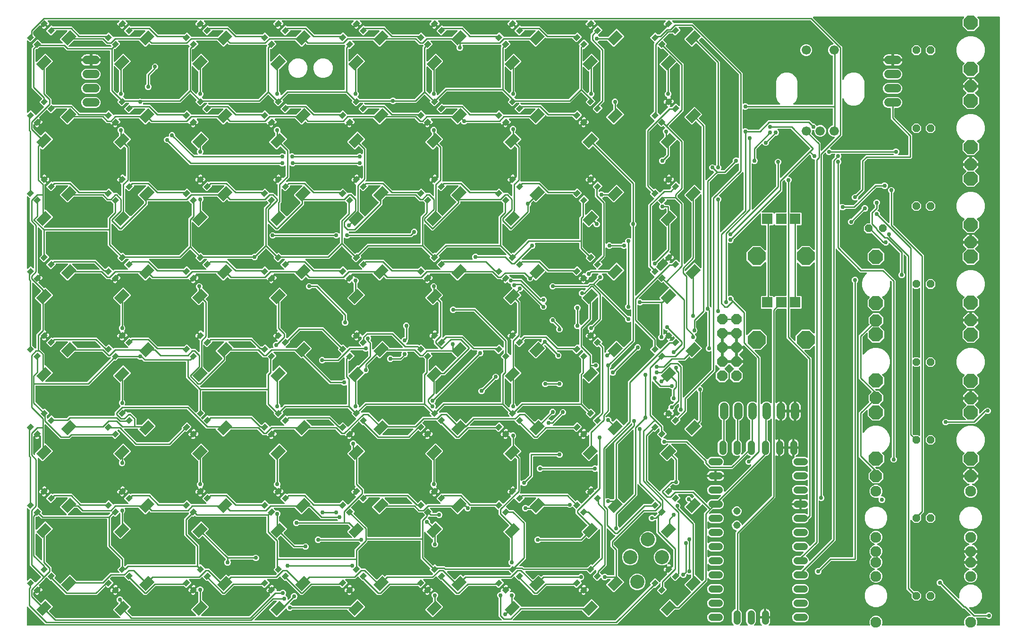
<source format=gbr>
G04 EAGLE Gerber X2 export*
%TF.Part,Single*%
%TF.FileFunction,Copper,L1,Top,Mixed*%
%TF.FilePolarity,Positive*%
%TF.GenerationSoftware,Autodesk,EAGLE,9.1.3*%
%TF.CreationDate,2018-08-22T06:47:52Z*%
G75*
%MOMM*%
%FSLAX34Y34*%
%LPD*%
%AMOC8*
5,1,8,0,0,1.08239X$1,22.5*%
G01*
%ADD10C,1.524000*%
%ADD11R,0.850000X1.000000*%
%ADD12R,2.300000X1.600000*%
%ADD13C,1.308000*%
%ADD14C,1.308000*%
%ADD15P,2.034460X8X112.500000*%
%ADD16R,1.879600X1.879600*%
%ADD17P,3.480966X8X292.500000*%
%ADD18C,1.930400*%
%ADD19P,2.749271X8X22.500000*%
%ADD20P,2.364373X8X22.500000*%
%ADD21P,1.429621X8X22.500000*%
%ADD22C,1.676400*%
%ADD23C,0.254000*%
%ADD24C,0.756400*%
%ADD25C,2.540000*%

G36*
X1302349Y10178D02*
X1302349Y10178D01*
X1302488Y10191D01*
X1302507Y10198D01*
X1302527Y10201D01*
X1302656Y10252D01*
X1302787Y10299D01*
X1302804Y10310D01*
X1302823Y10318D01*
X1302935Y10399D01*
X1303050Y10477D01*
X1303064Y10493D01*
X1303080Y10504D01*
X1303169Y10612D01*
X1303261Y10716D01*
X1303270Y10734D01*
X1303283Y10749D01*
X1303342Y10875D01*
X1303405Y10999D01*
X1303410Y11019D01*
X1303418Y11037D01*
X1303444Y11174D01*
X1303475Y11309D01*
X1303474Y11330D01*
X1303478Y11349D01*
X1303469Y11488D01*
X1303465Y11627D01*
X1303460Y11647D01*
X1303458Y11667D01*
X1303416Y11799D01*
X1303377Y11933D01*
X1303367Y11950D01*
X1303360Y11969D01*
X1303286Y12087D01*
X1303215Y12207D01*
X1303197Y12228D01*
X1303190Y12238D01*
X1303175Y12252D01*
X1303109Y12327D01*
X1301432Y14004D01*
X1300127Y17155D01*
X1300127Y33645D01*
X1301432Y36796D01*
X1303844Y39208D01*
X1306995Y40513D01*
X1310405Y40513D01*
X1313556Y39208D01*
X1315968Y36796D01*
X1317273Y33645D01*
X1317273Y17155D01*
X1315968Y14004D01*
X1314291Y12327D01*
X1314206Y12218D01*
X1314117Y12111D01*
X1314109Y12092D01*
X1314096Y12076D01*
X1314041Y11948D01*
X1313982Y11823D01*
X1313978Y11803D01*
X1313970Y11784D01*
X1313948Y11646D01*
X1313922Y11510D01*
X1313923Y11490D01*
X1313920Y11470D01*
X1313933Y11331D01*
X1313942Y11193D01*
X1313948Y11174D01*
X1313950Y11154D01*
X1313997Y11022D01*
X1314040Y10891D01*
X1314051Y10873D01*
X1314057Y10854D01*
X1314136Y10739D01*
X1314210Y10622D01*
X1314225Y10608D01*
X1314236Y10591D01*
X1314340Y10499D01*
X1314442Y10404D01*
X1314459Y10394D01*
X1314474Y10381D01*
X1314599Y10317D01*
X1314720Y10250D01*
X1314740Y10245D01*
X1314758Y10236D01*
X1314894Y10206D01*
X1315028Y10171D01*
X1315056Y10169D01*
X1315068Y10166D01*
X1315088Y10167D01*
X1315189Y10161D01*
X1326893Y10161D01*
X1327031Y10178D01*
X1327169Y10191D01*
X1327188Y10198D01*
X1327208Y10201D01*
X1327338Y10252D01*
X1327469Y10299D01*
X1327485Y10310D01*
X1327504Y10318D01*
X1327617Y10399D01*
X1327732Y10477D01*
X1327745Y10493D01*
X1327762Y10504D01*
X1327850Y10612D01*
X1327942Y10716D01*
X1327951Y10734D01*
X1327964Y10749D01*
X1328024Y10875D01*
X1328087Y10999D01*
X1328091Y11019D01*
X1328100Y11037D01*
X1328126Y11174D01*
X1328156Y11309D01*
X1328156Y11330D01*
X1328160Y11349D01*
X1328151Y11488D01*
X1328147Y11627D01*
X1328141Y11647D01*
X1328140Y11667D01*
X1328097Y11799D01*
X1328058Y11933D01*
X1328048Y11950D01*
X1328042Y11969D01*
X1327968Y12087D01*
X1327897Y12207D01*
X1327878Y12228D01*
X1327872Y12238D01*
X1327857Y12252D01*
X1327790Y12328D01*
X1327174Y12944D01*
X1326333Y14101D01*
X1325685Y15374D01*
X1325243Y16734D01*
X1325019Y18145D01*
X1325019Y23401D01*
X1333370Y23401D01*
X1333488Y23416D01*
X1333607Y23423D01*
X1333645Y23435D01*
X1333685Y23441D01*
X1333796Y23484D01*
X1333909Y23521D01*
X1333943Y23543D01*
X1333981Y23558D01*
X1334077Y23627D01*
X1334094Y23638D01*
X1334118Y23624D01*
X1334150Y23599D01*
X1334257Y23548D01*
X1334362Y23490D01*
X1334401Y23480D01*
X1334437Y23463D01*
X1334554Y23441D01*
X1334670Y23411D01*
X1334730Y23407D01*
X1334750Y23403D01*
X1334770Y23405D01*
X1334830Y23401D01*
X1343181Y23401D01*
X1343181Y18145D01*
X1342957Y16734D01*
X1342515Y15374D01*
X1341867Y14101D01*
X1341026Y12944D01*
X1340410Y12328D01*
X1340324Y12218D01*
X1340236Y12111D01*
X1340227Y12092D01*
X1340215Y12076D01*
X1340159Y11948D01*
X1340100Y11823D01*
X1340096Y11803D01*
X1340088Y11784D01*
X1340066Y11646D01*
X1340040Y11510D01*
X1340042Y11490D01*
X1340038Y11470D01*
X1340052Y11331D01*
X1340060Y11193D01*
X1340066Y11174D01*
X1340068Y11154D01*
X1340115Y11023D01*
X1340158Y10891D01*
X1340169Y10873D01*
X1340176Y10854D01*
X1340254Y10740D01*
X1340328Y10622D01*
X1340343Y10608D01*
X1340354Y10591D01*
X1340458Y10499D01*
X1340560Y10404D01*
X1340578Y10394D01*
X1340593Y10381D01*
X1340717Y10318D01*
X1340838Y10250D01*
X1340858Y10245D01*
X1340876Y10236D01*
X1341012Y10206D01*
X1341146Y10171D01*
X1341174Y10169D01*
X1341186Y10166D01*
X1341207Y10167D01*
X1341307Y10161D01*
X1520850Y10161D01*
X1520900Y10167D01*
X1520949Y10165D01*
X1521057Y10187D01*
X1521166Y10201D01*
X1521212Y10219D01*
X1521261Y10229D01*
X1521359Y10277D01*
X1521462Y10318D01*
X1521502Y10347D01*
X1521547Y10369D01*
X1521630Y10440D01*
X1521719Y10504D01*
X1521751Y10543D01*
X1521789Y10575D01*
X1521852Y10665D01*
X1521922Y10749D01*
X1521943Y10794D01*
X1521972Y10835D01*
X1522011Y10938D01*
X1522057Y11037D01*
X1522067Y11086D01*
X1522084Y11132D01*
X1522097Y11242D01*
X1522117Y11349D01*
X1522114Y11399D01*
X1522120Y11448D01*
X1522104Y11557D01*
X1522097Y11667D01*
X1522082Y11714D01*
X1522075Y11763D01*
X1522023Y11916D01*
X1521155Y14011D01*
X1521155Y18659D01*
X1522934Y22954D01*
X1526221Y26241D01*
X1530516Y28020D01*
X1535164Y28020D01*
X1539459Y26241D01*
X1542746Y22954D01*
X1544525Y18659D01*
X1544525Y14011D01*
X1543657Y11916D01*
X1543644Y11868D01*
X1543623Y11823D01*
X1543602Y11715D01*
X1543573Y11609D01*
X1543572Y11559D01*
X1543563Y11510D01*
X1543570Y11401D01*
X1543568Y11291D01*
X1543580Y11243D01*
X1543583Y11193D01*
X1543616Y11089D01*
X1543642Y10982D01*
X1543665Y10938D01*
X1543681Y10891D01*
X1543739Y10798D01*
X1543791Y10701D01*
X1543824Y10664D01*
X1543851Y10622D01*
X1543931Y10547D01*
X1544005Y10465D01*
X1544046Y10438D01*
X1544082Y10404D01*
X1544179Y10351D01*
X1544270Y10291D01*
X1544317Y10274D01*
X1544361Y10250D01*
X1544467Y10223D01*
X1544571Y10187D01*
X1544621Y10183D01*
X1544669Y10171D01*
X1544830Y10161D01*
X1690870Y10161D01*
X1690920Y10167D01*
X1690969Y10165D01*
X1691077Y10187D01*
X1691186Y10201D01*
X1691232Y10219D01*
X1691281Y10229D01*
X1691379Y10277D01*
X1691482Y10318D01*
X1691522Y10347D01*
X1691567Y10369D01*
X1691650Y10440D01*
X1691739Y10504D01*
X1691771Y10543D01*
X1691809Y10575D01*
X1691872Y10665D01*
X1691942Y10749D01*
X1691963Y10794D01*
X1691992Y10835D01*
X1692031Y10938D01*
X1692077Y11037D01*
X1692087Y11086D01*
X1692104Y11132D01*
X1692117Y11242D01*
X1692137Y11349D01*
X1692134Y11399D01*
X1692140Y11448D01*
X1692124Y11557D01*
X1692117Y11667D01*
X1692102Y11714D01*
X1692095Y11763D01*
X1692043Y11916D01*
X1691175Y14011D01*
X1691175Y18659D01*
X1692954Y22954D01*
X1696241Y26241D01*
X1700536Y28020D01*
X1701605Y28020D01*
X1701743Y28037D01*
X1701882Y28050D01*
X1701901Y28057D01*
X1701921Y28060D01*
X1702050Y28111D01*
X1702181Y28158D01*
X1702198Y28169D01*
X1702216Y28177D01*
X1702329Y28258D01*
X1702444Y28336D01*
X1702457Y28352D01*
X1702474Y28363D01*
X1702562Y28471D01*
X1702655Y28575D01*
X1702664Y28593D01*
X1702677Y28608D01*
X1702736Y28734D01*
X1702799Y28858D01*
X1702804Y28878D01*
X1702812Y28896D01*
X1702838Y29032D01*
X1702869Y29168D01*
X1702868Y29189D01*
X1702872Y29208D01*
X1702863Y29347D01*
X1702859Y29486D01*
X1702853Y29506D01*
X1702852Y29526D01*
X1702809Y29658D01*
X1702771Y29792D01*
X1702760Y29809D01*
X1702754Y29828D01*
X1702680Y29946D01*
X1702609Y30066D01*
X1702591Y30087D01*
X1702584Y30097D01*
X1702569Y30111D01*
X1702503Y30186D01*
X1691660Y41030D01*
X1691581Y41090D01*
X1691509Y41158D01*
X1691456Y41187D01*
X1691408Y41224D01*
X1691317Y41264D01*
X1691231Y41312D01*
X1691172Y41327D01*
X1691117Y41351D01*
X1691019Y41366D01*
X1690923Y41391D01*
X1690823Y41397D01*
X1690802Y41401D01*
X1690790Y41399D01*
X1690762Y41401D01*
X1689256Y41401D01*
X1649468Y81190D01*
X1649389Y81250D01*
X1649317Y81318D01*
X1649264Y81347D01*
X1649216Y81384D01*
X1649125Y81424D01*
X1649039Y81472D01*
X1648980Y81487D01*
X1648925Y81511D01*
X1648827Y81526D01*
X1648731Y81551D01*
X1648631Y81557D01*
X1648610Y81561D01*
X1648598Y81559D01*
X1648570Y81561D01*
X1646795Y81561D01*
X1644658Y82446D01*
X1643022Y84082D01*
X1642137Y86219D01*
X1642137Y88533D01*
X1643022Y90670D01*
X1644658Y92306D01*
X1646795Y93191D01*
X1649109Y93191D01*
X1651246Y92306D01*
X1652882Y90670D01*
X1653767Y88533D01*
X1653767Y86758D01*
X1653779Y86659D01*
X1653782Y86561D01*
X1653799Y86502D01*
X1653807Y86442D01*
X1653843Y86350D01*
X1653871Y86255D01*
X1653901Y86203D01*
X1653924Y86147D01*
X1653982Y86067D01*
X1654032Y85981D01*
X1654098Y85906D01*
X1654110Y85889D01*
X1654120Y85881D01*
X1654138Y85860D01*
X1680533Y59466D01*
X1680642Y59381D01*
X1680749Y59292D01*
X1680768Y59284D01*
X1680784Y59271D01*
X1680912Y59216D01*
X1681037Y59157D01*
X1681057Y59153D01*
X1681076Y59145D01*
X1681214Y59123D01*
X1681350Y59097D01*
X1681370Y59098D01*
X1681390Y59095D01*
X1681529Y59108D01*
X1681667Y59117D01*
X1681686Y59123D01*
X1681706Y59125D01*
X1681838Y59172D01*
X1681969Y59215D01*
X1681987Y59226D01*
X1682006Y59233D01*
X1682121Y59311D01*
X1682238Y59385D01*
X1682252Y59400D01*
X1682269Y59411D01*
X1682361Y59515D01*
X1682456Y59617D01*
X1682466Y59634D01*
X1682479Y59650D01*
X1682543Y59773D01*
X1682610Y59895D01*
X1682615Y59915D01*
X1682624Y59933D01*
X1682654Y60069D01*
X1682689Y60203D01*
X1682691Y60231D01*
X1682694Y60243D01*
X1682693Y60264D01*
X1682699Y60364D01*
X1682699Y67970D01*
X1685769Y75380D01*
X1691440Y81051D01*
X1698850Y84121D01*
X1706870Y84121D01*
X1714280Y81051D01*
X1719951Y75380D01*
X1723021Y67970D01*
X1723021Y59950D01*
X1719951Y52540D01*
X1714280Y46869D01*
X1706870Y43799D01*
X1701296Y43799D01*
X1701158Y43782D01*
X1701019Y43769D01*
X1701000Y43762D01*
X1700980Y43759D01*
X1700851Y43708D01*
X1700720Y43661D01*
X1700703Y43650D01*
X1700685Y43642D01*
X1700572Y43561D01*
X1700457Y43483D01*
X1700444Y43467D01*
X1700427Y43456D01*
X1700339Y43348D01*
X1700246Y43244D01*
X1700237Y43226D01*
X1700224Y43211D01*
X1700165Y43085D01*
X1700102Y42961D01*
X1700097Y42941D01*
X1700089Y42923D01*
X1700063Y42787D01*
X1700032Y42651D01*
X1700033Y42630D01*
X1700029Y42611D01*
X1700038Y42472D01*
X1700042Y42333D01*
X1700048Y42313D01*
X1700049Y42293D01*
X1700092Y42161D01*
X1700130Y42027D01*
X1700141Y42010D01*
X1700147Y41991D01*
X1700221Y41873D01*
X1700292Y41753D01*
X1700310Y41732D01*
X1700317Y41722D01*
X1700332Y41708D01*
X1700398Y41633D01*
X1709908Y32122D01*
X1709987Y32062D01*
X1710059Y31994D01*
X1710112Y31965D01*
X1710160Y31928D01*
X1710251Y31888D01*
X1710337Y31840D01*
X1710396Y31825D01*
X1710451Y31801D01*
X1710549Y31786D01*
X1710645Y31761D01*
X1710745Y31755D01*
X1710766Y31751D01*
X1710778Y31753D01*
X1710806Y31751D01*
X1729882Y31751D01*
X1729980Y31763D01*
X1730079Y31766D01*
X1730137Y31783D01*
X1730197Y31791D01*
X1730289Y31827D01*
X1730384Y31855D01*
X1730437Y31885D01*
X1730493Y31908D01*
X1730573Y31966D01*
X1730658Y32016D01*
X1730734Y32082D01*
X1730750Y32094D01*
X1730758Y32104D01*
X1730779Y32122D01*
X1732034Y33378D01*
X1734171Y34263D01*
X1736485Y34263D01*
X1738622Y33378D01*
X1740258Y31742D01*
X1741143Y29605D01*
X1741143Y27291D01*
X1740258Y25154D01*
X1738622Y23518D01*
X1736485Y22633D01*
X1734171Y22633D01*
X1732034Y23518D01*
X1730779Y24774D01*
X1730701Y24834D01*
X1730629Y24902D01*
X1730576Y24931D01*
X1730528Y24968D01*
X1730437Y25008D01*
X1730350Y25056D01*
X1730292Y25071D01*
X1730236Y25095D01*
X1730138Y25110D01*
X1730042Y25135D01*
X1729942Y25141D01*
X1729922Y25145D01*
X1729910Y25143D01*
X1729882Y25145D01*
X1713639Y25145D01*
X1713501Y25128D01*
X1713362Y25115D01*
X1713343Y25108D01*
X1713323Y25105D01*
X1713194Y25054D01*
X1713063Y25007D01*
X1713046Y24996D01*
X1713027Y24988D01*
X1712915Y24907D01*
X1712800Y24829D01*
X1712786Y24813D01*
X1712770Y24802D01*
X1712681Y24694D01*
X1712589Y24590D01*
X1712580Y24572D01*
X1712567Y24557D01*
X1712508Y24431D01*
X1712445Y24307D01*
X1712440Y24287D01*
X1712432Y24269D01*
X1712406Y24132D01*
X1712375Y23997D01*
X1712376Y23976D01*
X1712372Y23957D01*
X1712381Y23818D01*
X1712385Y23679D01*
X1712390Y23659D01*
X1712392Y23639D01*
X1712435Y23507D01*
X1712473Y23373D01*
X1712484Y23356D01*
X1712490Y23337D01*
X1712564Y23219D01*
X1712635Y23099D01*
X1712653Y23078D01*
X1712660Y23068D01*
X1712675Y23054D01*
X1712741Y22978D01*
X1712766Y22954D01*
X1714545Y18659D01*
X1714545Y14011D01*
X1713677Y11916D01*
X1713664Y11868D01*
X1713643Y11823D01*
X1713622Y11715D01*
X1713593Y11609D01*
X1713592Y11559D01*
X1713583Y11510D01*
X1713590Y11401D01*
X1713588Y11291D01*
X1713600Y11243D01*
X1713603Y11193D01*
X1713636Y11089D01*
X1713662Y10982D01*
X1713685Y10938D01*
X1713701Y10891D01*
X1713759Y10798D01*
X1713811Y10701D01*
X1713844Y10664D01*
X1713871Y10622D01*
X1713951Y10547D01*
X1714025Y10465D01*
X1714066Y10438D01*
X1714102Y10404D01*
X1714199Y10351D01*
X1714290Y10291D01*
X1714337Y10274D01*
X1714381Y10250D01*
X1714487Y10223D01*
X1714591Y10187D01*
X1714641Y10183D01*
X1714689Y10171D01*
X1714850Y10161D01*
X1753670Y10161D01*
X1753788Y10176D01*
X1753907Y10183D01*
X1753945Y10196D01*
X1753986Y10201D01*
X1754096Y10244D01*
X1754209Y10281D01*
X1754244Y10303D01*
X1754281Y10318D01*
X1754377Y10387D01*
X1754478Y10451D01*
X1754506Y10481D01*
X1754539Y10504D01*
X1754615Y10596D01*
X1754696Y10683D01*
X1754716Y10718D01*
X1754741Y10749D01*
X1754792Y10857D01*
X1754850Y10961D01*
X1754860Y11001D01*
X1754877Y11037D01*
X1754899Y11154D01*
X1754929Y11269D01*
X1754933Y11329D01*
X1754937Y11349D01*
X1754935Y11370D01*
X1754939Y11430D01*
X1754939Y1102870D01*
X1754924Y1102988D01*
X1754917Y1103107D01*
X1754904Y1103145D01*
X1754899Y1103186D01*
X1754856Y1103296D01*
X1754819Y1103409D01*
X1754797Y1103444D01*
X1754782Y1103481D01*
X1754713Y1103577D01*
X1754649Y1103678D01*
X1754619Y1103706D01*
X1754596Y1103739D01*
X1754504Y1103815D01*
X1754417Y1103896D01*
X1754382Y1103916D01*
X1754351Y1103941D01*
X1754243Y1103992D01*
X1754139Y1104050D01*
X1754099Y1104060D01*
X1754063Y1104077D01*
X1753946Y1104099D01*
X1753831Y1104129D01*
X1753771Y1104133D01*
X1753751Y1104137D01*
X1753730Y1104135D01*
X1753670Y1104139D01*
X1715780Y1104139D01*
X1715643Y1104122D01*
X1715504Y1104109D01*
X1715485Y1104102D01*
X1715465Y1104099D01*
X1715336Y1104048D01*
X1715205Y1104001D01*
X1715188Y1103990D01*
X1715169Y1103982D01*
X1715056Y1103901D01*
X1714941Y1103823D01*
X1714928Y1103807D01*
X1714912Y1103796D01*
X1714823Y1103688D01*
X1714731Y1103584D01*
X1714722Y1103566D01*
X1714709Y1103551D01*
X1714650Y1103425D01*
X1714586Y1103301D01*
X1714582Y1103281D01*
X1714573Y1103263D01*
X1714547Y1103127D01*
X1714517Y1102991D01*
X1714517Y1102970D01*
X1714513Y1102951D01*
X1714522Y1102812D01*
X1714526Y1102673D01*
X1714532Y1102653D01*
X1714533Y1102633D01*
X1714576Y1102501D01*
X1714615Y1102367D01*
X1714625Y1102350D01*
X1714631Y1102331D01*
X1714706Y1102213D01*
X1714776Y1102093D01*
X1714795Y1102072D01*
X1714801Y1102062D01*
X1714816Y1102048D01*
X1714883Y1101973D01*
X1717593Y1099262D01*
X1717593Y1087058D01*
X1708962Y1078427D01*
X1696758Y1078427D01*
X1688127Y1087058D01*
X1688127Y1099262D01*
X1690837Y1101973D01*
X1690923Y1102082D01*
X1691011Y1102189D01*
X1691020Y1102208D01*
X1691032Y1102224D01*
X1691088Y1102352D01*
X1691147Y1102477D01*
X1691151Y1102497D01*
X1691159Y1102516D01*
X1691181Y1102654D01*
X1691207Y1102790D01*
X1691205Y1102810D01*
X1691208Y1102830D01*
X1691195Y1102969D01*
X1691187Y1103107D01*
X1691181Y1103126D01*
X1691179Y1103146D01*
X1691131Y1103278D01*
X1691089Y1103409D01*
X1691078Y1103427D01*
X1691071Y1103446D01*
X1690993Y1103561D01*
X1690919Y1103678D01*
X1690904Y1103692D01*
X1690892Y1103709D01*
X1690788Y1103801D01*
X1690687Y1103896D01*
X1690669Y1103906D01*
X1690654Y1103919D01*
X1690530Y1103983D01*
X1690408Y1104050D01*
X1690389Y1104055D01*
X1690371Y1104064D01*
X1690235Y1104094D01*
X1690101Y1104129D01*
X1690072Y1104131D01*
X1690060Y1104134D01*
X1690040Y1104133D01*
X1689940Y1104139D01*
X1421244Y1104139D01*
X1421106Y1104122D01*
X1420967Y1104109D01*
X1420948Y1104102D01*
X1420928Y1104099D01*
X1420799Y1104048D01*
X1420668Y1104001D01*
X1420651Y1103990D01*
X1420633Y1103982D01*
X1420520Y1103901D01*
X1420405Y1103823D01*
X1420392Y1103807D01*
X1420375Y1103796D01*
X1420287Y1103688D01*
X1420194Y1103584D01*
X1420185Y1103566D01*
X1420172Y1103551D01*
X1420113Y1103425D01*
X1420050Y1103301D01*
X1420045Y1103281D01*
X1420037Y1103263D01*
X1420011Y1103127D01*
X1419980Y1102991D01*
X1419981Y1102970D01*
X1419977Y1102951D01*
X1419986Y1102812D01*
X1419990Y1102673D01*
X1419996Y1102653D01*
X1419997Y1102633D01*
X1420040Y1102501D01*
X1420078Y1102367D01*
X1420089Y1102350D01*
X1420095Y1102331D01*
X1420169Y1102213D01*
X1420240Y1102093D01*
X1420258Y1102072D01*
X1420265Y1102062D01*
X1420280Y1102048D01*
X1420346Y1101973D01*
X1470132Y1052186D01*
X1472439Y1049880D01*
X1472439Y991609D01*
X1472447Y991540D01*
X1472446Y991470D01*
X1472467Y991383D01*
X1472479Y991293D01*
X1472504Y991229D01*
X1472521Y991161D01*
X1472563Y991081D01*
X1472596Y990998D01*
X1472637Y990941D01*
X1472669Y990880D01*
X1472730Y990813D01*
X1472782Y990740D01*
X1472836Y990696D01*
X1472883Y990644D01*
X1472958Y990595D01*
X1473027Y990538D01*
X1473091Y990508D01*
X1473149Y990470D01*
X1473234Y990440D01*
X1473315Y990402D01*
X1473384Y990389D01*
X1473450Y990366D01*
X1473539Y990359D01*
X1473627Y990342D01*
X1473697Y990347D01*
X1473767Y990341D01*
X1473855Y990357D01*
X1473945Y990362D01*
X1474011Y990384D01*
X1474080Y990396D01*
X1474162Y990432D01*
X1474247Y990460D01*
X1474306Y990497D01*
X1474370Y990526D01*
X1474440Y990582D01*
X1474516Y990630D01*
X1474564Y990681D01*
X1474618Y990725D01*
X1474673Y990796D01*
X1474734Y990862D01*
X1474768Y990923D01*
X1474810Y990979D01*
X1474881Y991123D01*
X1476616Y995314D01*
X1482006Y1000704D01*
X1489049Y1003621D01*
X1496671Y1003621D01*
X1503714Y1000704D01*
X1509104Y995314D01*
X1512021Y988271D01*
X1512021Y959649D01*
X1509104Y952606D01*
X1503714Y947216D01*
X1496671Y944299D01*
X1489049Y944299D01*
X1482006Y947216D01*
X1476616Y952606D01*
X1474881Y956797D01*
X1474846Y956857D01*
X1474820Y956922D01*
X1474768Y956995D01*
X1474723Y957073D01*
X1474674Y957123D01*
X1474634Y957180D01*
X1474564Y957237D01*
X1474502Y957301D01*
X1474442Y957338D01*
X1474389Y957382D01*
X1474307Y957421D01*
X1474231Y957468D01*
X1474164Y957488D01*
X1474101Y957518D01*
X1474013Y957535D01*
X1473927Y957561D01*
X1473857Y957565D01*
X1473788Y957578D01*
X1473699Y957572D01*
X1473609Y957576D01*
X1473541Y957562D01*
X1473471Y957558D01*
X1473386Y957530D01*
X1473298Y957512D01*
X1473235Y957481D01*
X1473169Y957460D01*
X1473093Y957412D01*
X1473012Y957372D01*
X1472959Y957327D01*
X1472900Y957290D01*
X1472838Y957224D01*
X1472770Y957166D01*
X1472730Y957109D01*
X1472682Y957058D01*
X1472639Y956980D01*
X1472587Y956906D01*
X1472562Y956841D01*
X1472528Y956780D01*
X1472506Y956693D01*
X1472474Y956609D01*
X1472466Y956539D01*
X1472449Y956472D01*
X1472439Y956311D01*
X1472439Y890680D01*
X1450728Y868969D01*
X1450698Y868930D01*
X1450661Y868897D01*
X1450601Y868805D01*
X1450533Y868718D01*
X1450513Y868672D01*
X1450486Y868631D01*
X1450451Y868527D01*
X1450407Y868426D01*
X1450399Y868377D01*
X1450383Y868330D01*
X1450374Y868221D01*
X1450357Y868112D01*
X1450362Y868063D01*
X1450358Y868013D01*
X1450376Y867905D01*
X1450387Y867796D01*
X1450404Y867749D01*
X1450412Y867700D01*
X1450457Y867600D01*
X1450494Y867496D01*
X1450522Y867455D01*
X1450543Y867410D01*
X1450611Y867324D01*
X1450673Y867233D01*
X1450710Y867200D01*
X1450741Y867161D01*
X1450829Y867095D01*
X1450911Y867023D01*
X1450956Y867000D01*
X1450995Y866970D01*
X1451140Y866899D01*
X1452110Y866497D01*
X1453365Y865242D01*
X1453443Y865182D01*
X1453515Y865114D01*
X1453568Y865085D01*
X1453616Y865048D01*
X1453707Y865008D01*
X1453794Y864960D01*
X1453852Y864945D01*
X1453908Y864921D01*
X1454006Y864906D01*
X1454102Y864881D01*
X1454202Y864875D01*
X1454222Y864871D01*
X1454234Y864873D01*
X1454262Y864871D01*
X1563258Y864871D01*
X1563356Y864883D01*
X1563455Y864886D01*
X1563513Y864903D01*
X1563573Y864911D01*
X1563665Y864947D01*
X1563760Y864975D01*
X1563813Y865005D01*
X1563869Y865028D01*
X1563949Y865086D01*
X1564034Y865136D01*
X1564110Y865202D01*
X1564126Y865214D01*
X1564134Y865224D01*
X1564155Y865242D01*
X1565410Y866498D01*
X1567547Y867383D01*
X1569861Y867383D01*
X1571998Y866498D01*
X1573634Y864862D01*
X1574519Y862725D01*
X1574519Y860411D01*
X1573634Y858274D01*
X1572999Y857639D01*
X1572914Y857530D01*
X1572825Y857423D01*
X1572816Y857404D01*
X1572804Y857388D01*
X1572748Y857260D01*
X1572689Y857135D01*
X1572686Y857115D01*
X1572677Y857096D01*
X1572656Y856958D01*
X1572630Y856822D01*
X1572631Y856802D01*
X1572628Y856782D01*
X1572641Y856643D01*
X1572649Y856505D01*
X1572656Y856486D01*
X1572657Y856466D01*
X1572705Y856335D01*
X1572747Y856203D01*
X1572758Y856185D01*
X1572765Y856166D01*
X1572843Y856052D01*
X1572917Y855934D01*
X1572932Y855920D01*
X1572944Y855903D01*
X1573048Y855811D01*
X1573149Y855716D01*
X1573167Y855706D01*
X1573182Y855693D01*
X1573306Y855630D01*
X1573428Y855562D01*
X1573447Y855557D01*
X1573465Y855548D01*
X1573601Y855518D01*
X1573736Y855483D01*
X1573764Y855481D01*
X1573776Y855478D01*
X1573796Y855479D01*
X1573896Y855473D01*
X1589532Y855473D01*
X1589650Y855488D01*
X1589769Y855495D01*
X1589807Y855508D01*
X1589848Y855513D01*
X1589958Y855556D01*
X1590071Y855593D01*
X1590106Y855615D01*
X1590143Y855630D01*
X1590239Y855699D01*
X1590340Y855763D01*
X1590368Y855793D01*
X1590401Y855816D01*
X1590477Y855908D01*
X1590558Y855995D01*
X1590578Y856030D01*
X1590603Y856061D01*
X1590654Y856169D01*
X1590712Y856273D01*
X1590722Y856313D01*
X1590739Y856349D01*
X1590761Y856466D01*
X1590791Y856581D01*
X1590795Y856641D01*
X1590799Y856661D01*
X1590798Y856668D01*
X1590799Y856670D01*
X1590798Y856686D01*
X1590801Y856742D01*
X1590801Y888630D01*
X1590789Y888728D01*
X1590786Y888827D01*
X1590769Y888886D01*
X1590761Y888946D01*
X1590725Y889038D01*
X1590697Y889133D01*
X1590667Y889185D01*
X1590644Y889241D01*
X1590586Y889321D01*
X1590536Y889407D01*
X1590470Y889482D01*
X1590458Y889499D01*
X1590448Y889507D01*
X1590430Y889528D01*
X1559305Y920652D01*
X1559305Y939038D01*
X1559290Y939156D01*
X1559283Y939275D01*
X1559270Y939313D01*
X1559265Y939354D01*
X1559222Y939464D01*
X1559185Y939577D01*
X1559163Y939612D01*
X1559148Y939649D01*
X1559079Y939745D01*
X1559015Y939846D01*
X1558985Y939874D01*
X1558962Y939907D01*
X1558870Y939983D01*
X1558783Y940064D01*
X1558748Y940084D01*
X1558717Y940109D01*
X1558609Y940160D01*
X1558505Y940218D01*
X1558465Y940228D01*
X1558429Y940245D01*
X1558312Y940267D01*
X1558197Y940297D01*
X1558137Y940301D01*
X1558117Y940305D01*
X1558096Y940303D01*
X1558036Y940307D01*
X1553322Y940307D01*
X1549774Y941777D01*
X1547059Y944492D01*
X1545589Y948040D01*
X1545589Y951880D01*
X1547059Y955428D01*
X1549774Y958143D01*
X1553322Y959613D01*
X1572402Y959613D01*
X1575950Y958143D01*
X1578665Y955428D01*
X1580135Y951880D01*
X1580135Y948040D01*
X1578665Y944492D01*
X1575950Y941777D01*
X1572402Y940307D01*
X1567180Y940307D01*
X1567062Y940292D01*
X1566943Y940285D01*
X1566905Y940272D01*
X1566864Y940267D01*
X1566754Y940224D01*
X1566641Y940187D01*
X1566606Y940165D01*
X1566569Y940150D01*
X1566473Y940081D01*
X1566372Y940017D01*
X1566344Y939987D01*
X1566311Y939964D01*
X1566235Y939872D01*
X1566154Y939785D01*
X1566134Y939750D01*
X1566109Y939719D01*
X1566058Y939611D01*
X1566000Y939507D01*
X1565990Y939467D01*
X1565973Y939431D01*
X1565951Y939314D01*
X1565921Y939199D01*
X1565917Y939139D01*
X1565913Y939119D01*
X1565915Y939098D01*
X1565911Y939038D01*
X1565911Y923914D01*
X1565923Y923816D01*
X1565926Y923717D01*
X1565943Y923658D01*
X1565951Y923598D01*
X1565987Y923506D01*
X1566015Y923411D01*
X1566045Y923359D01*
X1566068Y923303D01*
X1566126Y923223D01*
X1566176Y923137D01*
X1566242Y923062D01*
X1566254Y923045D01*
X1566264Y923037D01*
X1566282Y923016D01*
X1597407Y891892D01*
X1597407Y850802D01*
X1595472Y848867D01*
X1518020Y848867D01*
X1517922Y848855D01*
X1517823Y848852D01*
X1517764Y848835D01*
X1517704Y848827D01*
X1517612Y848791D01*
X1517517Y848763D01*
X1517465Y848733D01*
X1517409Y848710D01*
X1517329Y848652D01*
X1517243Y848602D01*
X1517168Y848535D01*
X1517151Y848524D01*
X1517143Y848514D01*
X1517122Y848496D01*
X1512688Y844062D01*
X1512628Y843983D01*
X1512560Y843911D01*
X1512531Y843858D01*
X1512494Y843810D01*
X1512454Y843719D01*
X1512406Y843633D01*
X1512391Y843574D01*
X1512367Y843519D01*
X1512352Y843421D01*
X1512327Y843325D01*
X1512321Y843225D01*
X1512317Y843204D01*
X1512319Y843192D01*
X1512317Y843164D01*
X1512317Y791874D01*
X1501738Y781296D01*
X1501678Y781217D01*
X1501610Y781145D01*
X1501581Y781092D01*
X1501544Y781044D01*
X1501504Y780953D01*
X1501456Y780867D01*
X1501441Y780808D01*
X1501417Y780753D01*
X1501402Y780655D01*
X1501377Y780559D01*
X1501371Y780459D01*
X1501367Y780438D01*
X1501369Y780426D01*
X1501367Y780398D01*
X1501367Y778623D01*
X1500726Y777076D01*
X1500707Y777009D01*
X1500680Y776944D01*
X1500665Y776856D01*
X1500642Y776769D01*
X1500641Y776699D01*
X1500630Y776630D01*
X1500638Y776541D01*
X1500637Y776451D01*
X1500653Y776383D01*
X1500660Y776314D01*
X1500690Y776229D01*
X1500711Y776142D01*
X1500743Y776080D01*
X1500767Y776014D01*
X1500818Y775940D01*
X1500860Y775861D01*
X1500907Y775809D01*
X1500946Y775751D01*
X1501013Y775692D01*
X1501073Y775625D01*
X1501132Y775587D01*
X1501184Y775541D01*
X1501264Y775500D01*
X1501339Y775451D01*
X1501405Y775428D01*
X1501467Y775396D01*
X1501555Y775377D01*
X1501640Y775347D01*
X1501710Y775342D01*
X1501778Y775327D01*
X1501867Y775329D01*
X1501957Y775322D01*
X1502026Y775334D01*
X1502096Y775336D01*
X1502182Y775361D01*
X1502270Y775377D01*
X1502334Y775405D01*
X1502401Y775425D01*
X1502478Y775470D01*
X1502560Y775507D01*
X1502615Y775551D01*
X1502675Y775586D01*
X1502796Y775693D01*
X1528708Y801604D01*
X1531014Y803911D01*
X1542938Y803911D01*
X1543036Y803923D01*
X1543135Y803926D01*
X1543193Y803943D01*
X1543253Y803951D01*
X1543345Y803987D01*
X1543440Y804015D01*
X1543493Y804045D01*
X1543549Y804068D01*
X1543629Y804126D01*
X1543714Y804176D01*
X1543790Y804242D01*
X1543806Y804254D01*
X1543814Y804264D01*
X1543835Y804282D01*
X1545090Y805538D01*
X1547227Y806423D01*
X1549541Y806423D01*
X1551678Y805538D01*
X1553314Y803902D01*
X1554199Y801765D01*
X1554199Y799451D01*
X1553314Y797314D01*
X1551678Y795678D01*
X1549541Y794793D01*
X1547227Y794793D01*
X1545090Y795678D01*
X1543835Y796934D01*
X1543757Y796994D01*
X1543685Y797062D01*
X1543632Y797091D01*
X1543584Y797128D01*
X1543493Y797168D01*
X1543406Y797216D01*
X1543348Y797231D01*
X1543292Y797255D01*
X1543194Y797270D01*
X1543098Y797295D01*
X1542998Y797301D01*
X1542978Y797305D01*
X1542966Y797303D01*
X1542938Y797305D01*
X1534276Y797305D01*
X1534178Y797293D01*
X1534079Y797290D01*
X1534020Y797273D01*
X1533960Y797265D01*
X1533868Y797229D01*
X1533773Y797201D01*
X1533721Y797171D01*
X1533665Y797148D01*
X1533585Y797090D01*
X1533499Y797040D01*
X1533424Y796974D01*
X1533407Y796962D01*
X1533399Y796952D01*
X1533378Y796934D01*
X1495142Y758697D01*
X1478646Y758697D01*
X1478548Y758685D01*
X1478449Y758682D01*
X1478391Y758665D01*
X1478331Y758657D01*
X1478239Y758621D01*
X1478144Y758593D01*
X1478091Y758563D01*
X1478035Y758540D01*
X1477955Y758482D01*
X1477870Y758432D01*
X1477794Y758366D01*
X1477778Y758354D01*
X1477770Y758344D01*
X1477749Y758326D01*
X1476494Y757070D01*
X1474357Y756185D01*
X1472043Y756185D01*
X1470130Y756978D01*
X1470082Y756991D01*
X1470037Y757012D01*
X1469929Y757033D01*
X1469823Y757062D01*
X1469773Y757063D01*
X1469724Y757072D01*
X1469615Y757065D01*
X1469505Y757067D01*
X1469457Y757055D01*
X1469407Y757052D01*
X1469303Y757018D01*
X1469196Y756993D01*
X1469152Y756970D01*
X1469105Y756954D01*
X1469012Y756895D01*
X1468915Y756844D01*
X1468878Y756811D01*
X1468836Y756784D01*
X1468761Y756704D01*
X1468679Y756630D01*
X1468652Y756589D01*
X1468618Y756552D01*
X1468565Y756456D01*
X1468505Y756364D01*
X1468488Y756317D01*
X1468464Y756274D01*
X1468437Y756168D01*
X1468401Y756064D01*
X1468397Y756014D01*
X1468385Y755966D01*
X1468375Y755805D01*
X1468375Y690996D01*
X1468387Y690898D01*
X1468390Y690799D01*
X1468407Y690740D01*
X1468415Y690680D01*
X1468451Y690588D01*
X1468479Y690493D01*
X1468509Y690441D01*
X1468532Y690385D01*
X1468590Y690305D01*
X1468640Y690219D01*
X1468706Y690144D01*
X1468718Y690127D01*
X1468728Y690119D01*
X1468746Y690098D01*
X1506795Y652049D01*
X1506874Y651989D01*
X1506946Y651921D01*
X1506999Y651892D01*
X1507047Y651854D01*
X1507138Y651815D01*
X1507224Y651767D01*
X1507283Y651752D01*
X1507339Y651728D01*
X1507437Y651713D01*
X1507532Y651688D01*
X1507632Y651681D01*
X1507653Y651678D01*
X1507665Y651679D01*
X1507693Y651678D01*
X1546871Y651678D01*
X1567943Y630606D01*
X1567943Y314310D01*
X1567955Y314212D01*
X1567958Y314113D01*
X1567975Y314055D01*
X1567983Y313995D01*
X1568019Y313903D01*
X1568047Y313808D01*
X1568077Y313755D01*
X1568100Y313699D01*
X1568158Y313619D01*
X1568208Y313534D01*
X1568274Y313458D01*
X1568286Y313442D01*
X1568296Y313434D01*
X1568314Y313413D01*
X1569570Y312158D01*
X1570455Y310021D01*
X1570455Y307707D01*
X1569570Y305570D01*
X1567934Y303934D01*
X1565797Y303049D01*
X1563483Y303049D01*
X1561346Y303934D01*
X1559710Y305570D01*
X1558825Y307707D01*
X1558825Y310021D01*
X1559710Y312158D01*
X1560966Y313413D01*
X1561026Y313491D01*
X1561094Y313563D01*
X1561123Y313616D01*
X1561160Y313664D01*
X1561200Y313755D01*
X1561248Y313842D01*
X1561263Y313900D01*
X1561287Y313956D01*
X1561302Y314054D01*
X1561327Y314150D01*
X1561333Y314250D01*
X1561337Y314270D01*
X1561335Y314282D01*
X1561337Y314310D01*
X1561337Y627344D01*
X1561325Y627442D01*
X1561322Y627541D01*
X1561305Y627599D01*
X1561297Y627659D01*
X1561261Y627752D01*
X1561233Y627847D01*
X1561203Y627899D01*
X1561180Y627955D01*
X1561122Y628035D01*
X1561072Y628121D01*
X1561006Y628196D01*
X1560994Y628212D01*
X1560984Y628220D01*
X1560966Y628241D01*
X1559801Y629406D01*
X1559685Y629496D01*
X1559572Y629587D01*
X1559560Y629593D01*
X1559549Y629601D01*
X1559415Y629659D01*
X1559283Y629720D01*
X1559270Y629722D01*
X1559257Y629728D01*
X1559113Y629751D01*
X1558970Y629776D01*
X1558957Y629775D01*
X1558943Y629777D01*
X1558798Y629764D01*
X1558653Y629753D01*
X1558640Y629749D01*
X1558627Y629748D01*
X1558489Y629698D01*
X1558351Y629652D01*
X1558340Y629645D01*
X1558327Y629640D01*
X1558207Y629558D01*
X1558085Y629479D01*
X1558076Y629469D01*
X1558064Y629461D01*
X1557968Y629352D01*
X1557869Y629245D01*
X1557863Y629233D01*
X1557854Y629223D01*
X1557787Y629093D01*
X1557719Y628965D01*
X1557715Y628952D01*
X1557709Y628940D01*
X1557677Y628797D01*
X1557642Y628656D01*
X1557643Y628643D01*
X1557640Y628629D01*
X1557644Y628483D01*
X1557645Y628338D01*
X1557649Y628320D01*
X1557649Y628312D01*
X1557654Y628295D01*
X1557677Y628180D01*
X1558001Y626972D01*
X1558001Y620348D01*
X1556286Y613948D01*
X1552974Y608211D01*
X1548289Y603526D01*
X1544472Y601323D01*
X1544372Y601247D01*
X1544268Y601176D01*
X1544246Y601151D01*
X1544219Y601130D01*
X1544141Y601032D01*
X1544057Y600938D01*
X1544042Y600908D01*
X1544021Y600881D01*
X1543970Y600766D01*
X1543913Y600654D01*
X1543906Y600622D01*
X1543892Y600591D01*
X1543871Y600467D01*
X1543843Y600344D01*
X1543844Y600310D01*
X1543839Y600277D01*
X1543849Y600152D01*
X1543853Y600026D01*
X1543862Y599994D01*
X1543865Y599960D01*
X1543906Y599841D01*
X1543941Y599721D01*
X1543958Y599692D01*
X1543969Y599660D01*
X1544039Y599555D01*
X1544103Y599447D01*
X1544135Y599410D01*
X1544145Y599395D01*
X1544161Y599380D01*
X1544209Y599326D01*
X1547573Y595962D01*
X1547573Y583758D01*
X1538942Y575127D01*
X1526738Y575127D01*
X1518107Y583758D01*
X1518107Y595962D01*
X1521471Y599326D01*
X1521548Y599425D01*
X1521630Y599520D01*
X1521645Y599551D01*
X1521666Y599577D01*
X1521716Y599693D01*
X1521772Y599805D01*
X1521779Y599838D01*
X1521792Y599869D01*
X1521812Y599993D01*
X1521838Y600116D01*
X1521837Y600150D01*
X1521842Y600183D01*
X1521830Y600308D01*
X1521825Y600434D01*
X1521815Y600466D01*
X1521812Y600500D01*
X1521770Y600618D01*
X1521733Y600739D01*
X1521716Y600767D01*
X1521704Y600799D01*
X1521634Y600903D01*
X1521569Y601011D01*
X1521545Y601034D01*
X1521526Y601062D01*
X1521432Y601145D01*
X1521342Y601234D01*
X1521301Y601261D01*
X1521287Y601273D01*
X1521268Y601283D01*
X1521208Y601323D01*
X1517391Y603526D01*
X1512706Y608211D01*
X1509394Y613948D01*
X1507679Y620348D01*
X1507679Y626972D01*
X1509394Y633372D01*
X1512706Y639109D01*
X1516503Y642905D01*
X1516588Y643015D01*
X1516677Y643122D01*
X1516685Y643141D01*
X1516698Y643157D01*
X1516753Y643285D01*
X1516812Y643410D01*
X1516816Y643430D01*
X1516824Y643448D01*
X1516846Y643586D01*
X1516872Y643722D01*
X1516871Y643742D01*
X1516874Y643763D01*
X1516861Y643902D01*
X1516852Y644040D01*
X1516846Y644059D01*
X1516844Y644079D01*
X1516797Y644210D01*
X1516754Y644342D01*
X1516743Y644359D01*
X1516736Y644378D01*
X1516658Y644494D01*
X1516584Y644611D01*
X1516569Y644625D01*
X1516558Y644642D01*
X1516454Y644734D01*
X1516352Y644829D01*
X1516335Y644839D01*
X1516319Y644852D01*
X1516195Y644915D01*
X1516074Y644982D01*
X1516054Y644987D01*
X1516036Y644997D01*
X1515900Y645027D01*
X1515766Y645062D01*
X1515738Y645064D01*
X1515726Y645066D01*
X1515705Y645066D01*
X1515605Y645072D01*
X1504431Y645072D01*
X1464076Y685428D01*
X1462413Y687090D01*
X1462304Y687175D01*
X1462197Y687264D01*
X1462178Y687272D01*
X1462162Y687285D01*
X1462034Y687340D01*
X1461909Y687399D01*
X1461889Y687403D01*
X1461870Y687411D01*
X1461732Y687433D01*
X1461596Y687459D01*
X1461576Y687458D01*
X1461556Y687461D01*
X1461417Y687448D01*
X1461279Y687439D01*
X1461260Y687433D01*
X1461240Y687431D01*
X1461108Y687384D01*
X1460977Y687341D01*
X1460959Y687330D01*
X1460940Y687323D01*
X1460825Y687245D01*
X1460708Y687171D01*
X1460694Y687156D01*
X1460677Y687145D01*
X1460585Y687041D01*
X1460490Y686939D01*
X1460480Y686922D01*
X1460467Y686906D01*
X1460403Y686782D01*
X1460336Y686661D01*
X1460331Y686641D01*
X1460322Y686623D01*
X1460292Y686487D01*
X1460257Y686353D01*
X1460255Y686325D01*
X1460252Y686313D01*
X1460253Y686292D01*
X1460247Y686192D01*
X1460247Y163224D01*
X1457940Y160918D01*
X1408143Y111120D01*
X1408113Y111081D01*
X1408076Y111048D01*
X1408016Y110956D01*
X1407948Y110869D01*
X1407928Y110823D01*
X1407901Y110782D01*
X1407866Y110678D01*
X1407822Y110577D01*
X1407814Y110528D01*
X1407798Y110481D01*
X1407789Y110372D01*
X1407772Y110263D01*
X1407777Y110214D01*
X1407773Y110164D01*
X1407792Y110056D01*
X1407802Y109947D01*
X1407819Y109900D01*
X1407827Y109851D01*
X1407872Y109751D01*
X1407909Y109647D01*
X1407937Y109606D01*
X1407958Y109561D01*
X1408026Y109475D01*
X1408088Y109384D01*
X1408125Y109351D01*
X1408156Y109312D01*
X1408244Y109246D01*
X1408327Y109174D01*
X1408371Y109151D01*
X1408410Y109121D01*
X1408555Y109050D01*
X1408996Y108868D01*
X1411408Y106456D01*
X1412713Y103305D01*
X1412713Y99895D01*
X1411408Y96744D01*
X1408996Y94332D01*
X1405845Y93027D01*
X1389355Y93027D01*
X1386204Y94332D01*
X1383792Y96744D01*
X1382487Y99895D01*
X1382487Y103305D01*
X1383792Y106456D01*
X1386204Y108868D01*
X1389355Y110173D01*
X1397328Y110173D01*
X1397426Y110185D01*
X1397525Y110188D01*
X1397584Y110205D01*
X1397644Y110213D01*
X1397736Y110249D01*
X1397831Y110277D01*
X1397883Y110307D01*
X1397939Y110330D01*
X1398019Y110388D01*
X1398105Y110438D01*
X1398180Y110504D01*
X1398197Y110516D01*
X1398205Y110526D01*
X1398226Y110544D01*
X1403942Y116261D01*
X1404027Y116370D01*
X1404116Y116477D01*
X1404124Y116496D01*
X1404137Y116512D01*
X1404192Y116640D01*
X1404251Y116765D01*
X1404255Y116785D01*
X1404263Y116804D01*
X1404285Y116942D01*
X1404311Y117078D01*
X1404310Y117098D01*
X1404313Y117118D01*
X1404300Y117257D01*
X1404291Y117395D01*
X1404285Y117414D01*
X1404283Y117434D01*
X1404236Y117566D01*
X1404193Y117697D01*
X1404182Y117715D01*
X1404175Y117734D01*
X1404097Y117849D01*
X1404023Y117966D01*
X1404008Y117980D01*
X1403997Y117997D01*
X1403893Y118089D01*
X1403791Y118184D01*
X1403774Y118194D01*
X1403758Y118207D01*
X1403635Y118271D01*
X1403513Y118338D01*
X1403493Y118343D01*
X1403475Y118352D01*
X1403339Y118382D01*
X1403205Y118417D01*
X1403177Y118419D01*
X1403165Y118422D01*
X1403144Y118421D01*
X1403044Y118427D01*
X1389355Y118427D01*
X1386204Y119732D01*
X1383792Y122144D01*
X1382487Y125295D01*
X1382487Y128705D01*
X1383792Y131856D01*
X1386204Y134268D01*
X1389355Y135573D01*
X1396312Y135573D01*
X1396410Y135585D01*
X1396509Y135588D01*
X1396568Y135605D01*
X1396628Y135613D01*
X1396720Y135649D01*
X1396815Y135677D01*
X1396867Y135707D01*
X1396923Y135730D01*
X1397003Y135788D01*
X1397089Y135838D01*
X1397164Y135904D01*
X1397181Y135916D01*
X1397189Y135926D01*
X1397210Y135944D01*
X1402926Y141661D01*
X1403011Y141770D01*
X1403100Y141877D01*
X1403108Y141896D01*
X1403121Y141912D01*
X1403176Y142040D01*
X1403235Y142165D01*
X1403239Y142185D01*
X1403247Y142204D01*
X1403269Y142342D01*
X1403295Y142478D01*
X1403294Y142498D01*
X1403297Y142518D01*
X1403284Y142657D01*
X1403275Y142795D01*
X1403269Y142814D01*
X1403267Y142834D01*
X1403220Y142966D01*
X1403177Y143097D01*
X1403166Y143115D01*
X1403159Y143134D01*
X1403081Y143249D01*
X1403007Y143366D01*
X1402992Y143380D01*
X1402981Y143397D01*
X1402877Y143489D01*
X1402775Y143584D01*
X1402758Y143594D01*
X1402742Y143607D01*
X1402619Y143670D01*
X1402497Y143738D01*
X1402477Y143743D01*
X1402459Y143752D01*
X1402323Y143782D01*
X1402189Y143817D01*
X1402161Y143819D01*
X1402149Y143822D01*
X1402128Y143821D01*
X1402028Y143827D01*
X1389355Y143827D01*
X1386204Y145132D01*
X1383792Y147544D01*
X1382487Y150695D01*
X1382487Y154105D01*
X1383792Y157256D01*
X1386204Y159668D01*
X1389355Y160973D01*
X1405845Y160973D01*
X1408996Y159668D01*
X1411408Y157256D01*
X1412764Y153981D01*
X1412789Y153938D01*
X1412806Y153891D01*
X1412867Y153800D01*
X1412922Y153705D01*
X1412956Y153669D01*
X1412984Y153628D01*
X1413067Y153555D01*
X1413143Y153476D01*
X1413185Y153450D01*
X1413223Y153417D01*
X1413321Y153367D01*
X1413414Y153310D01*
X1413462Y153295D01*
X1413506Y153273D01*
X1413613Y153249D01*
X1413718Y153216D01*
X1413768Y153214D01*
X1413816Y153203D01*
X1413926Y153206D01*
X1414036Y153201D01*
X1414084Y153211D01*
X1414134Y153213D01*
X1414240Y153243D01*
X1414347Y153266D01*
X1414392Y153287D01*
X1414440Y153301D01*
X1414534Y153357D01*
X1414633Y153405D01*
X1414671Y153438D01*
X1414714Y153463D01*
X1414834Y153569D01*
X1422790Y161524D01*
X1422850Y161603D01*
X1422918Y161675D01*
X1422947Y161728D01*
X1422984Y161776D01*
X1423024Y161867D01*
X1423072Y161953D01*
X1423087Y162012D01*
X1423111Y162067D01*
X1423126Y162165D01*
X1423151Y162261D01*
X1423157Y162361D01*
X1423161Y162382D01*
X1423159Y162394D01*
X1423161Y162422D01*
X1423161Y511582D01*
X1423144Y511719D01*
X1423131Y511858D01*
X1423124Y511877D01*
X1423121Y511897D01*
X1423070Y512026D01*
X1423023Y512157D01*
X1423012Y512174D01*
X1423004Y512193D01*
X1422923Y512305D01*
X1422845Y512421D01*
X1422829Y512434D01*
X1422818Y512450D01*
X1422710Y512539D01*
X1422606Y512631D01*
X1422588Y512640D01*
X1422573Y512653D01*
X1422447Y512712D01*
X1422323Y512776D01*
X1422303Y512780D01*
X1422285Y512789D01*
X1422149Y512815D01*
X1422013Y512845D01*
X1421992Y512845D01*
X1421973Y512848D01*
X1421834Y512840D01*
X1421695Y512836D01*
X1421675Y512830D01*
X1421655Y512829D01*
X1421523Y512786D01*
X1421389Y512747D01*
X1421372Y512737D01*
X1421353Y512731D01*
X1421235Y512656D01*
X1421115Y512586D01*
X1421094Y512567D01*
X1421084Y512561D01*
X1421070Y512546D01*
X1420995Y512479D01*
X1414363Y505847D01*
X1405872Y505847D01*
X1405734Y505830D01*
X1405595Y505817D01*
X1405576Y505810D01*
X1405556Y505807D01*
X1405427Y505756D01*
X1405296Y505709D01*
X1405279Y505698D01*
X1405261Y505690D01*
X1405148Y505609D01*
X1405033Y505531D01*
X1405020Y505515D01*
X1405003Y505504D01*
X1404914Y505396D01*
X1404822Y505292D01*
X1404813Y505274D01*
X1404800Y505259D01*
X1404741Y505133D01*
X1404678Y505009D01*
X1404673Y504989D01*
X1404665Y504971D01*
X1404639Y504835D01*
X1404608Y504699D01*
X1404609Y504678D01*
X1404605Y504659D01*
X1404614Y504520D01*
X1404618Y504381D01*
X1404624Y504361D01*
X1404625Y504341D01*
X1404668Y504209D01*
X1404706Y504075D01*
X1404717Y504058D01*
X1404723Y504039D01*
X1404797Y503921D01*
X1404868Y503801D01*
X1404886Y503780D01*
X1404893Y503770D01*
X1404908Y503756D01*
X1404974Y503681D01*
X1415268Y493386D01*
X1417575Y491080D01*
X1417575Y206404D01*
X1413374Y202204D01*
X1412925Y201754D01*
X1412919Y201747D01*
X1412912Y201741D01*
X1412821Y201621D01*
X1412730Y201503D01*
X1412726Y201494D01*
X1412720Y201487D01*
X1412649Y201342D01*
X1411408Y198344D01*
X1408996Y195932D01*
X1405845Y194627D01*
X1389355Y194627D01*
X1386204Y195932D01*
X1383792Y198344D01*
X1382487Y201495D01*
X1382487Y204905D01*
X1383792Y208056D01*
X1386204Y210468D01*
X1389355Y211773D01*
X1405845Y211773D01*
X1409214Y210377D01*
X1409262Y210364D01*
X1409307Y210343D01*
X1409415Y210322D01*
X1409521Y210293D01*
X1409571Y210293D01*
X1409620Y210283D01*
X1409729Y210290D01*
X1409839Y210288D01*
X1409887Y210300D01*
X1409937Y210303D01*
X1410041Y210337D01*
X1410148Y210362D01*
X1410192Y210386D01*
X1410239Y210401D01*
X1410332Y210460D01*
X1410429Y210511D01*
X1410466Y210544D01*
X1410508Y210571D01*
X1410583Y210651D01*
X1410665Y210725D01*
X1410692Y210767D01*
X1410726Y210803D01*
X1410779Y210899D01*
X1410839Y210991D01*
X1410856Y211038D01*
X1410880Y211081D01*
X1410907Y211188D01*
X1410943Y211292D01*
X1410947Y211341D01*
X1410959Y211389D01*
X1410969Y211550D01*
X1410969Y219846D01*
X1410964Y219886D01*
X1410967Y219926D01*
X1410944Y220043D01*
X1410929Y220162D01*
X1410915Y220199D01*
X1410907Y220238D01*
X1410856Y220346D01*
X1410812Y220458D01*
X1410789Y220490D01*
X1410772Y220526D01*
X1410696Y220618D01*
X1410626Y220715D01*
X1410595Y220740D01*
X1410569Y220771D01*
X1410473Y220841D01*
X1410381Y220918D01*
X1410344Y220935D01*
X1410312Y220958D01*
X1410201Y221002D01*
X1410093Y221053D01*
X1410054Y221061D01*
X1410017Y221075D01*
X1409898Y221091D01*
X1409781Y221113D01*
X1409741Y221111D01*
X1409701Y221116D01*
X1409582Y221101D01*
X1409463Y221093D01*
X1409425Y221081D01*
X1409386Y221076D01*
X1409274Y221032D01*
X1409161Y220995D01*
X1409127Y220974D01*
X1409090Y220959D01*
X1408954Y220873D01*
X1408899Y220833D01*
X1407626Y220185D01*
X1406266Y219743D01*
X1404855Y219519D01*
X1399599Y219519D01*
X1399599Y227870D01*
X1399584Y227988D01*
X1399577Y228107D01*
X1399564Y228145D01*
X1399559Y228185D01*
X1399516Y228296D01*
X1399479Y228409D01*
X1399457Y228443D01*
X1399442Y228481D01*
X1399373Y228577D01*
X1399362Y228594D01*
X1399376Y228618D01*
X1399401Y228650D01*
X1399452Y228757D01*
X1399510Y228862D01*
X1399520Y228901D01*
X1399537Y228937D01*
X1399559Y229054D01*
X1399589Y229170D01*
X1399593Y229230D01*
X1399597Y229250D01*
X1399595Y229270D01*
X1399599Y229330D01*
X1399599Y237681D01*
X1404855Y237681D01*
X1406266Y237457D01*
X1407626Y237015D01*
X1408899Y236367D01*
X1408954Y236327D01*
X1408989Y236308D01*
X1409019Y236282D01*
X1409128Y236231D01*
X1409232Y236174D01*
X1409271Y236164D01*
X1409307Y236147D01*
X1409424Y236124D01*
X1409540Y236094D01*
X1409580Y236094D01*
X1409620Y236087D01*
X1409660Y236090D01*
X1409696Y236087D01*
X1409700Y236087D01*
X1409757Y236094D01*
X1409858Y236094D01*
X1409897Y236104D01*
X1409937Y236107D01*
X1409990Y236124D01*
X1410016Y236127D01*
X1410069Y236148D01*
X1410167Y236173D01*
X1410202Y236192D01*
X1410239Y236205D01*
X1410285Y236234D01*
X1410311Y236244D01*
X1410360Y236279D01*
X1410445Y236326D01*
X1410474Y236354D01*
X1410508Y236375D01*
X1410544Y236413D01*
X1410569Y236431D01*
X1410609Y236480D01*
X1410677Y236544D01*
X1410699Y236577D01*
X1410726Y236607D01*
X1410750Y236650D01*
X1410771Y236676D01*
X1410800Y236737D01*
X1410848Y236812D01*
X1410860Y236850D01*
X1410880Y236885D01*
X1410891Y236930D01*
X1410907Y236964D01*
X1410921Y237035D01*
X1410947Y237115D01*
X1410949Y237154D01*
X1410959Y237193D01*
X1410963Y237257D01*
X1410967Y237276D01*
X1410966Y237295D01*
X1410969Y237354D01*
X1410969Y245650D01*
X1410963Y245700D01*
X1410965Y245749D01*
X1410943Y245857D01*
X1410929Y245966D01*
X1410911Y246012D01*
X1410901Y246061D01*
X1410853Y246159D01*
X1410812Y246261D01*
X1410783Y246301D01*
X1410761Y246346D01*
X1410690Y246430D01*
X1410626Y246519D01*
X1410587Y246550D01*
X1410555Y246588D01*
X1410465Y246652D01*
X1410381Y246722D01*
X1410336Y246743D01*
X1410295Y246771D01*
X1410192Y246810D01*
X1410093Y246857D01*
X1410044Y246866D01*
X1409998Y246884D01*
X1409888Y246896D01*
X1409781Y246917D01*
X1409731Y246914D01*
X1409682Y246919D01*
X1409573Y246904D01*
X1409463Y246897D01*
X1409416Y246882D01*
X1409367Y246875D01*
X1409214Y246823D01*
X1405845Y245427D01*
X1389355Y245427D01*
X1386204Y246732D01*
X1383792Y249144D01*
X1382487Y252295D01*
X1382487Y255705D01*
X1383792Y258856D01*
X1386204Y261268D01*
X1389355Y262573D01*
X1405845Y262573D01*
X1409214Y261177D01*
X1409262Y261164D01*
X1409307Y261143D01*
X1409415Y261122D01*
X1409521Y261093D01*
X1409571Y261093D01*
X1409620Y261083D01*
X1409729Y261090D01*
X1409839Y261088D01*
X1409887Y261100D01*
X1409937Y261103D01*
X1410041Y261137D01*
X1410148Y261162D01*
X1410192Y261186D01*
X1410239Y261201D01*
X1410332Y261260D01*
X1410429Y261311D01*
X1410466Y261344D01*
X1410508Y261371D01*
X1410583Y261451D01*
X1410665Y261525D01*
X1410692Y261567D01*
X1410726Y261603D01*
X1410779Y261699D01*
X1410839Y261791D01*
X1410856Y261838D01*
X1410880Y261881D01*
X1410907Y261988D01*
X1410943Y262092D01*
X1410947Y262141D01*
X1410959Y262189D01*
X1410969Y262350D01*
X1410969Y271050D01*
X1410963Y271100D01*
X1410965Y271149D01*
X1410943Y271257D01*
X1410929Y271366D01*
X1410911Y271412D01*
X1410901Y271461D01*
X1410853Y271559D01*
X1410812Y271661D01*
X1410783Y271701D01*
X1410761Y271746D01*
X1410690Y271830D01*
X1410626Y271919D01*
X1410587Y271950D01*
X1410555Y271988D01*
X1410465Y272052D01*
X1410381Y272122D01*
X1410336Y272143D01*
X1410295Y272171D01*
X1410192Y272210D01*
X1410093Y272257D01*
X1410044Y272266D01*
X1409998Y272284D01*
X1409888Y272296D01*
X1409781Y272317D01*
X1409731Y272314D01*
X1409682Y272319D01*
X1409573Y272304D01*
X1409463Y272297D01*
X1409416Y272282D01*
X1409367Y272275D01*
X1409214Y272223D01*
X1405845Y270827D01*
X1389355Y270827D01*
X1386204Y272132D01*
X1383792Y274544D01*
X1382487Y277695D01*
X1382487Y281105D01*
X1383792Y284256D01*
X1386204Y286668D01*
X1389355Y287973D01*
X1405845Y287973D01*
X1409214Y286577D01*
X1409262Y286564D01*
X1409307Y286543D01*
X1409415Y286522D01*
X1409521Y286493D01*
X1409571Y286493D01*
X1409620Y286483D01*
X1409729Y286490D01*
X1409839Y286488D01*
X1409887Y286500D01*
X1409937Y286503D01*
X1410041Y286537D01*
X1410148Y286562D01*
X1410192Y286586D01*
X1410239Y286601D01*
X1410332Y286660D01*
X1410429Y286711D01*
X1410466Y286744D01*
X1410508Y286771D01*
X1410583Y286851D01*
X1410665Y286925D01*
X1410692Y286967D01*
X1410726Y287003D01*
X1410779Y287099D01*
X1410839Y287191D01*
X1410856Y287238D01*
X1410880Y287281D01*
X1410907Y287387D01*
X1410943Y287492D01*
X1410947Y287541D01*
X1410959Y287589D01*
X1410969Y287750D01*
X1410969Y296450D01*
X1410963Y296500D01*
X1410965Y296549D01*
X1410943Y296657D01*
X1410929Y296766D01*
X1410911Y296812D01*
X1410901Y296861D01*
X1410853Y296959D01*
X1410812Y297061D01*
X1410783Y297101D01*
X1410761Y297146D01*
X1410690Y297230D01*
X1410626Y297319D01*
X1410587Y297350D01*
X1410555Y297388D01*
X1410465Y297452D01*
X1410381Y297522D01*
X1410336Y297543D01*
X1410295Y297571D01*
X1410192Y297610D01*
X1410093Y297657D01*
X1410044Y297666D01*
X1409998Y297684D01*
X1409888Y297696D01*
X1409781Y297717D01*
X1409731Y297714D01*
X1409682Y297719D01*
X1409573Y297704D01*
X1409463Y297697D01*
X1409416Y297682D01*
X1409367Y297675D01*
X1409214Y297623D01*
X1405845Y296227D01*
X1389355Y296227D01*
X1386204Y297532D01*
X1383792Y299944D01*
X1382487Y303095D01*
X1382487Y306505D01*
X1383792Y309656D01*
X1386204Y312068D01*
X1386479Y312182D01*
X1386488Y312187D01*
X1386497Y312189D01*
X1386625Y312265D01*
X1386755Y312339D01*
X1386762Y312346D01*
X1386771Y312351D01*
X1386876Y312456D01*
X1386984Y312560D01*
X1386989Y312569D01*
X1386996Y312576D01*
X1387072Y312705D01*
X1387150Y312831D01*
X1387153Y312841D01*
X1387158Y312850D01*
X1387200Y312993D01*
X1387243Y313135D01*
X1387244Y313145D01*
X1387247Y313155D01*
X1387252Y313304D01*
X1387259Y313453D01*
X1387257Y313463D01*
X1387257Y313473D01*
X1387225Y313618D01*
X1387194Y313765D01*
X1387190Y313774D01*
X1387188Y313783D01*
X1387120Y313916D01*
X1387055Y314050D01*
X1387048Y314058D01*
X1387044Y314067D01*
X1386945Y314179D01*
X1386899Y314232D01*
X1386899Y328201D01*
X1393981Y328201D01*
X1393981Y322945D01*
X1393757Y321534D01*
X1393315Y320174D01*
X1392667Y318901D01*
X1391826Y317744D01*
X1390816Y316734D01*
X1389659Y315893D01*
X1389423Y315773D01*
X1389406Y315762D01*
X1389388Y315754D01*
X1389275Y315673D01*
X1389160Y315594D01*
X1389146Y315579D01*
X1389130Y315568D01*
X1389042Y315460D01*
X1388949Y315356D01*
X1388940Y315338D01*
X1388928Y315323D01*
X1388868Y315197D01*
X1388805Y315072D01*
X1388800Y315053D01*
X1388792Y315035D01*
X1388766Y314899D01*
X1388735Y314762D01*
X1388736Y314742D01*
X1388732Y314722D01*
X1388741Y314583D01*
X1388745Y314444D01*
X1388751Y314425D01*
X1388752Y314405D01*
X1388795Y314273D01*
X1388834Y314139D01*
X1388844Y314121D01*
X1388850Y314103D01*
X1388924Y313985D01*
X1388995Y313865D01*
X1389009Y313851D01*
X1389020Y313834D01*
X1389122Y313738D01*
X1389220Y313640D01*
X1389237Y313630D01*
X1389252Y313616D01*
X1389374Y313549D01*
X1389494Y313478D01*
X1389513Y313472D01*
X1389530Y313462D01*
X1389665Y313428D01*
X1389799Y313389D01*
X1389819Y313388D01*
X1389838Y313383D01*
X1389999Y313373D01*
X1405845Y313373D01*
X1409214Y311977D01*
X1409262Y311964D01*
X1409307Y311943D01*
X1409415Y311922D01*
X1409521Y311893D01*
X1409571Y311893D01*
X1409620Y311883D01*
X1409729Y311890D01*
X1409839Y311888D01*
X1409887Y311900D01*
X1409937Y311903D01*
X1410041Y311937D01*
X1410148Y311962D01*
X1410192Y311986D01*
X1410239Y312001D01*
X1410332Y312060D01*
X1410429Y312111D01*
X1410466Y312144D01*
X1410508Y312171D01*
X1410583Y312251D01*
X1410665Y312325D01*
X1410692Y312367D01*
X1410726Y312403D01*
X1410779Y312499D01*
X1410839Y312591D01*
X1410856Y312638D01*
X1410880Y312681D01*
X1410907Y312788D01*
X1410943Y312892D01*
X1410947Y312941D01*
X1410959Y312989D01*
X1410969Y313150D01*
X1410969Y487818D01*
X1410957Y487916D01*
X1410954Y488015D01*
X1410937Y488074D01*
X1410929Y488134D01*
X1410893Y488226D01*
X1410865Y488321D01*
X1410835Y488373D01*
X1410812Y488429D01*
X1410754Y488509D01*
X1410704Y488595D01*
X1410638Y488670D01*
X1410626Y488687D01*
X1410616Y488695D01*
X1410598Y488716D01*
X1374668Y524646D01*
X1372361Y526952D01*
X1372361Y578260D01*
X1372346Y578378D01*
X1372339Y578497D01*
X1372326Y578535D01*
X1372321Y578576D01*
X1372278Y578686D01*
X1372241Y578799D01*
X1372219Y578834D01*
X1372204Y578871D01*
X1372135Y578967D01*
X1372071Y579068D01*
X1372041Y579096D01*
X1372018Y579129D01*
X1371926Y579205D01*
X1371839Y579286D01*
X1371804Y579306D01*
X1371773Y579331D01*
X1371665Y579382D01*
X1371561Y579440D01*
X1371521Y579450D01*
X1371485Y579467D01*
X1371368Y579489D01*
X1371253Y579519D01*
X1371193Y579523D01*
X1371173Y579527D01*
X1371152Y579525D01*
X1371092Y579529D01*
X1356886Y579529D01*
X1356788Y579517D01*
X1356689Y579514D01*
X1356630Y579497D01*
X1356570Y579489D01*
X1356478Y579453D01*
X1356383Y579425D01*
X1356331Y579395D01*
X1356275Y579372D01*
X1356194Y579314D01*
X1356109Y579264D01*
X1356034Y579198D01*
X1356017Y579186D01*
X1356009Y579176D01*
X1355988Y579158D01*
X1352922Y576092D01*
X1352862Y576013D01*
X1352794Y575941D01*
X1352765Y575888D01*
X1352728Y575840D01*
X1352688Y575749D01*
X1352640Y575663D01*
X1352625Y575604D01*
X1352601Y575549D01*
X1352586Y575451D01*
X1352561Y575355D01*
X1352555Y575255D01*
X1352551Y575234D01*
X1352553Y575222D01*
X1352551Y575194D01*
X1352551Y411204D01*
X1352568Y411066D01*
X1352572Y411030D01*
X1352573Y411007D01*
X1352574Y411004D01*
X1352581Y410928D01*
X1352588Y410909D01*
X1352591Y410889D01*
X1352642Y410760D01*
X1352689Y410629D01*
X1352700Y410612D01*
X1352708Y410593D01*
X1352789Y410481D01*
X1352867Y410366D01*
X1352883Y410352D01*
X1352894Y410336D01*
X1353002Y410247D01*
X1353106Y410155D01*
X1353124Y410146D01*
X1353139Y410133D01*
X1353265Y410074D01*
X1353389Y410011D01*
X1353409Y410006D01*
X1353427Y409997D01*
X1353564Y409971D01*
X1353699Y409941D01*
X1353720Y409942D01*
X1353739Y409938D01*
X1353878Y409946D01*
X1354017Y409951D01*
X1354037Y409956D01*
X1354057Y409957D01*
X1354189Y410000D01*
X1354323Y410039D01*
X1354340Y410049D01*
X1354359Y410055D01*
X1354477Y410130D01*
X1354597Y410201D01*
X1354618Y410219D01*
X1354628Y410226D01*
X1354642Y410241D01*
X1354717Y410307D01*
X1355581Y411170D01*
X1356875Y412110D01*
X1358300Y412836D01*
X1359661Y413279D01*
X1359661Y397070D01*
X1359676Y396952D01*
X1359683Y396833D01*
X1359696Y396795D01*
X1359701Y396755D01*
X1359744Y396644D01*
X1359781Y396531D01*
X1359803Y396497D01*
X1359818Y396459D01*
X1359888Y396363D01*
X1359951Y396262D01*
X1359981Y396234D01*
X1360004Y396202D01*
X1360096Y396126D01*
X1360183Y396044D01*
X1360218Y396025D01*
X1360249Y395999D01*
X1360357Y395948D01*
X1360461Y395891D01*
X1360501Y395880D01*
X1360537Y395863D01*
X1360654Y395841D01*
X1360769Y395811D01*
X1360830Y395807D01*
X1360850Y395803D01*
X1360870Y395805D01*
X1360930Y395801D01*
X1362201Y395801D01*
X1362201Y395799D01*
X1360930Y395799D01*
X1360812Y395784D01*
X1360693Y395777D01*
X1360655Y395764D01*
X1360614Y395759D01*
X1360504Y395715D01*
X1360391Y395679D01*
X1360356Y395657D01*
X1360319Y395642D01*
X1360223Y395572D01*
X1360122Y395509D01*
X1360094Y395479D01*
X1360061Y395455D01*
X1359986Y395364D01*
X1359904Y395277D01*
X1359884Y395242D01*
X1359859Y395210D01*
X1359808Y395103D01*
X1359750Y394998D01*
X1359740Y394959D01*
X1359723Y394923D01*
X1359701Y394806D01*
X1359671Y394691D01*
X1359667Y394630D01*
X1359663Y394610D01*
X1359665Y394590D01*
X1359661Y394530D01*
X1359661Y378321D01*
X1358300Y378764D01*
X1356875Y379490D01*
X1355581Y380430D01*
X1354717Y381293D01*
X1354608Y381378D01*
X1354501Y381467D01*
X1354482Y381476D01*
X1354466Y381488D01*
X1354338Y381543D01*
X1354213Y381603D01*
X1354193Y381606D01*
X1354174Y381614D01*
X1354036Y381636D01*
X1353900Y381662D01*
X1353880Y381661D01*
X1353860Y381664D01*
X1353721Y381651D01*
X1353583Y381643D01*
X1353564Y381636D01*
X1353544Y381634D01*
X1353412Y381587D01*
X1353281Y381545D01*
X1353263Y381534D01*
X1353244Y381527D01*
X1353129Y381449D01*
X1353012Y381374D01*
X1352998Y381360D01*
X1352981Y381348D01*
X1352889Y381244D01*
X1352794Y381143D01*
X1352784Y381125D01*
X1352771Y381110D01*
X1352708Y380986D01*
X1352640Y380864D01*
X1352635Y380845D01*
X1352626Y380827D01*
X1352596Y380691D01*
X1352561Y380556D01*
X1352559Y380528D01*
X1352556Y380516D01*
X1352557Y380496D01*
X1352551Y380396D01*
X1352551Y345406D01*
X1352556Y345367D01*
X1352553Y345327D01*
X1352576Y345210D01*
X1352591Y345091D01*
X1352605Y345054D01*
X1352613Y345015D01*
X1352664Y344906D01*
X1352708Y344795D01*
X1352731Y344763D01*
X1352748Y344727D01*
X1352824Y344635D01*
X1352894Y344538D01*
X1352925Y344513D01*
X1352951Y344482D01*
X1353047Y344411D01*
X1353139Y344335D01*
X1353176Y344318D01*
X1353208Y344295D01*
X1353319Y344251D01*
X1353427Y344200D01*
X1353466Y344192D01*
X1353503Y344177D01*
X1353622Y344162D01*
X1353739Y344140D01*
X1353779Y344142D01*
X1353819Y344137D01*
X1353938Y344152D01*
X1354057Y344160D01*
X1354095Y344172D01*
X1354134Y344177D01*
X1354246Y344221D01*
X1354359Y344258D01*
X1354393Y344279D01*
X1354430Y344294D01*
X1354566Y344380D01*
X1354741Y344507D01*
X1356014Y345155D01*
X1357374Y345597D01*
X1357501Y345617D01*
X1357501Y330930D01*
X1357516Y330812D01*
X1357523Y330693D01*
X1357535Y330655D01*
X1357541Y330615D01*
X1357584Y330504D01*
X1357621Y330391D01*
X1357643Y330357D01*
X1357658Y330319D01*
X1357727Y330223D01*
X1357738Y330206D01*
X1357724Y330182D01*
X1357699Y330150D01*
X1357648Y330043D01*
X1357590Y329938D01*
X1357580Y329899D01*
X1357563Y329863D01*
X1357541Y329746D01*
X1357511Y329630D01*
X1357507Y329570D01*
X1357503Y329550D01*
X1357505Y329530D01*
X1357501Y329470D01*
X1357501Y314783D01*
X1357374Y314803D01*
X1356014Y315245D01*
X1354741Y315893D01*
X1354566Y316020D01*
X1354531Y316040D01*
X1354501Y316065D01*
X1354392Y316116D01*
X1354287Y316174D01*
X1354249Y316183D01*
X1354213Y316200D01*
X1354096Y316223D01*
X1353979Y316253D01*
X1353940Y316253D01*
X1353900Y316260D01*
X1353781Y316253D01*
X1353661Y316253D01*
X1353623Y316243D01*
X1353583Y316240D01*
X1353470Y316204D01*
X1353353Y316174D01*
X1353318Y316155D01*
X1353281Y316142D01*
X1353180Y316078D01*
X1353075Y316021D01*
X1353046Y315994D01*
X1353012Y315972D01*
X1352930Y315885D01*
X1352843Y315803D01*
X1352821Y315770D01*
X1352794Y315741D01*
X1352736Y315636D01*
X1352672Y315535D01*
X1352660Y315497D01*
X1352640Y315462D01*
X1352611Y315346D01*
X1352573Y315233D01*
X1352571Y315193D01*
X1352561Y315154D01*
X1352551Y314994D01*
X1352551Y240440D01*
X1287898Y175788D01*
X1287838Y175709D01*
X1287770Y175637D01*
X1287741Y175584D01*
X1287704Y175536D01*
X1287664Y175445D01*
X1287616Y175359D01*
X1287601Y175300D01*
X1287577Y175245D01*
X1287562Y175147D01*
X1287537Y175051D01*
X1287531Y174951D01*
X1287527Y174930D01*
X1287529Y174918D01*
X1287527Y174890D01*
X1287527Y40316D01*
X1287530Y40287D01*
X1287528Y40258D01*
X1287550Y40130D01*
X1287567Y40001D01*
X1287577Y39973D01*
X1287582Y39944D01*
X1287636Y39826D01*
X1287684Y39705D01*
X1287701Y39681D01*
X1287713Y39654D01*
X1287794Y39553D01*
X1287870Y39448D01*
X1287893Y39429D01*
X1287912Y39406D01*
X1288015Y39328D01*
X1288115Y39245D01*
X1288122Y39242D01*
X1290568Y36796D01*
X1291873Y33645D01*
X1291873Y17155D01*
X1290568Y14004D01*
X1288891Y12327D01*
X1288806Y12218D01*
X1288717Y12111D01*
X1288709Y12092D01*
X1288696Y12076D01*
X1288641Y11948D01*
X1288582Y11823D01*
X1288578Y11803D01*
X1288570Y11784D01*
X1288548Y11646D01*
X1288522Y11510D01*
X1288523Y11490D01*
X1288520Y11470D01*
X1288533Y11331D01*
X1288542Y11193D01*
X1288548Y11174D01*
X1288550Y11154D01*
X1288597Y11022D01*
X1288640Y10891D01*
X1288651Y10873D01*
X1288657Y10854D01*
X1288736Y10739D01*
X1288810Y10622D01*
X1288825Y10608D01*
X1288836Y10591D01*
X1288940Y10499D01*
X1289042Y10404D01*
X1289059Y10394D01*
X1289074Y10381D01*
X1289199Y10317D01*
X1289320Y10250D01*
X1289340Y10245D01*
X1289358Y10236D01*
X1289494Y10206D01*
X1289628Y10171D01*
X1289656Y10169D01*
X1289668Y10166D01*
X1289688Y10167D01*
X1289789Y10161D01*
X1302211Y10161D01*
X1302349Y10178D01*
G37*
G36*
X991556Y511315D02*
X991556Y511315D01*
X991655Y511318D01*
X991713Y511335D01*
X991773Y511343D01*
X991865Y511379D01*
X991960Y511407D01*
X992012Y511437D01*
X992069Y511460D01*
X992149Y511518D01*
X992234Y511568D01*
X992309Y511634D01*
X992326Y511646D01*
X992334Y511656D01*
X992355Y511674D01*
X996197Y515516D01*
X997881Y515516D01*
X998339Y515058D01*
X998448Y514974D01*
X998555Y514885D01*
X998574Y514876D01*
X998590Y514864D01*
X998718Y514808D01*
X998843Y514749D01*
X998863Y514745D01*
X998882Y514737D01*
X999020Y514715D01*
X999156Y514689D01*
X999176Y514691D01*
X999196Y514687D01*
X999335Y514700D01*
X999473Y514709D01*
X999492Y514715D01*
X999512Y514717D01*
X999643Y514764D01*
X999775Y514807D01*
X999793Y514818D01*
X999812Y514825D01*
X999926Y514903D01*
X1000044Y514977D01*
X1000058Y514992D01*
X1000075Y515003D01*
X1000167Y515107D01*
X1000262Y515209D01*
X1000272Y515227D01*
X1000285Y515242D01*
X1000348Y515365D01*
X1000416Y515487D01*
X1000421Y515507D01*
X1000430Y515525D01*
X1000460Y515661D01*
X1000495Y515795D01*
X1000497Y515823D01*
X1000500Y515835D01*
X1000499Y515856D01*
X1000505Y515956D01*
X1000505Y541604D01*
X1000499Y541653D01*
X1000501Y541703D01*
X1000479Y541810D01*
X1000465Y541919D01*
X1000447Y541965D01*
X1000437Y542014D01*
X1000389Y542113D01*
X1000348Y542215D01*
X1000319Y542255D01*
X1000297Y542300D01*
X1000226Y542383D01*
X1000162Y542472D01*
X1000123Y542504D01*
X1000091Y542542D01*
X1000001Y542605D01*
X999917Y542675D01*
X999872Y542696D01*
X999831Y542725D01*
X999728Y542764D01*
X999629Y542811D01*
X999580Y542820D01*
X999533Y542838D01*
X999424Y542850D01*
X999317Y542870D01*
X999267Y542867D01*
X999217Y542873D01*
X999108Y542857D01*
X998999Y542851D01*
X998952Y542835D01*
X998902Y542828D01*
X998894Y542825D01*
X996555Y542825D01*
X994418Y543710D01*
X992782Y545346D01*
X991897Y547483D01*
X991897Y549797D01*
X992782Y551934D01*
X994038Y553189D01*
X994098Y553267D01*
X994166Y553339D01*
X994195Y553392D01*
X994232Y553440D01*
X994272Y553531D01*
X994320Y553618D01*
X994335Y553676D01*
X994359Y553732D01*
X994374Y553830D01*
X994399Y553926D01*
X994405Y554026D01*
X994409Y554046D01*
X994407Y554058D01*
X994409Y554086D01*
X994409Y575706D01*
X994397Y575804D01*
X994394Y575903D01*
X994377Y575961D01*
X994369Y576021D01*
X994333Y576113D01*
X994305Y576208D01*
X994275Y576261D01*
X994252Y576317D01*
X994194Y576397D01*
X994144Y576482D01*
X994078Y576558D01*
X994066Y576574D01*
X994056Y576582D01*
X994038Y576603D01*
X992782Y577858D01*
X991897Y579995D01*
X991897Y582309D01*
X992782Y584446D01*
X994418Y586082D01*
X996555Y586967D01*
X998869Y586967D01*
X1001006Y586082D01*
X1002642Y584446D01*
X1003527Y582309D01*
X1003527Y579995D01*
X1002642Y577858D01*
X1001386Y576603D01*
X1001326Y576525D01*
X1001258Y576453D01*
X1001229Y576400D01*
X1001192Y576352D01*
X1001152Y576261D01*
X1001104Y576174D01*
X1001089Y576116D01*
X1001065Y576060D01*
X1001050Y575962D01*
X1001025Y575866D01*
X1001019Y575766D01*
X1001015Y575746D01*
X1001017Y575734D01*
X1001015Y575706D01*
X1001015Y554086D01*
X1001027Y553988D01*
X1001030Y553889D01*
X1001047Y553831D01*
X1001055Y553771D01*
X1001091Y553679D01*
X1001119Y553584D01*
X1001149Y553531D01*
X1001172Y553475D01*
X1001230Y553395D01*
X1001280Y553310D01*
X1001346Y553234D01*
X1001358Y553218D01*
X1001368Y553210D01*
X1001386Y553189D01*
X1002641Y551934D01*
X1003043Y550964D01*
X1003068Y550921D01*
X1003085Y550874D01*
X1003146Y550783D01*
X1003201Y550688D01*
X1003235Y550652D01*
X1003263Y550611D01*
X1003346Y550538D01*
X1003422Y550459D01*
X1003464Y550433D01*
X1003502Y550400D01*
X1003600Y550350D01*
X1003693Y550293D01*
X1003741Y550278D01*
X1003785Y550256D01*
X1003892Y550232D01*
X1003997Y550199D01*
X1004047Y550197D01*
X1004095Y550186D01*
X1004205Y550189D01*
X1004315Y550184D01*
X1004363Y550194D01*
X1004413Y550196D01*
X1004519Y550226D01*
X1004626Y550249D01*
X1004671Y550270D01*
X1004719Y550284D01*
X1004813Y550340D01*
X1004912Y550388D01*
X1004950Y550421D01*
X1004993Y550446D01*
X1005113Y550552D01*
X1016390Y561828D01*
X1016450Y561907D01*
X1016518Y561979D01*
X1016547Y562032D01*
X1016584Y562080D01*
X1016624Y562171D01*
X1016672Y562257D01*
X1016687Y562316D01*
X1016711Y562371D01*
X1016726Y562469D01*
X1016751Y562565D01*
X1016757Y562665D01*
X1016761Y562686D01*
X1016759Y562698D01*
X1016761Y562726D01*
X1016761Y585847D01*
X1016749Y585945D01*
X1016746Y586044D01*
X1016729Y586103D01*
X1016721Y586163D01*
X1016685Y586255D01*
X1016657Y586350D01*
X1016627Y586402D01*
X1016604Y586458D01*
X1016546Y586539D01*
X1016496Y586624D01*
X1016430Y586699D01*
X1016418Y586716D01*
X1016408Y586724D01*
X1016390Y586745D01*
X1004765Y598369D01*
X1004765Y600101D01*
X1004795Y600139D01*
X1004815Y600185D01*
X1004842Y600227D01*
X1004877Y600330D01*
X1004921Y600431D01*
X1004929Y600480D01*
X1004945Y600528D01*
X1004954Y600637D01*
X1004971Y600745D01*
X1004966Y600795D01*
X1004970Y600845D01*
X1004951Y600953D01*
X1004941Y601062D01*
X1004924Y601109D01*
X1004916Y601158D01*
X1004871Y601258D01*
X1004834Y601361D01*
X1004806Y601402D01*
X1004785Y601448D01*
X1004717Y601534D01*
X1004655Y601624D01*
X1004618Y601657D01*
X1004587Y601696D01*
X1004499Y601762D01*
X1004417Y601835D01*
X1004372Y601858D01*
X1004333Y601888D01*
X1004188Y601958D01*
X1002546Y602638D01*
X1000910Y604274D01*
X1000025Y606411D01*
X1000025Y608725D01*
X1000910Y610862D01*
X1002546Y612498D01*
X1004683Y613383D01*
X1006997Y613383D01*
X1009078Y612521D01*
X1009106Y612513D01*
X1009133Y612499D01*
X1009259Y612471D01*
X1009385Y612437D01*
X1009414Y612436D01*
X1009443Y612430D01*
X1009573Y612434D01*
X1009703Y612432D01*
X1009731Y612439D01*
X1009761Y612439D01*
X1009885Y612476D01*
X1010012Y612506D01*
X1010038Y612520D01*
X1010066Y612528D01*
X1010178Y612594D01*
X1010293Y612655D01*
X1010315Y612674D01*
X1010340Y612689D01*
X1010461Y612796D01*
X1011956Y614291D01*
X1012041Y614400D01*
X1012130Y614507D01*
X1012138Y614526D01*
X1012151Y614542D01*
X1012206Y614670D01*
X1012265Y614795D01*
X1012269Y614815D01*
X1012277Y614834D01*
X1012299Y614972D01*
X1012325Y615108D01*
X1012324Y615128D01*
X1012327Y615148D01*
X1012314Y615287D01*
X1012305Y615425D01*
X1012299Y615444D01*
X1012297Y615464D01*
X1012250Y615596D01*
X1012207Y615727D01*
X1012196Y615745D01*
X1012189Y615764D01*
X1012111Y615879D01*
X1012037Y615996D01*
X1012022Y616010D01*
X1012011Y616027D01*
X1011907Y616119D01*
X1011805Y616214D01*
X1011788Y616224D01*
X1011772Y616237D01*
X1011649Y616300D01*
X1011527Y616368D01*
X1011507Y616373D01*
X1011489Y616382D01*
X1011353Y616412D01*
X1011219Y616447D01*
X1011191Y616449D01*
X1011179Y616452D01*
X1011158Y616451D01*
X1011058Y616457D01*
X958454Y616457D01*
X958356Y616445D01*
X958257Y616442D01*
X958199Y616425D01*
X958139Y616417D01*
X958047Y616381D01*
X957952Y616353D01*
X957899Y616323D01*
X957843Y616300D01*
X957763Y616242D01*
X957678Y616192D01*
X957602Y616126D01*
X957586Y616114D01*
X957578Y616104D01*
X957557Y616086D01*
X956302Y614830D01*
X954165Y613945D01*
X951851Y613945D01*
X949714Y614830D01*
X948078Y616466D01*
X947193Y618603D01*
X947193Y620917D01*
X948078Y623054D01*
X949714Y624690D01*
X951851Y625575D01*
X954165Y625575D01*
X956302Y624690D01*
X957557Y623434D01*
X957635Y623374D01*
X957707Y623306D01*
X957760Y623277D01*
X957808Y623240D01*
X957899Y623200D01*
X957986Y623152D01*
X958044Y623137D01*
X958100Y623113D01*
X958198Y623098D01*
X958294Y623073D01*
X958394Y623067D01*
X958414Y623063D01*
X958426Y623065D01*
X958454Y623063D01*
X1007425Y623063D01*
X1007576Y623082D01*
X1007727Y623099D01*
X1007733Y623102D01*
X1007740Y623103D01*
X1007881Y623158D01*
X1008024Y623213D01*
X1008030Y623217D01*
X1008036Y623220D01*
X1008158Y623308D01*
X1008283Y623397D01*
X1008288Y623402D01*
X1008293Y623406D01*
X1008351Y623476D01*
X1008421Y623411D01*
X1008533Y623306D01*
X1008539Y623303D01*
X1008544Y623298D01*
X1008679Y623226D01*
X1008812Y623152D01*
X1008818Y623151D01*
X1008824Y623148D01*
X1008973Y623111D01*
X1009120Y623073D01*
X1009129Y623072D01*
X1009133Y623071D01*
X1009144Y623071D01*
X1009280Y623063D01*
X1014106Y623063D01*
X1014204Y623075D01*
X1014303Y623078D01*
X1014362Y623095D01*
X1014422Y623103D01*
X1014514Y623139D01*
X1014609Y623167D01*
X1014661Y623197D01*
X1014717Y623220D01*
X1014797Y623278D01*
X1014883Y623328D01*
X1014958Y623394D01*
X1014975Y623406D01*
X1014983Y623416D01*
X1015004Y623434D01*
X1018696Y627127D01*
X1024266Y627127D01*
X1024364Y627139D01*
X1024463Y627142D01*
X1024522Y627159D01*
X1024582Y627167D01*
X1024674Y627203D01*
X1024769Y627231D01*
X1024821Y627261D01*
X1024877Y627284D01*
X1024957Y627342D01*
X1025043Y627392D01*
X1025118Y627458D01*
X1025135Y627470D01*
X1025143Y627480D01*
X1025164Y627498D01*
X1032166Y634500D01*
X1032226Y634579D01*
X1032294Y634651D01*
X1032323Y634704D01*
X1032360Y634752D01*
X1032400Y634843D01*
X1032448Y634929D01*
X1032463Y634988D01*
X1032487Y635043D01*
X1032502Y635141D01*
X1032527Y635237D01*
X1032533Y635337D01*
X1032537Y635358D01*
X1032535Y635370D01*
X1032537Y635398D01*
X1032537Y637173D01*
X1033422Y639310D01*
X1034819Y640707D01*
X1034905Y640816D01*
X1034993Y640923D01*
X1035002Y640942D01*
X1035014Y640958D01*
X1035070Y641086D01*
X1035129Y641211D01*
X1035132Y641231D01*
X1035141Y641250D01*
X1035162Y641388D01*
X1035188Y641524D01*
X1035187Y641544D01*
X1035190Y641564D01*
X1035177Y641703D01*
X1035169Y641841D01*
X1035162Y641860D01*
X1035161Y641880D01*
X1035113Y642012D01*
X1035071Y642143D01*
X1035060Y642161D01*
X1035053Y642180D01*
X1034975Y642295D01*
X1034901Y642412D01*
X1034886Y642426D01*
X1034874Y642443D01*
X1034770Y642535D01*
X1034669Y642630D01*
X1034651Y642640D01*
X1034636Y642653D01*
X1034512Y642717D01*
X1034390Y642784D01*
X1034371Y642789D01*
X1034353Y642798D01*
X1034217Y642828D01*
X1034082Y642863D01*
X1034054Y642865D01*
X1034042Y642868D01*
X1034022Y642867D01*
X1033922Y642873D01*
X1025116Y642873D01*
X1024998Y642858D01*
X1024879Y642851D01*
X1024841Y642838D01*
X1024800Y642833D01*
X1024690Y642790D01*
X1024577Y642753D01*
X1024542Y642731D01*
X1024505Y642716D01*
X1024409Y642647D01*
X1024308Y642583D01*
X1024280Y642553D01*
X1024247Y642530D01*
X1024171Y642438D01*
X1024090Y642351D01*
X1024070Y642316D01*
X1024045Y642285D01*
X1023994Y642177D01*
X1023936Y642073D01*
X1023926Y642033D01*
X1023909Y641997D01*
X1023887Y641880D01*
X1023857Y641765D01*
X1023853Y641705D01*
X1023849Y641685D01*
X1023851Y641664D01*
X1023847Y641604D01*
X1023847Y640955D01*
X1022962Y638818D01*
X1021326Y637182D01*
X1019169Y636289D01*
X1019115Y636282D01*
X1018997Y636275D01*
X1018958Y636262D01*
X1018918Y636257D01*
X1018807Y636214D01*
X1018694Y636177D01*
X1018660Y636155D01*
X1018622Y636140D01*
X1018526Y636071D01*
X1018425Y636007D01*
X1018398Y635977D01*
X1018365Y635954D01*
X1018289Y635862D01*
X1018207Y635775D01*
X1018188Y635740D01*
X1018162Y635709D01*
X1018111Y635601D01*
X1018054Y635497D01*
X1018044Y635457D01*
X1018027Y635421D01*
X1018004Y635304D01*
X1017974Y635189D01*
X1017971Y635129D01*
X1017967Y635109D01*
X1017968Y635088D01*
X1017964Y635028D01*
X1017964Y634764D01*
X1017791Y634118D01*
X1017457Y633539D01*
X1015187Y631269D01*
X1010990Y635466D01*
X1010896Y635539D01*
X1010806Y635618D01*
X1010770Y635636D01*
X1010738Y635661D01*
X1010629Y635708D01*
X1010523Y635762D01*
X1010484Y635771D01*
X1010447Y635787D01*
X1010329Y635806D01*
X1010213Y635832D01*
X1010172Y635831D01*
X1010142Y635835D01*
X1010140Y635856D01*
X1010137Y635975D01*
X1010125Y636014D01*
X1010122Y636054D01*
X1010081Y636166D01*
X1010048Y636280D01*
X1010028Y636315D01*
X1010014Y636353D01*
X1009947Y636452D01*
X1009887Y636554D01*
X1009847Y636600D01*
X1009835Y636617D01*
X1009820Y636630D01*
X1009780Y636675D01*
X1005583Y640872D01*
X1007853Y643142D01*
X1008432Y643477D01*
X1009079Y643650D01*
X1009748Y643650D01*
X1010394Y643477D01*
X1010681Y643311D01*
X1010721Y643294D01*
X1010757Y643270D01*
X1010867Y643233D01*
X1010975Y643187D01*
X1011017Y643181D01*
X1011058Y643167D01*
X1011174Y643158D01*
X1011289Y643141D01*
X1011332Y643145D01*
X1011375Y643142D01*
X1011490Y643162D01*
X1011606Y643174D01*
X1011646Y643189D01*
X1011688Y643196D01*
X1011795Y643244D01*
X1011904Y643285D01*
X1011939Y643309D01*
X1011978Y643327D01*
X1012069Y643400D01*
X1012165Y643466D01*
X1012193Y643499D01*
X1012227Y643525D01*
X1012297Y643619D01*
X1012373Y643707D01*
X1012392Y643745D01*
X1012418Y643780D01*
X1012489Y643924D01*
X1013102Y645406D01*
X1014738Y647042D01*
X1016875Y647927D01*
X1018650Y647927D01*
X1018748Y647939D01*
X1018847Y647942D01*
X1018906Y647959D01*
X1018966Y647967D01*
X1019058Y648003D01*
X1019153Y648031D01*
X1019205Y648061D01*
X1019261Y648084D01*
X1019341Y648142D01*
X1019427Y648192D01*
X1019502Y648258D01*
X1019519Y648270D01*
X1019527Y648280D01*
X1019548Y648298D01*
X1020728Y649479D01*
X1030460Y649479D01*
X1030598Y649496D01*
X1030736Y649509D01*
X1030755Y649516D01*
X1030776Y649519D01*
X1030904Y649570D01*
X1031036Y649617D01*
X1031052Y649628D01*
X1031071Y649636D01*
X1031184Y649717D01*
X1031299Y649795D01*
X1031312Y649811D01*
X1031329Y649822D01*
X1031417Y649930D01*
X1031509Y650034D01*
X1031518Y650052D01*
X1031531Y650067D01*
X1031591Y650193D01*
X1031654Y650317D01*
X1031658Y650337D01*
X1031667Y650355D01*
X1031693Y650491D01*
X1031723Y650627D01*
X1031723Y650648D01*
X1031727Y650667D01*
X1031718Y650806D01*
X1031714Y650945D01*
X1031708Y650965D01*
X1031707Y650985D01*
X1031664Y651117D01*
X1031625Y651251D01*
X1031615Y651268D01*
X1031609Y651287D01*
X1031534Y651405D01*
X1031464Y651525D01*
X1031445Y651546D01*
X1031439Y651556D01*
X1031424Y651570D01*
X1031357Y651645D01*
X1025058Y657945D01*
X1025058Y659629D01*
X1030614Y665184D01*
X1030674Y665263D01*
X1030742Y665335D01*
X1030771Y665388D01*
X1030808Y665436D01*
X1030848Y665526D01*
X1030896Y665613D01*
X1030911Y665672D01*
X1030935Y665727D01*
X1030945Y665792D01*
X1040774Y675620D01*
X1040834Y675698D01*
X1040902Y675771D01*
X1040922Y675807D01*
X1040947Y675836D01*
X1040955Y675854D01*
X1040968Y675872D01*
X1041008Y675963D01*
X1041056Y676049D01*
X1041066Y676090D01*
X1041082Y676124D01*
X1041086Y676142D01*
X1041095Y676163D01*
X1041110Y676261D01*
X1041135Y676357D01*
X1041139Y676422D01*
X1041142Y676436D01*
X1041141Y676451D01*
X1041141Y676457D01*
X1041145Y676478D01*
X1041143Y676490D01*
X1041145Y676518D01*
X1041145Y768234D01*
X1041133Y768332D01*
X1041130Y768431D01*
X1041113Y768490D01*
X1041105Y768550D01*
X1041069Y768642D01*
X1041041Y768737D01*
X1041011Y768789D01*
X1040988Y768845D01*
X1040930Y768925D01*
X1040880Y769011D01*
X1040814Y769086D01*
X1040802Y769103D01*
X1040792Y769111D01*
X1040774Y769132D01*
X1028953Y780952D01*
X1028953Y793524D01*
X1028941Y793622D01*
X1028938Y793721D01*
X1028921Y793779D01*
X1028913Y793839D01*
X1028877Y793932D01*
X1028849Y794027D01*
X1028819Y794079D01*
X1028796Y794135D01*
X1028738Y794215D01*
X1028688Y794301D01*
X1028622Y794376D01*
X1028610Y794392D01*
X1028600Y794400D01*
X1028582Y794421D01*
X1025058Y797945D01*
X1025058Y799629D01*
X1033320Y807891D01*
X1035004Y807891D01*
X1042205Y800689D01*
X1042205Y799005D01*
X1035930Y792731D01*
X1035870Y792653D01*
X1035802Y792581D01*
X1035773Y792528D01*
X1035736Y792480D01*
X1035696Y792389D01*
X1035648Y792302D01*
X1035633Y792244D01*
X1035609Y792188D01*
X1035594Y792090D01*
X1035569Y791994D01*
X1035563Y791894D01*
X1035559Y791874D01*
X1035561Y791861D01*
X1035559Y791833D01*
X1035559Y790547D01*
X1035565Y790497D01*
X1035563Y790448D01*
X1035585Y790340D01*
X1035599Y790231D01*
X1035617Y790185D01*
X1035627Y790136D01*
X1035675Y790038D01*
X1035716Y789935D01*
X1035745Y789895D01*
X1035767Y789851D01*
X1035838Y789767D01*
X1035902Y789678D01*
X1035941Y789646D01*
X1035973Y789609D01*
X1036063Y789545D01*
X1036147Y789475D01*
X1036192Y789454D01*
X1036233Y789426D01*
X1036336Y789387D01*
X1036435Y789340D01*
X1036484Y789330D01*
X1036530Y789313D01*
X1036640Y789301D01*
X1036747Y789280D01*
X1036797Y789283D01*
X1036846Y789278D01*
X1036955Y789293D01*
X1037065Y789300D01*
X1037112Y789315D01*
X1037161Y789322D01*
X1037314Y789374D01*
X1039227Y790167D01*
X1041541Y790167D01*
X1043678Y789282D01*
X1044933Y788026D01*
X1045011Y787966D01*
X1045083Y787898D01*
X1045136Y787869D01*
X1045184Y787832D01*
X1045275Y787792D01*
X1045362Y787744D01*
X1045420Y787729D01*
X1045476Y787705D01*
X1045574Y787690D01*
X1045670Y787665D01*
X1045770Y787659D01*
X1045790Y787655D01*
X1045802Y787657D01*
X1045830Y787655D01*
X1051841Y787655D01*
X1051939Y787667D01*
X1052038Y787670D01*
X1052096Y787687D01*
X1052156Y787695D01*
X1052248Y787731D01*
X1052343Y787759D01*
X1052395Y787789D01*
X1052452Y787812D01*
X1052532Y787870D01*
X1052617Y787920D01*
X1052693Y787986D01*
X1052709Y787998D01*
X1052717Y788008D01*
X1052738Y788026D01*
X1066767Y802055D01*
X1068451Y802055D01*
X1080955Y789551D01*
X1080955Y787867D01*
X1063501Y770413D01*
X1061817Y770413D01*
X1051552Y780678D01*
X1051474Y780738D01*
X1051402Y780806D01*
X1051349Y780835D01*
X1051301Y780872D01*
X1051210Y780912D01*
X1051123Y780960D01*
X1051065Y780975D01*
X1051009Y780999D01*
X1050911Y781014D01*
X1050815Y781039D01*
X1050715Y781045D01*
X1050695Y781049D01*
X1050683Y781047D01*
X1050655Y781049D01*
X1045830Y781049D01*
X1045732Y781037D01*
X1045633Y781034D01*
X1045575Y781017D01*
X1045515Y781009D01*
X1045423Y780973D01*
X1045328Y780945D01*
X1045275Y780915D01*
X1045219Y780892D01*
X1045139Y780834D01*
X1045054Y780784D01*
X1044978Y780718D01*
X1044962Y780706D01*
X1044954Y780696D01*
X1044933Y780678D01*
X1043678Y779423D01*
X1042708Y779021D01*
X1042665Y778996D01*
X1042618Y778979D01*
X1042527Y778918D01*
X1042432Y778863D01*
X1042396Y778829D01*
X1042355Y778801D01*
X1042282Y778718D01*
X1042203Y778642D01*
X1042177Y778600D01*
X1042144Y778562D01*
X1042094Y778464D01*
X1042037Y778371D01*
X1042022Y778323D01*
X1042000Y778279D01*
X1041976Y778172D01*
X1041943Y778067D01*
X1041941Y778017D01*
X1041930Y777969D01*
X1041933Y777859D01*
X1041928Y777749D01*
X1041938Y777701D01*
X1041940Y777651D01*
X1041970Y777545D01*
X1041993Y777438D01*
X1042014Y777393D01*
X1042028Y777345D01*
X1042084Y777251D01*
X1042132Y777152D01*
X1042165Y777114D01*
X1042190Y777071D01*
X1042296Y776951D01*
X1047751Y771496D01*
X1047751Y697342D01*
X1047768Y697204D01*
X1047781Y697066D01*
X1047788Y697047D01*
X1047791Y697027D01*
X1047842Y696897D01*
X1047889Y696767D01*
X1047900Y696750D01*
X1047908Y696731D01*
X1047989Y696619D01*
X1048067Y696503D01*
X1048083Y696490D01*
X1048094Y696474D01*
X1048202Y696385D01*
X1048306Y696293D01*
X1048324Y696284D01*
X1048339Y696271D01*
X1048465Y696212D01*
X1048589Y696148D01*
X1048609Y696144D01*
X1048627Y696135D01*
X1048764Y696109D01*
X1048899Y696079D01*
X1048920Y696079D01*
X1048939Y696076D01*
X1049078Y696084D01*
X1049217Y696088D01*
X1049237Y696094D01*
X1049257Y696095D01*
X1049389Y696138D01*
X1049523Y696177D01*
X1049540Y696187D01*
X1049559Y696193D01*
X1049677Y696268D01*
X1049797Y696338D01*
X1049818Y696357D01*
X1049828Y696363D01*
X1049842Y696378D01*
X1049917Y696445D01*
X1051314Y697842D01*
X1053451Y698727D01*
X1055765Y698727D01*
X1057902Y697842D01*
X1059157Y696586D01*
X1059235Y696526D01*
X1059307Y696458D01*
X1059360Y696429D01*
X1059408Y696392D01*
X1059499Y696352D01*
X1059586Y696304D01*
X1059644Y696289D01*
X1059700Y696265D01*
X1059798Y696250D01*
X1059894Y696225D01*
X1059994Y696219D01*
X1060014Y696215D01*
X1060026Y696217D01*
X1060054Y696215D01*
X1075578Y696215D01*
X1075676Y696227D01*
X1075775Y696230D01*
X1075833Y696247D01*
X1075893Y696255D01*
X1075985Y696291D01*
X1076080Y696319D01*
X1076133Y696349D01*
X1076189Y696372D01*
X1076269Y696430D01*
X1076354Y696480D01*
X1076430Y696546D01*
X1076446Y696558D01*
X1076454Y696568D01*
X1076475Y696586D01*
X1077730Y697842D01*
X1079867Y698727D01*
X1082068Y698727D01*
X1082186Y698742D01*
X1082305Y698749D01*
X1082343Y698762D01*
X1082384Y698767D01*
X1082494Y698810D01*
X1082607Y698847D01*
X1082642Y698869D01*
X1082679Y698884D01*
X1082775Y698953D01*
X1082876Y699017D01*
X1082904Y699047D01*
X1082937Y699070D01*
X1083013Y699162D01*
X1083094Y699249D01*
X1083114Y699284D01*
X1083139Y699315D01*
X1083190Y699423D01*
X1083248Y699527D01*
X1083258Y699567D01*
X1083275Y699603D01*
X1083297Y699720D01*
X1083327Y699835D01*
X1083331Y699895D01*
X1083335Y699915D01*
X1083333Y699936D01*
X1083337Y699996D01*
X1083337Y702197D01*
X1084222Y704334D01*
X1085858Y705970D01*
X1087995Y706855D01*
X1090309Y706855D01*
X1092222Y706062D01*
X1092270Y706049D01*
X1092315Y706028D01*
X1092423Y706007D01*
X1092529Y705978D01*
X1092579Y705977D01*
X1092628Y705968D01*
X1092737Y705975D01*
X1092847Y705973D01*
X1092895Y705985D01*
X1092945Y705988D01*
X1093049Y706022D01*
X1093156Y706047D01*
X1093200Y706071D01*
X1093247Y706086D01*
X1093340Y706145D01*
X1093437Y706196D01*
X1093474Y706229D01*
X1093516Y706256D01*
X1093591Y706336D01*
X1093673Y706410D01*
X1093700Y706451D01*
X1093734Y706488D01*
X1093787Y706584D01*
X1093847Y706676D01*
X1093864Y706723D01*
X1093888Y706766D01*
X1093915Y706872D01*
X1093951Y706976D01*
X1093955Y707026D01*
X1093967Y707074D01*
X1093977Y707235D01*
X1093977Y726074D01*
X1093965Y726172D01*
X1093962Y726271D01*
X1093945Y726329D01*
X1093937Y726389D01*
X1093901Y726481D01*
X1093873Y726576D01*
X1093843Y726629D01*
X1093820Y726685D01*
X1093762Y726765D01*
X1093712Y726850D01*
X1093646Y726926D01*
X1093634Y726942D01*
X1093624Y726950D01*
X1093606Y726971D01*
X1092350Y728226D01*
X1091465Y730363D01*
X1091465Y732677D01*
X1092350Y734814D01*
X1093606Y736069D01*
X1093666Y736147D01*
X1093734Y736219D01*
X1093763Y736272D01*
X1093800Y736320D01*
X1093840Y736411D01*
X1093888Y736498D01*
X1093903Y736556D01*
X1093927Y736612D01*
X1093942Y736710D01*
X1093967Y736806D01*
X1093973Y736906D01*
X1093977Y736926D01*
X1093975Y736938D01*
X1093977Y736966D01*
X1093977Y802778D01*
X1093965Y802876D01*
X1093962Y802975D01*
X1093945Y803034D01*
X1093937Y803094D01*
X1093901Y803186D01*
X1093873Y803281D01*
X1093843Y803333D01*
X1093820Y803389D01*
X1093762Y803469D01*
X1093712Y803555D01*
X1093646Y803630D01*
X1093634Y803647D01*
X1093624Y803655D01*
X1093606Y803676D01*
X1026082Y871199D01*
X1025988Y871272D01*
X1025899Y871351D01*
X1025863Y871369D01*
X1025831Y871394D01*
X1025722Y871441D01*
X1025616Y871495D01*
X1025576Y871504D01*
X1025539Y871520D01*
X1025421Y871539D01*
X1025305Y871565D01*
X1025265Y871564D01*
X1025225Y871570D01*
X1025106Y871559D01*
X1024988Y871555D01*
X1024949Y871544D01*
X1024908Y871540D01*
X1024796Y871500D01*
X1024682Y871467D01*
X1024647Y871446D01*
X1024609Y871433D01*
X1024511Y871366D01*
X1024408Y871305D01*
X1024363Y871266D01*
X1024346Y871254D01*
X1024333Y871239D01*
X1024287Y871199D01*
X1018953Y865865D01*
X1017269Y865865D01*
X1004765Y878369D01*
X1004765Y880053D01*
X1022219Y897507D01*
X1023903Y897507D01*
X1036407Y885003D01*
X1036407Y883319D01*
X1030753Y877665D01*
X1030680Y877570D01*
X1030601Y877481D01*
X1030583Y877445D01*
X1030558Y877413D01*
X1030511Y877304D01*
X1030457Y877198D01*
X1030448Y877159D01*
X1030432Y877122D01*
X1030413Y877004D01*
X1030387Y876888D01*
X1030388Y876847D01*
X1030382Y876807D01*
X1030393Y876689D01*
X1030397Y876570D01*
X1030408Y876531D01*
X1030412Y876491D01*
X1030452Y876379D01*
X1030485Y876264D01*
X1030506Y876230D01*
X1030519Y876192D01*
X1030586Y876093D01*
X1030647Y875991D01*
X1030687Y875945D01*
X1030698Y875928D01*
X1030713Y875915D01*
X1030753Y875870D01*
X1100583Y806040D01*
X1100583Y736966D01*
X1100595Y736868D01*
X1100598Y736769D01*
X1100615Y736711D01*
X1100623Y736651D01*
X1100659Y736559D01*
X1100687Y736464D01*
X1100717Y736411D01*
X1100740Y736355D01*
X1100798Y736275D01*
X1100848Y736190D01*
X1100914Y736114D01*
X1100926Y736098D01*
X1100936Y736090D01*
X1100954Y736069D01*
X1102210Y734814D01*
X1103095Y732677D01*
X1103095Y730363D01*
X1102210Y728226D01*
X1100954Y726971D01*
X1100894Y726893D01*
X1100826Y726821D01*
X1100797Y726768D01*
X1100760Y726720D01*
X1100720Y726629D01*
X1100672Y726542D01*
X1100657Y726484D01*
X1100633Y726428D01*
X1100618Y726330D01*
X1100593Y726234D01*
X1100587Y726134D01*
X1100583Y726114D01*
X1100585Y726102D01*
X1100583Y726074D01*
X1100583Y604382D01*
X1100600Y604244D01*
X1100613Y604105D01*
X1100620Y604086D01*
X1100623Y604066D01*
X1100674Y603937D01*
X1100721Y603806D01*
X1100732Y603789D01*
X1100740Y603771D01*
X1100821Y603658D01*
X1100899Y603543D01*
X1100915Y603530D01*
X1100926Y603513D01*
X1101034Y603424D01*
X1101138Y603332D01*
X1101156Y603323D01*
X1101171Y603310D01*
X1101297Y603251D01*
X1101421Y603188D01*
X1101441Y603183D01*
X1101459Y603175D01*
X1101595Y603149D01*
X1101731Y603118D01*
X1101752Y603119D01*
X1101771Y603115D01*
X1101910Y603124D01*
X1102049Y603128D01*
X1102069Y603134D01*
X1102089Y603135D01*
X1102221Y603178D01*
X1102355Y603216D01*
X1102372Y603227D01*
X1102391Y603233D01*
X1102509Y603307D01*
X1102629Y603378D01*
X1102650Y603396D01*
X1102660Y603403D01*
X1102674Y603418D01*
X1102749Y603484D01*
X1135488Y636223D01*
X1135561Y636317D01*
X1135640Y636406D01*
X1135658Y636442D01*
X1135683Y636474D01*
X1135730Y636583D01*
X1135784Y636689D01*
X1135793Y636729D01*
X1135809Y636766D01*
X1135828Y636884D01*
X1135854Y636999D01*
X1135853Y637040D01*
X1135859Y637080D01*
X1135848Y637198D01*
X1135844Y637317D01*
X1135833Y637356D01*
X1135829Y637396D01*
X1135789Y637509D01*
X1135756Y637623D01*
X1135735Y637658D01*
X1135722Y637696D01*
X1135655Y637794D01*
X1135594Y637897D01*
X1135554Y637942D01*
X1135543Y637959D01*
X1135528Y637972D01*
X1135488Y638018D01*
X1127935Y645571D01*
X1127935Y647254D01*
X1129155Y648475D01*
X1129228Y648569D01*
X1129307Y648658D01*
X1129325Y648694D01*
X1129350Y648726D01*
X1129398Y648836D01*
X1129452Y648941D01*
X1129461Y648981D01*
X1129477Y649018D01*
X1129495Y649136D01*
X1129521Y649252D01*
X1129520Y649292D01*
X1129527Y649332D01*
X1129515Y649451D01*
X1129512Y649570D01*
X1129500Y649608D01*
X1129497Y649649D01*
X1129456Y649761D01*
X1129423Y649875D01*
X1129403Y649910D01*
X1129389Y649948D01*
X1129322Y650047D01*
X1129262Y650149D01*
X1129222Y650194D01*
X1129211Y650211D01*
X1129195Y650225D01*
X1129155Y650270D01*
X1126764Y652662D01*
X1124457Y654968D01*
X1124457Y766670D01*
X1134749Y776962D01*
X1134822Y777056D01*
X1134901Y777145D01*
X1134919Y777181D01*
X1134944Y777213D01*
X1134991Y777322D01*
X1135045Y777428D01*
X1135054Y777468D01*
X1135070Y777505D01*
X1135089Y777622D01*
X1135115Y777738D01*
X1135114Y777779D01*
X1135120Y777819D01*
X1135109Y777937D01*
X1135105Y778056D01*
X1135094Y778095D01*
X1135090Y778135D01*
X1135050Y778248D01*
X1135017Y778362D01*
X1134996Y778397D01*
X1134983Y778435D01*
X1134916Y778533D01*
X1134855Y778636D01*
X1134815Y778681D01*
X1134804Y778698D01*
X1134789Y778711D01*
X1134749Y778757D01*
X1127935Y785571D01*
X1127935Y787255D01*
X1128833Y788152D01*
X1128906Y788246D01*
X1128985Y788336D01*
X1129003Y788372D01*
X1129028Y788404D01*
X1129075Y788513D01*
X1129129Y788619D01*
X1129138Y788658D01*
X1129154Y788696D01*
X1129173Y788813D01*
X1129199Y788929D01*
X1129198Y788970D01*
X1129204Y789010D01*
X1129193Y789128D01*
X1129189Y789247D01*
X1129178Y789286D01*
X1129174Y789326D01*
X1129134Y789439D01*
X1129101Y789553D01*
X1129080Y789587D01*
X1129067Y789626D01*
X1129000Y789724D01*
X1128939Y789827D01*
X1128900Y789872D01*
X1128888Y789889D01*
X1128873Y789902D01*
X1128833Y789947D01*
X1119885Y798895D01*
X1119885Y901036D01*
X1135280Y916431D01*
X1135353Y916525D01*
X1135432Y916614D01*
X1135450Y916650D01*
X1135475Y916682D01*
X1135522Y916791D01*
X1135576Y916897D01*
X1135585Y916937D01*
X1135601Y916974D01*
X1135620Y917092D01*
X1135646Y917207D01*
X1135645Y917248D01*
X1135651Y917288D01*
X1135640Y917406D01*
X1135636Y917525D01*
X1135625Y917564D01*
X1135621Y917604D01*
X1135581Y917717D01*
X1135548Y917831D01*
X1135527Y917866D01*
X1135514Y917904D01*
X1135447Y918002D01*
X1135386Y918105D01*
X1135346Y918150D01*
X1135335Y918167D01*
X1135320Y918180D01*
X1135280Y918226D01*
X1127935Y925571D01*
X1127935Y927254D01*
X1134246Y933565D01*
X1134306Y933643D01*
X1134374Y933715D01*
X1134403Y933768D01*
X1134440Y933816D01*
X1134480Y933907D01*
X1134528Y933994D01*
X1134543Y934052D01*
X1134567Y934108D01*
X1134582Y934206D01*
X1134607Y934302D01*
X1134613Y934402D01*
X1134617Y934422D01*
X1134615Y934435D01*
X1134617Y934463D01*
X1134617Y1055976D01*
X1135176Y1056535D01*
X1135249Y1056629D01*
X1135328Y1056718D01*
X1135346Y1056754D01*
X1135371Y1056786D01*
X1135418Y1056895D01*
X1135472Y1057001D01*
X1135481Y1057041D01*
X1135497Y1057078D01*
X1135516Y1057196D01*
X1135542Y1057311D01*
X1135541Y1057352D01*
X1135547Y1057392D01*
X1135536Y1057510D01*
X1135532Y1057629D01*
X1135521Y1057668D01*
X1135517Y1057708D01*
X1135477Y1057821D01*
X1135444Y1057935D01*
X1135423Y1057970D01*
X1135410Y1058008D01*
X1135343Y1058106D01*
X1135282Y1058209D01*
X1135242Y1058254D01*
X1135231Y1058271D01*
X1135216Y1058284D01*
X1135176Y1058330D01*
X1127935Y1065571D01*
X1127935Y1067254D01*
X1136197Y1075516D01*
X1137881Y1075516D01*
X1140890Y1072506D01*
X1140969Y1072446D01*
X1141041Y1072378D01*
X1141094Y1072349D01*
X1141142Y1072312D01*
X1141233Y1072272D01*
X1141319Y1072224D01*
X1141378Y1072209D01*
X1141434Y1072185D01*
X1141532Y1072170D01*
X1141627Y1072145D01*
X1141727Y1072139D01*
X1141748Y1072135D01*
X1141760Y1072137D01*
X1141788Y1072135D01*
X1144154Y1072135D01*
X1144252Y1072147D01*
X1144351Y1072150D01*
X1144410Y1072167D01*
X1144470Y1072175D01*
X1144562Y1072211D01*
X1144657Y1072239D01*
X1144709Y1072269D01*
X1144765Y1072292D01*
X1144845Y1072350D01*
X1144931Y1072400D01*
X1145006Y1072466D01*
X1145023Y1072478D01*
X1145031Y1072488D01*
X1145052Y1072506D01*
X1157123Y1084577D01*
X1157147Y1084592D01*
X1157223Y1084658D01*
X1157239Y1084670D01*
X1157247Y1084680D01*
X1157268Y1084698D01*
X1162155Y1089585D01*
X1162228Y1089679D01*
X1162306Y1089768D01*
X1162325Y1089804D01*
X1162349Y1089836D01*
X1162397Y1089945D01*
X1162451Y1090051D01*
X1162460Y1090091D01*
X1162476Y1090128D01*
X1162495Y1090246D01*
X1162521Y1090362D01*
X1162519Y1090402D01*
X1162526Y1090442D01*
X1162515Y1090561D01*
X1162511Y1090679D01*
X1162500Y1090718D01*
X1162496Y1090759D01*
X1162456Y1090871D01*
X1162422Y1090985D01*
X1162402Y1091020D01*
X1162388Y1091058D01*
X1162321Y1091156D01*
X1162261Y1091259D01*
X1162221Y1091304D01*
X1162210Y1091321D01*
X1162194Y1091334D01*
X1162155Y1091380D01*
X1160945Y1092589D01*
X1160851Y1092662D01*
X1160762Y1092741D01*
X1160726Y1092759D01*
X1160694Y1092784D01*
X1160585Y1092831D01*
X1160479Y1092885D01*
X1160439Y1092894D01*
X1160402Y1092910D01*
X1160284Y1092929D01*
X1160168Y1092955D01*
X1160128Y1092954D01*
X1160088Y1092960D01*
X1159969Y1092949D01*
X1159851Y1092945D01*
X1159812Y1092934D01*
X1159771Y1092930D01*
X1159659Y1092890D01*
X1159545Y1092857D01*
X1159510Y1092836D01*
X1159472Y1092823D01*
X1159374Y1092756D01*
X1159271Y1092695D01*
X1159226Y1092655D01*
X1159209Y1092644D01*
X1159196Y1092629D01*
X1159150Y1092589D01*
X1154423Y1087862D01*
X1152683Y1089601D01*
X1152349Y1090180D01*
X1152176Y1090827D01*
X1152176Y1091496D01*
X1152349Y1092142D01*
X1152683Y1092721D01*
X1155837Y1095875D01*
X1155922Y1095984D01*
X1156011Y1096091D01*
X1156019Y1096110D01*
X1156032Y1096126D01*
X1156087Y1096254D01*
X1156146Y1096379D01*
X1156150Y1096399D01*
X1156158Y1096418D01*
X1156180Y1096556D01*
X1156206Y1096692D01*
X1156205Y1096712D01*
X1156208Y1096732D01*
X1156195Y1096871D01*
X1156186Y1097009D01*
X1156180Y1097028D01*
X1156178Y1097048D01*
X1156131Y1097180D01*
X1156088Y1097311D01*
X1156077Y1097329D01*
X1156070Y1097348D01*
X1155992Y1097463D01*
X1155918Y1097580D01*
X1155903Y1097594D01*
X1155892Y1097611D01*
X1155787Y1097703D01*
X1155686Y1097798D01*
X1155669Y1097808D01*
X1155653Y1097821D01*
X1155529Y1097885D01*
X1155408Y1097952D01*
X1155388Y1097957D01*
X1155370Y1097966D01*
X1155234Y1097996D01*
X1155100Y1098031D01*
X1155072Y1098033D01*
X1155060Y1098036D01*
X1155039Y1098035D01*
X1154939Y1098041D01*
X1028636Y1098041D01*
X1028498Y1098024D01*
X1028359Y1098011D01*
X1028340Y1098004D01*
X1028320Y1098001D01*
X1028191Y1097950D01*
X1028060Y1097903D01*
X1028043Y1097892D01*
X1028025Y1097884D01*
X1027912Y1097803D01*
X1027797Y1097725D01*
X1027784Y1097709D01*
X1027767Y1097698D01*
X1027678Y1097590D01*
X1027587Y1097486D01*
X1027577Y1097468D01*
X1027564Y1097453D01*
X1027505Y1097327D01*
X1027442Y1097203D01*
X1027437Y1097183D01*
X1027429Y1097165D01*
X1027403Y1097028D01*
X1027372Y1096893D01*
X1027373Y1096872D01*
X1027369Y1096853D01*
X1027378Y1096714D01*
X1027382Y1096575D01*
X1027388Y1096555D01*
X1027389Y1096535D01*
X1027432Y1096403D01*
X1027470Y1096269D01*
X1027481Y1096252D01*
X1027487Y1096233D01*
X1027561Y1096115D01*
X1027632Y1095995D01*
X1027650Y1095974D01*
X1027657Y1095964D01*
X1027672Y1095950D01*
X1027738Y1095875D01*
X1029831Y1093782D01*
X1030165Y1093203D01*
X1030339Y1092556D01*
X1030339Y1091887D01*
X1030165Y1091241D01*
X1029831Y1090662D01*
X1027561Y1088392D01*
X1023364Y1092589D01*
X1023270Y1092662D01*
X1023181Y1092741D01*
X1023145Y1092759D01*
X1023113Y1092784D01*
X1023003Y1092831D01*
X1022897Y1092885D01*
X1022858Y1092894D01*
X1022821Y1092910D01*
X1022703Y1092929D01*
X1022587Y1092955D01*
X1022547Y1092954D01*
X1022507Y1092960D01*
X1022388Y1092949D01*
X1022269Y1092945D01*
X1022230Y1092934D01*
X1022190Y1092930D01*
X1022078Y1092890D01*
X1021964Y1092857D01*
X1021929Y1092836D01*
X1021891Y1092823D01*
X1021792Y1092756D01*
X1021690Y1092695D01*
X1021645Y1092655D01*
X1021628Y1092644D01*
X1021614Y1092629D01*
X1021569Y1092589D01*
X1021257Y1092277D01*
X1020945Y1092589D01*
X1020851Y1092662D01*
X1020762Y1092741D01*
X1020726Y1092759D01*
X1020694Y1092784D01*
X1020585Y1092831D01*
X1020479Y1092885D01*
X1020439Y1092894D01*
X1020402Y1092910D01*
X1020284Y1092929D01*
X1020168Y1092955D01*
X1020128Y1092954D01*
X1020088Y1092960D01*
X1019969Y1092949D01*
X1019851Y1092945D01*
X1019812Y1092934D01*
X1019771Y1092930D01*
X1019659Y1092890D01*
X1019545Y1092857D01*
X1019510Y1092836D01*
X1019472Y1092823D01*
X1019374Y1092756D01*
X1019271Y1092695D01*
X1019226Y1092655D01*
X1019209Y1092644D01*
X1019196Y1092629D01*
X1019150Y1092589D01*
X1014423Y1087862D01*
X1012683Y1089601D01*
X1012349Y1090180D01*
X1012176Y1090827D01*
X1012176Y1091496D01*
X1012349Y1092142D01*
X1012683Y1092721D01*
X1015837Y1095875D01*
X1015922Y1095984D01*
X1016011Y1096091D01*
X1016019Y1096110D01*
X1016032Y1096126D01*
X1016087Y1096254D01*
X1016146Y1096379D01*
X1016150Y1096399D01*
X1016158Y1096418D01*
X1016180Y1096556D01*
X1016206Y1096692D01*
X1016205Y1096712D01*
X1016208Y1096732D01*
X1016195Y1096871D01*
X1016186Y1097009D01*
X1016180Y1097028D01*
X1016178Y1097048D01*
X1016131Y1097180D01*
X1016088Y1097311D01*
X1016077Y1097329D01*
X1016070Y1097348D01*
X1015992Y1097463D01*
X1015918Y1097580D01*
X1015903Y1097594D01*
X1015892Y1097611D01*
X1015787Y1097703D01*
X1015686Y1097798D01*
X1015669Y1097808D01*
X1015653Y1097821D01*
X1015529Y1097885D01*
X1015408Y1097952D01*
X1015388Y1097957D01*
X1015370Y1097966D01*
X1015234Y1097996D01*
X1015100Y1098031D01*
X1015072Y1098033D01*
X1015060Y1098036D01*
X1015039Y1098035D01*
X1014939Y1098041D01*
X888636Y1098041D01*
X888498Y1098024D01*
X888359Y1098011D01*
X888340Y1098004D01*
X888320Y1098001D01*
X888191Y1097950D01*
X888060Y1097903D01*
X888043Y1097892D01*
X888025Y1097884D01*
X887912Y1097803D01*
X887797Y1097725D01*
X887784Y1097709D01*
X887767Y1097698D01*
X887678Y1097590D01*
X887587Y1097486D01*
X887577Y1097468D01*
X887564Y1097453D01*
X887505Y1097327D01*
X887442Y1097203D01*
X887437Y1097183D01*
X887429Y1097165D01*
X887403Y1097028D01*
X887372Y1096893D01*
X887373Y1096872D01*
X887369Y1096853D01*
X887378Y1096714D01*
X887382Y1096575D01*
X887388Y1096555D01*
X887389Y1096535D01*
X887432Y1096403D01*
X887470Y1096269D01*
X887481Y1096252D01*
X887487Y1096233D01*
X887561Y1096115D01*
X887632Y1095995D01*
X887650Y1095974D01*
X887657Y1095964D01*
X887672Y1095950D01*
X887738Y1095875D01*
X889831Y1093782D01*
X890165Y1093203D01*
X890339Y1092556D01*
X890339Y1091887D01*
X890165Y1091241D01*
X889831Y1090662D01*
X887561Y1088392D01*
X883364Y1092589D01*
X883270Y1092662D01*
X883181Y1092741D01*
X883145Y1092759D01*
X883113Y1092784D01*
X883003Y1092831D01*
X882897Y1092885D01*
X882858Y1092894D01*
X882821Y1092910D01*
X882703Y1092929D01*
X882587Y1092955D01*
X882547Y1092954D01*
X882507Y1092960D01*
X882388Y1092949D01*
X882269Y1092945D01*
X882230Y1092934D01*
X882190Y1092930D01*
X882078Y1092890D01*
X881964Y1092857D01*
X881929Y1092836D01*
X881891Y1092823D01*
X881792Y1092756D01*
X881690Y1092695D01*
X881645Y1092655D01*
X881628Y1092644D01*
X881614Y1092629D01*
X881569Y1092589D01*
X881257Y1092277D01*
X880945Y1092589D01*
X880851Y1092662D01*
X880762Y1092741D01*
X880726Y1092759D01*
X880694Y1092784D01*
X880585Y1092831D01*
X880479Y1092885D01*
X880439Y1092894D01*
X880402Y1092910D01*
X880284Y1092929D01*
X880168Y1092955D01*
X880128Y1092954D01*
X880088Y1092960D01*
X879969Y1092949D01*
X879851Y1092945D01*
X879812Y1092934D01*
X879771Y1092930D01*
X879659Y1092890D01*
X879545Y1092857D01*
X879510Y1092836D01*
X879472Y1092823D01*
X879374Y1092756D01*
X879271Y1092695D01*
X879226Y1092655D01*
X879209Y1092644D01*
X879196Y1092629D01*
X879150Y1092589D01*
X874423Y1087862D01*
X872683Y1089601D01*
X872349Y1090180D01*
X872176Y1090827D01*
X872176Y1091496D01*
X872349Y1092142D01*
X872683Y1092721D01*
X875837Y1095875D01*
X875922Y1095984D01*
X876011Y1096091D01*
X876019Y1096110D01*
X876032Y1096126D01*
X876087Y1096254D01*
X876146Y1096379D01*
X876150Y1096399D01*
X876158Y1096418D01*
X876180Y1096556D01*
X876206Y1096692D01*
X876205Y1096712D01*
X876208Y1096732D01*
X876195Y1096871D01*
X876186Y1097009D01*
X876180Y1097028D01*
X876178Y1097048D01*
X876131Y1097180D01*
X876088Y1097311D01*
X876077Y1097329D01*
X876070Y1097348D01*
X875992Y1097463D01*
X875918Y1097580D01*
X875903Y1097594D01*
X875892Y1097611D01*
X875787Y1097703D01*
X875686Y1097798D01*
X875669Y1097808D01*
X875653Y1097821D01*
X875529Y1097885D01*
X875408Y1097952D01*
X875388Y1097957D01*
X875370Y1097966D01*
X875234Y1097996D01*
X875100Y1098031D01*
X875072Y1098033D01*
X875060Y1098036D01*
X875039Y1098035D01*
X874939Y1098041D01*
X748636Y1098041D01*
X748498Y1098024D01*
X748359Y1098011D01*
X748340Y1098004D01*
X748320Y1098001D01*
X748191Y1097950D01*
X748060Y1097903D01*
X748043Y1097892D01*
X748025Y1097884D01*
X747912Y1097803D01*
X747797Y1097725D01*
X747784Y1097709D01*
X747767Y1097698D01*
X747678Y1097590D01*
X747587Y1097486D01*
X747577Y1097468D01*
X747564Y1097453D01*
X747505Y1097327D01*
X747442Y1097203D01*
X747437Y1097183D01*
X747429Y1097165D01*
X747403Y1097028D01*
X747372Y1096893D01*
X747373Y1096872D01*
X747369Y1096853D01*
X747378Y1096714D01*
X747382Y1096575D01*
X747388Y1096555D01*
X747389Y1096535D01*
X747432Y1096403D01*
X747470Y1096269D01*
X747481Y1096252D01*
X747487Y1096233D01*
X747561Y1096115D01*
X747632Y1095995D01*
X747650Y1095974D01*
X747657Y1095964D01*
X747672Y1095950D01*
X747738Y1095875D01*
X749831Y1093782D01*
X750165Y1093203D01*
X750339Y1092556D01*
X750339Y1091887D01*
X750165Y1091241D01*
X749831Y1090662D01*
X747561Y1088392D01*
X743364Y1092589D01*
X743270Y1092662D01*
X743181Y1092741D01*
X743145Y1092759D01*
X743113Y1092784D01*
X743003Y1092831D01*
X742897Y1092885D01*
X742858Y1092894D01*
X742821Y1092910D01*
X742703Y1092929D01*
X742587Y1092955D01*
X742547Y1092954D01*
X742507Y1092960D01*
X742388Y1092949D01*
X742269Y1092945D01*
X742230Y1092934D01*
X742190Y1092930D01*
X742078Y1092890D01*
X741964Y1092857D01*
X741929Y1092836D01*
X741891Y1092823D01*
X741792Y1092756D01*
X741690Y1092695D01*
X741645Y1092655D01*
X741628Y1092644D01*
X741614Y1092629D01*
X741569Y1092589D01*
X741257Y1092277D01*
X740945Y1092589D01*
X740851Y1092662D01*
X740762Y1092741D01*
X740726Y1092759D01*
X740694Y1092784D01*
X740585Y1092831D01*
X740479Y1092885D01*
X740439Y1092894D01*
X740402Y1092910D01*
X740284Y1092929D01*
X740168Y1092955D01*
X740128Y1092954D01*
X740088Y1092960D01*
X739969Y1092949D01*
X739851Y1092945D01*
X739812Y1092934D01*
X739771Y1092930D01*
X739659Y1092890D01*
X739545Y1092857D01*
X739510Y1092836D01*
X739472Y1092823D01*
X739374Y1092756D01*
X739271Y1092695D01*
X739226Y1092655D01*
X739209Y1092644D01*
X739196Y1092629D01*
X739150Y1092589D01*
X734423Y1087862D01*
X732683Y1089601D01*
X732349Y1090180D01*
X732176Y1090827D01*
X732176Y1091496D01*
X732349Y1092142D01*
X732683Y1092721D01*
X735837Y1095875D01*
X735922Y1095984D01*
X736011Y1096091D01*
X736019Y1096110D01*
X736032Y1096126D01*
X736087Y1096254D01*
X736146Y1096379D01*
X736150Y1096399D01*
X736158Y1096418D01*
X736180Y1096556D01*
X736206Y1096692D01*
X736205Y1096712D01*
X736208Y1096732D01*
X736195Y1096871D01*
X736186Y1097009D01*
X736180Y1097028D01*
X736178Y1097048D01*
X736131Y1097180D01*
X736088Y1097311D01*
X736077Y1097329D01*
X736070Y1097348D01*
X735992Y1097463D01*
X735918Y1097580D01*
X735903Y1097594D01*
X735892Y1097611D01*
X735787Y1097703D01*
X735686Y1097798D01*
X735669Y1097808D01*
X735653Y1097821D01*
X735529Y1097885D01*
X735408Y1097952D01*
X735388Y1097957D01*
X735370Y1097966D01*
X735234Y1097996D01*
X735100Y1098031D01*
X735072Y1098033D01*
X735060Y1098036D01*
X735039Y1098035D01*
X734939Y1098041D01*
X608636Y1098041D01*
X608498Y1098024D01*
X608359Y1098011D01*
X608340Y1098004D01*
X608320Y1098001D01*
X608191Y1097950D01*
X608060Y1097903D01*
X608043Y1097892D01*
X608025Y1097884D01*
X607912Y1097803D01*
X607797Y1097725D01*
X607784Y1097709D01*
X607767Y1097698D01*
X607678Y1097590D01*
X607587Y1097486D01*
X607577Y1097468D01*
X607564Y1097453D01*
X607505Y1097327D01*
X607442Y1097203D01*
X607437Y1097183D01*
X607429Y1097165D01*
X607403Y1097028D01*
X607372Y1096893D01*
X607373Y1096872D01*
X607369Y1096853D01*
X607378Y1096714D01*
X607382Y1096575D01*
X607388Y1096555D01*
X607389Y1096535D01*
X607432Y1096403D01*
X607470Y1096269D01*
X607481Y1096252D01*
X607487Y1096233D01*
X607561Y1096115D01*
X607632Y1095995D01*
X607650Y1095974D01*
X607657Y1095964D01*
X607672Y1095950D01*
X607738Y1095875D01*
X609831Y1093782D01*
X610165Y1093203D01*
X610339Y1092556D01*
X610339Y1091887D01*
X610165Y1091241D01*
X609831Y1090662D01*
X607561Y1088392D01*
X603364Y1092589D01*
X603270Y1092662D01*
X603181Y1092741D01*
X603145Y1092759D01*
X603113Y1092784D01*
X603003Y1092831D01*
X602897Y1092885D01*
X602858Y1092894D01*
X602821Y1092910D01*
X602703Y1092929D01*
X602587Y1092955D01*
X602547Y1092954D01*
X602507Y1092960D01*
X602388Y1092949D01*
X602269Y1092945D01*
X602230Y1092934D01*
X602190Y1092930D01*
X602078Y1092890D01*
X601964Y1092857D01*
X601929Y1092836D01*
X601891Y1092823D01*
X601792Y1092756D01*
X601690Y1092695D01*
X601645Y1092655D01*
X601628Y1092644D01*
X601614Y1092629D01*
X601569Y1092589D01*
X601257Y1092277D01*
X600945Y1092589D01*
X600851Y1092662D01*
X600762Y1092741D01*
X600726Y1092759D01*
X600694Y1092784D01*
X600585Y1092831D01*
X600479Y1092885D01*
X600439Y1092894D01*
X600402Y1092910D01*
X600284Y1092929D01*
X600168Y1092955D01*
X600128Y1092954D01*
X600088Y1092960D01*
X599969Y1092949D01*
X599851Y1092945D01*
X599812Y1092934D01*
X599771Y1092930D01*
X599659Y1092890D01*
X599545Y1092857D01*
X599510Y1092836D01*
X599472Y1092823D01*
X599374Y1092756D01*
X599271Y1092695D01*
X599226Y1092655D01*
X599209Y1092644D01*
X599196Y1092629D01*
X599150Y1092589D01*
X594423Y1087862D01*
X592683Y1089601D01*
X592349Y1090180D01*
X592176Y1090827D01*
X592176Y1091496D01*
X592349Y1092142D01*
X592683Y1092721D01*
X595837Y1095875D01*
X595922Y1095984D01*
X596011Y1096091D01*
X596019Y1096110D01*
X596032Y1096126D01*
X596087Y1096254D01*
X596146Y1096379D01*
X596150Y1096399D01*
X596158Y1096418D01*
X596180Y1096556D01*
X596206Y1096692D01*
X596205Y1096712D01*
X596208Y1096732D01*
X596195Y1096871D01*
X596186Y1097009D01*
X596180Y1097028D01*
X596178Y1097048D01*
X596131Y1097180D01*
X596088Y1097311D01*
X596077Y1097329D01*
X596070Y1097348D01*
X595992Y1097463D01*
X595918Y1097580D01*
X595903Y1097594D01*
X595892Y1097611D01*
X595787Y1097703D01*
X595686Y1097798D01*
X595669Y1097808D01*
X595653Y1097821D01*
X595529Y1097885D01*
X595408Y1097952D01*
X595388Y1097957D01*
X595370Y1097966D01*
X595234Y1097996D01*
X595100Y1098031D01*
X595072Y1098033D01*
X595060Y1098036D01*
X595039Y1098035D01*
X594939Y1098041D01*
X468636Y1098041D01*
X468498Y1098024D01*
X468359Y1098011D01*
X468340Y1098004D01*
X468320Y1098001D01*
X468191Y1097950D01*
X468060Y1097903D01*
X468043Y1097892D01*
X468025Y1097884D01*
X467912Y1097803D01*
X467797Y1097725D01*
X467784Y1097709D01*
X467767Y1097698D01*
X467678Y1097590D01*
X467587Y1097486D01*
X467577Y1097468D01*
X467564Y1097453D01*
X467505Y1097327D01*
X467442Y1097203D01*
X467437Y1097183D01*
X467429Y1097165D01*
X467403Y1097028D01*
X467372Y1096893D01*
X467373Y1096872D01*
X467369Y1096853D01*
X467378Y1096714D01*
X467382Y1096575D01*
X467388Y1096555D01*
X467389Y1096535D01*
X467432Y1096403D01*
X467470Y1096269D01*
X467481Y1096252D01*
X467487Y1096233D01*
X467561Y1096115D01*
X467632Y1095995D01*
X467650Y1095974D01*
X467657Y1095964D01*
X467672Y1095950D01*
X467738Y1095875D01*
X469831Y1093782D01*
X470165Y1093203D01*
X470339Y1092556D01*
X470339Y1091887D01*
X470165Y1091241D01*
X469831Y1090662D01*
X467561Y1088392D01*
X463364Y1092589D01*
X463270Y1092662D01*
X463181Y1092741D01*
X463145Y1092759D01*
X463113Y1092784D01*
X463003Y1092831D01*
X462897Y1092885D01*
X462858Y1092894D01*
X462821Y1092910D01*
X462703Y1092929D01*
X462587Y1092955D01*
X462547Y1092954D01*
X462507Y1092960D01*
X462388Y1092949D01*
X462269Y1092945D01*
X462230Y1092934D01*
X462190Y1092930D01*
X462078Y1092890D01*
X461964Y1092857D01*
X461929Y1092836D01*
X461891Y1092823D01*
X461792Y1092756D01*
X461690Y1092695D01*
X461645Y1092655D01*
X461628Y1092644D01*
X461614Y1092629D01*
X461569Y1092589D01*
X461257Y1092277D01*
X460945Y1092589D01*
X460851Y1092662D01*
X460762Y1092741D01*
X460726Y1092759D01*
X460694Y1092784D01*
X460585Y1092831D01*
X460479Y1092885D01*
X460439Y1092894D01*
X460402Y1092910D01*
X460284Y1092929D01*
X460168Y1092955D01*
X460128Y1092954D01*
X460088Y1092960D01*
X459969Y1092949D01*
X459851Y1092945D01*
X459812Y1092934D01*
X459771Y1092930D01*
X459659Y1092890D01*
X459545Y1092857D01*
X459510Y1092836D01*
X459472Y1092823D01*
X459374Y1092756D01*
X459271Y1092695D01*
X459226Y1092655D01*
X459209Y1092644D01*
X459196Y1092629D01*
X459150Y1092589D01*
X454423Y1087862D01*
X452683Y1089601D01*
X452349Y1090180D01*
X452176Y1090827D01*
X452176Y1091496D01*
X452349Y1092142D01*
X452683Y1092721D01*
X455837Y1095875D01*
X455922Y1095984D01*
X456011Y1096091D01*
X456019Y1096110D01*
X456032Y1096126D01*
X456087Y1096254D01*
X456146Y1096379D01*
X456150Y1096399D01*
X456158Y1096418D01*
X456180Y1096556D01*
X456206Y1096692D01*
X456205Y1096712D01*
X456208Y1096732D01*
X456195Y1096871D01*
X456186Y1097009D01*
X456180Y1097028D01*
X456178Y1097048D01*
X456131Y1097180D01*
X456088Y1097311D01*
X456077Y1097329D01*
X456070Y1097348D01*
X455992Y1097463D01*
X455918Y1097580D01*
X455903Y1097594D01*
X455892Y1097611D01*
X455787Y1097703D01*
X455686Y1097798D01*
X455669Y1097808D01*
X455653Y1097821D01*
X455529Y1097885D01*
X455408Y1097952D01*
X455388Y1097957D01*
X455370Y1097966D01*
X455234Y1097996D01*
X455100Y1098031D01*
X455072Y1098033D01*
X455060Y1098036D01*
X455039Y1098035D01*
X454939Y1098041D01*
X328636Y1098041D01*
X328498Y1098024D01*
X328359Y1098011D01*
X328340Y1098004D01*
X328320Y1098001D01*
X328191Y1097950D01*
X328060Y1097903D01*
X328043Y1097892D01*
X328025Y1097884D01*
X327912Y1097803D01*
X327797Y1097725D01*
X327784Y1097709D01*
X327767Y1097698D01*
X327678Y1097590D01*
X327587Y1097486D01*
X327577Y1097468D01*
X327564Y1097453D01*
X327505Y1097327D01*
X327442Y1097203D01*
X327437Y1097183D01*
X327429Y1097165D01*
X327403Y1097028D01*
X327372Y1096893D01*
X327373Y1096872D01*
X327369Y1096853D01*
X327378Y1096714D01*
X327382Y1096575D01*
X327388Y1096555D01*
X327389Y1096535D01*
X327432Y1096403D01*
X327470Y1096269D01*
X327481Y1096252D01*
X327487Y1096233D01*
X327561Y1096115D01*
X327632Y1095995D01*
X327650Y1095974D01*
X327657Y1095964D01*
X327672Y1095950D01*
X327738Y1095875D01*
X329831Y1093782D01*
X330165Y1093203D01*
X330339Y1092556D01*
X330339Y1091887D01*
X330165Y1091241D01*
X329831Y1090662D01*
X327561Y1088392D01*
X323364Y1092589D01*
X323270Y1092662D01*
X323181Y1092741D01*
X323145Y1092759D01*
X323113Y1092784D01*
X323003Y1092831D01*
X322897Y1092885D01*
X322858Y1092894D01*
X322821Y1092910D01*
X322703Y1092929D01*
X322587Y1092955D01*
X322547Y1092954D01*
X322507Y1092960D01*
X322388Y1092949D01*
X322269Y1092945D01*
X322230Y1092934D01*
X322190Y1092930D01*
X322078Y1092890D01*
X321964Y1092857D01*
X321929Y1092836D01*
X321891Y1092823D01*
X321792Y1092756D01*
X321690Y1092695D01*
X321645Y1092655D01*
X321628Y1092644D01*
X321614Y1092629D01*
X321569Y1092589D01*
X321257Y1092277D01*
X320945Y1092589D01*
X320851Y1092662D01*
X320762Y1092741D01*
X320726Y1092759D01*
X320694Y1092784D01*
X320585Y1092831D01*
X320479Y1092885D01*
X320439Y1092894D01*
X320402Y1092910D01*
X320284Y1092929D01*
X320168Y1092955D01*
X320128Y1092954D01*
X320088Y1092960D01*
X319969Y1092949D01*
X319851Y1092945D01*
X319812Y1092934D01*
X319771Y1092930D01*
X319659Y1092890D01*
X319545Y1092857D01*
X319510Y1092836D01*
X319472Y1092823D01*
X319374Y1092756D01*
X319271Y1092695D01*
X319226Y1092655D01*
X319209Y1092644D01*
X319196Y1092629D01*
X319150Y1092589D01*
X314423Y1087862D01*
X312683Y1089601D01*
X312349Y1090180D01*
X312176Y1090827D01*
X312176Y1091496D01*
X312349Y1092142D01*
X312683Y1092721D01*
X315837Y1095875D01*
X315922Y1095984D01*
X316011Y1096091D01*
X316019Y1096110D01*
X316032Y1096126D01*
X316087Y1096254D01*
X316146Y1096379D01*
X316150Y1096399D01*
X316158Y1096418D01*
X316180Y1096556D01*
X316206Y1096692D01*
X316205Y1096712D01*
X316208Y1096732D01*
X316195Y1096871D01*
X316186Y1097009D01*
X316180Y1097028D01*
X316178Y1097048D01*
X316131Y1097180D01*
X316088Y1097311D01*
X316077Y1097329D01*
X316070Y1097348D01*
X315992Y1097463D01*
X315918Y1097580D01*
X315903Y1097594D01*
X315892Y1097611D01*
X315787Y1097703D01*
X315686Y1097798D01*
X315669Y1097808D01*
X315653Y1097821D01*
X315529Y1097885D01*
X315408Y1097952D01*
X315388Y1097957D01*
X315370Y1097966D01*
X315234Y1097996D01*
X315100Y1098031D01*
X315072Y1098033D01*
X315060Y1098036D01*
X315039Y1098035D01*
X314939Y1098041D01*
X188636Y1098041D01*
X188498Y1098024D01*
X188359Y1098011D01*
X188340Y1098004D01*
X188320Y1098001D01*
X188191Y1097950D01*
X188060Y1097903D01*
X188043Y1097892D01*
X188025Y1097884D01*
X187912Y1097803D01*
X187797Y1097725D01*
X187784Y1097709D01*
X187767Y1097698D01*
X187678Y1097590D01*
X187587Y1097486D01*
X187577Y1097468D01*
X187564Y1097453D01*
X187505Y1097327D01*
X187442Y1097203D01*
X187437Y1097183D01*
X187429Y1097165D01*
X187403Y1097028D01*
X187372Y1096893D01*
X187373Y1096872D01*
X187369Y1096853D01*
X187378Y1096714D01*
X187382Y1096575D01*
X187388Y1096555D01*
X187389Y1096535D01*
X187432Y1096403D01*
X187470Y1096269D01*
X187481Y1096252D01*
X187487Y1096233D01*
X187561Y1096115D01*
X187632Y1095995D01*
X187650Y1095974D01*
X187657Y1095964D01*
X187672Y1095950D01*
X187738Y1095875D01*
X189831Y1093782D01*
X190165Y1093203D01*
X190339Y1092556D01*
X190339Y1091887D01*
X190165Y1091241D01*
X189831Y1090662D01*
X187561Y1088392D01*
X183364Y1092589D01*
X183270Y1092662D01*
X183181Y1092741D01*
X183145Y1092759D01*
X183113Y1092784D01*
X183003Y1092831D01*
X182897Y1092885D01*
X182858Y1092894D01*
X182821Y1092910D01*
X182703Y1092929D01*
X182587Y1092955D01*
X182547Y1092954D01*
X182507Y1092960D01*
X182388Y1092949D01*
X182269Y1092945D01*
X182230Y1092934D01*
X182190Y1092930D01*
X182078Y1092890D01*
X181964Y1092857D01*
X181929Y1092836D01*
X181891Y1092823D01*
X181792Y1092756D01*
X181690Y1092695D01*
X181645Y1092655D01*
X181628Y1092644D01*
X181614Y1092629D01*
X181569Y1092589D01*
X181257Y1092277D01*
X180945Y1092589D01*
X180851Y1092662D01*
X180762Y1092741D01*
X180726Y1092759D01*
X180694Y1092784D01*
X180585Y1092831D01*
X180479Y1092885D01*
X180439Y1092894D01*
X180402Y1092910D01*
X180285Y1092929D01*
X180168Y1092955D01*
X180128Y1092954D01*
X180088Y1092960D01*
X179970Y1092949D01*
X179851Y1092945D01*
X179812Y1092934D01*
X179771Y1092930D01*
X179659Y1092890D01*
X179545Y1092857D01*
X179510Y1092836D01*
X179472Y1092823D01*
X179374Y1092756D01*
X179271Y1092695D01*
X179226Y1092655D01*
X179209Y1092644D01*
X179196Y1092629D01*
X179150Y1092589D01*
X174423Y1087862D01*
X172683Y1089601D01*
X172349Y1090180D01*
X172176Y1090827D01*
X172176Y1091496D01*
X172349Y1092142D01*
X172683Y1092721D01*
X175837Y1095875D01*
X175922Y1095984D01*
X176011Y1096091D01*
X176019Y1096110D01*
X176032Y1096126D01*
X176087Y1096254D01*
X176146Y1096379D01*
X176150Y1096399D01*
X176158Y1096418D01*
X176180Y1096556D01*
X176206Y1096692D01*
X176205Y1096712D01*
X176208Y1096732D01*
X176195Y1096871D01*
X176186Y1097009D01*
X176180Y1097028D01*
X176178Y1097048D01*
X176131Y1097180D01*
X176088Y1097311D01*
X176077Y1097329D01*
X176070Y1097348D01*
X175992Y1097463D01*
X175918Y1097580D01*
X175903Y1097594D01*
X175892Y1097611D01*
X175787Y1097703D01*
X175686Y1097798D01*
X175669Y1097808D01*
X175653Y1097821D01*
X175529Y1097885D01*
X175408Y1097952D01*
X175388Y1097957D01*
X175370Y1097966D01*
X175234Y1097996D01*
X175100Y1098031D01*
X175072Y1098033D01*
X175060Y1098036D01*
X175039Y1098035D01*
X174939Y1098041D01*
X48636Y1098041D01*
X48498Y1098024D01*
X48359Y1098011D01*
X48340Y1098004D01*
X48320Y1098001D01*
X48191Y1097950D01*
X48060Y1097903D01*
X48043Y1097892D01*
X48025Y1097884D01*
X47912Y1097803D01*
X47797Y1097725D01*
X47784Y1097709D01*
X47767Y1097698D01*
X47678Y1097590D01*
X47587Y1097486D01*
X47577Y1097468D01*
X47564Y1097453D01*
X47505Y1097327D01*
X47442Y1097203D01*
X47437Y1097183D01*
X47429Y1097165D01*
X47403Y1097028D01*
X47372Y1096893D01*
X47373Y1096872D01*
X47369Y1096853D01*
X47378Y1096714D01*
X47382Y1096575D01*
X47388Y1096555D01*
X47389Y1096535D01*
X47432Y1096403D01*
X47470Y1096269D01*
X47481Y1096252D01*
X47487Y1096233D01*
X47561Y1096115D01*
X47632Y1095995D01*
X47650Y1095974D01*
X47657Y1095964D01*
X47672Y1095950D01*
X47738Y1095875D01*
X49831Y1093782D01*
X50165Y1093203D01*
X50339Y1092556D01*
X50339Y1091887D01*
X50165Y1091241D01*
X49831Y1090662D01*
X47561Y1088392D01*
X43364Y1092589D01*
X43270Y1092662D01*
X43181Y1092741D01*
X43145Y1092759D01*
X43113Y1092784D01*
X43003Y1092831D01*
X42897Y1092885D01*
X42858Y1092894D01*
X42821Y1092910D01*
X42703Y1092929D01*
X42587Y1092955D01*
X42547Y1092954D01*
X42507Y1092960D01*
X42388Y1092949D01*
X42269Y1092945D01*
X42230Y1092934D01*
X42190Y1092930D01*
X42078Y1092890D01*
X41964Y1092857D01*
X41929Y1092836D01*
X41891Y1092823D01*
X41792Y1092756D01*
X41690Y1092695D01*
X41645Y1092655D01*
X41628Y1092644D01*
X41614Y1092629D01*
X41569Y1092589D01*
X41257Y1092277D01*
X40945Y1092589D01*
X40851Y1092662D01*
X40762Y1092741D01*
X40726Y1092759D01*
X40694Y1092784D01*
X40585Y1092831D01*
X40479Y1092885D01*
X40439Y1092894D01*
X40402Y1092910D01*
X40284Y1092929D01*
X40168Y1092955D01*
X40128Y1092954D01*
X40088Y1092960D01*
X39969Y1092949D01*
X39851Y1092945D01*
X39812Y1092934D01*
X39771Y1092930D01*
X39659Y1092890D01*
X39545Y1092857D01*
X39510Y1092836D01*
X39472Y1092823D01*
X39374Y1092756D01*
X39271Y1092695D01*
X39226Y1092655D01*
X39209Y1092644D01*
X39196Y1092629D01*
X39150Y1092589D01*
X34423Y1087862D01*
X34023Y1088261D01*
X33929Y1088334D01*
X33840Y1088413D01*
X33804Y1088432D01*
X33772Y1088456D01*
X33663Y1088504D01*
X33557Y1088558D01*
X33517Y1088567D01*
X33480Y1088583D01*
X33362Y1088601D01*
X33246Y1088627D01*
X33206Y1088626D01*
X33166Y1088633D01*
X33047Y1088621D01*
X32928Y1088618D01*
X32890Y1088606D01*
X32849Y1088603D01*
X32737Y1088562D01*
X32623Y1088529D01*
X32588Y1088509D01*
X32550Y1088495D01*
X32451Y1088428D01*
X32349Y1088368D01*
X32304Y1088328D01*
X32287Y1088317D01*
X32273Y1088301D01*
X32228Y1088261D01*
X21962Y1077996D01*
X21902Y1077917D01*
X21834Y1077845D01*
X21805Y1077792D01*
X21768Y1077744D01*
X21728Y1077653D01*
X21680Y1077567D01*
X21665Y1077508D01*
X21641Y1077453D01*
X21626Y1077355D01*
X21601Y1077259D01*
X21595Y1077159D01*
X21591Y1077138D01*
X21593Y1077126D01*
X21591Y1077098D01*
X21591Y1072332D01*
X21603Y1072234D01*
X21606Y1072135D01*
X21623Y1072077D01*
X21631Y1072016D01*
X21667Y1071924D01*
X21695Y1071829D01*
X21725Y1071777D01*
X21748Y1071721D01*
X21806Y1071641D01*
X21856Y1071555D01*
X21922Y1071480D01*
X21934Y1071463D01*
X21944Y1071456D01*
X21962Y1071435D01*
X25082Y1068315D01*
X25082Y1066631D01*
X16820Y1058369D01*
X15136Y1058369D01*
X12327Y1061178D01*
X12218Y1061263D01*
X12111Y1061352D01*
X12092Y1061361D01*
X12076Y1061373D01*
X11948Y1061428D01*
X11823Y1061487D01*
X11803Y1061491D01*
X11784Y1061499D01*
X11646Y1061521D01*
X11510Y1061547D01*
X11490Y1061546D01*
X11470Y1061549D01*
X11331Y1061536D01*
X11193Y1061527D01*
X11174Y1061521D01*
X11154Y1061519D01*
X11022Y1061472D01*
X10891Y1061429D01*
X10873Y1061419D01*
X10854Y1061412D01*
X10739Y1061334D01*
X10622Y1061259D01*
X10608Y1061245D01*
X10591Y1061233D01*
X10499Y1061129D01*
X10404Y1061028D01*
X10394Y1061010D01*
X10381Y1060995D01*
X10317Y1060871D01*
X10250Y1060749D01*
X10245Y1060730D01*
X10236Y1060712D01*
X10206Y1060576D01*
X10171Y1060441D01*
X10169Y1060413D01*
X10166Y1060401D01*
X10167Y1060381D01*
X10161Y1060281D01*
X10161Y932544D01*
X10178Y932407D01*
X10191Y932268D01*
X10198Y932249D01*
X10201Y932229D01*
X10252Y932100D01*
X10299Y931969D01*
X10310Y931952D01*
X10318Y931933D01*
X10399Y931821D01*
X10477Y931706D01*
X10493Y931692D01*
X10504Y931676D01*
X10612Y931587D01*
X10716Y931495D01*
X10734Y931486D01*
X10749Y931473D01*
X10875Y931414D01*
X10999Y931351D01*
X11019Y931346D01*
X11037Y931338D01*
X11173Y931311D01*
X11309Y931281D01*
X11330Y931282D01*
X11349Y931278D01*
X11488Y931286D01*
X11627Y931291D01*
X11647Y931296D01*
X11667Y931298D01*
X11799Y931340D01*
X11933Y931379D01*
X11950Y931389D01*
X11969Y931396D01*
X12087Y931470D01*
X12207Y931541D01*
X12228Y931559D01*
X12238Y931566D01*
X12252Y931581D01*
X12327Y931647D01*
X16197Y935516D01*
X17881Y935516D01*
X25410Y927987D01*
X25504Y927914D01*
X25593Y927836D01*
X25629Y927817D01*
X25661Y927792D01*
X25770Y927745D01*
X25876Y927691D01*
X25916Y927682D01*
X25953Y927666D01*
X26070Y927647D01*
X26186Y927621D01*
X26227Y927623D01*
X26267Y927616D01*
X26385Y927627D01*
X26504Y927631D01*
X26543Y927642D01*
X26583Y927646D01*
X26696Y927686D01*
X26810Y927719D01*
X26845Y927740D01*
X26883Y927754D01*
X26981Y927820D01*
X27084Y927881D01*
X27129Y927921D01*
X27146Y927932D01*
X27159Y927947D01*
X27205Y927987D01*
X40213Y940995D01*
X40286Y941089D01*
X40364Y941179D01*
X40383Y941215D01*
X40408Y941247D01*
X40455Y941356D01*
X40509Y941462D01*
X40518Y941501D01*
X40534Y941538D01*
X40553Y941656D01*
X40579Y941772D01*
X40577Y941813D01*
X40584Y941853D01*
X40573Y941971D01*
X40569Y942090D01*
X40558Y942129D01*
X40554Y942169D01*
X40514Y942281D01*
X40481Y942396D01*
X40460Y942430D01*
X40446Y942468D01*
X40379Y942567D01*
X40319Y942670D01*
X40279Y942715D01*
X40268Y942732D01*
X40252Y942745D01*
X40213Y942790D01*
X32684Y950319D01*
X32684Y952003D01*
X36966Y956285D01*
X37026Y956363D01*
X37094Y956435D01*
X37123Y956488D01*
X37160Y956536D01*
X37200Y956627D01*
X37248Y956714D01*
X37263Y956772D01*
X37287Y956828D01*
X37302Y956926D01*
X37327Y957022D01*
X37331Y957089D01*
X37332Y957090D01*
X37331Y957091D01*
X37333Y957122D01*
X37337Y957142D01*
X37335Y957155D01*
X37337Y957183D01*
X37337Y957210D01*
X37325Y957308D01*
X37322Y957407D01*
X37305Y957466D01*
X37297Y957526D01*
X37261Y957618D01*
X37233Y957713D01*
X37203Y957765D01*
X37180Y957821D01*
X37122Y957901D01*
X37072Y957987D01*
X37006Y958062D01*
X36994Y958079D01*
X36984Y958087D01*
X36966Y958108D01*
X19049Y976024D01*
X19049Y1047848D01*
X21456Y1050255D01*
X21529Y1050349D01*
X21608Y1050438D01*
X21626Y1050474D01*
X21651Y1050506D01*
X21698Y1050615D01*
X21752Y1050721D01*
X21761Y1050761D01*
X21777Y1050798D01*
X21796Y1050916D01*
X21822Y1051032D01*
X21821Y1051072D01*
X21827Y1051112D01*
X21816Y1051230D01*
X21812Y1051349D01*
X21801Y1051388D01*
X21797Y1051428D01*
X21757Y1051541D01*
X21724Y1051655D01*
X21703Y1051690D01*
X21690Y1051728D01*
X21623Y1051826D01*
X21562Y1051929D01*
X21522Y1051974D01*
X21511Y1051991D01*
X21496Y1052004D01*
X21456Y1052050D01*
X20309Y1053196D01*
X20309Y1054880D01*
X28571Y1063142D01*
X30255Y1063142D01*
X37147Y1056250D01*
X37225Y1056190D01*
X37297Y1056122D01*
X37350Y1056093D01*
X37398Y1056056D01*
X37489Y1056016D01*
X37575Y1055968D01*
X37634Y1055953D01*
X37690Y1055929D01*
X37788Y1055914D01*
X37883Y1055889D01*
X37983Y1055883D01*
X38004Y1055879D01*
X38016Y1055881D01*
X38044Y1055879D01*
X73287Y1055879D01*
X73424Y1055896D01*
X73563Y1055909D01*
X73582Y1055916D01*
X73602Y1055919D01*
X73731Y1055970D01*
X73862Y1056017D01*
X73879Y1056028D01*
X73898Y1056036D01*
X74010Y1056117D01*
X74125Y1056195D01*
X74139Y1056211D01*
X74155Y1056222D01*
X74244Y1056330D01*
X74336Y1056434D01*
X74345Y1056452D01*
X74358Y1056467D01*
X74417Y1056593D01*
X74480Y1056717D01*
X74485Y1056737D01*
X74494Y1056755D01*
X74520Y1056891D01*
X74550Y1057027D01*
X74549Y1057048D01*
X74553Y1057067D01*
X74545Y1057206D01*
X74540Y1057345D01*
X74535Y1057365D01*
X74534Y1057385D01*
X74491Y1057517D01*
X74452Y1057651D01*
X74442Y1057668D01*
X74436Y1057687D01*
X74361Y1057805D01*
X74290Y1057925D01*
X74272Y1057946D01*
X74265Y1057956D01*
X74250Y1057970D01*
X74184Y1058045D01*
X69313Y1062917D01*
X69313Y1064601D01*
X82298Y1077587D01*
X82383Y1077696D01*
X82472Y1077803D01*
X82481Y1077822D01*
X82493Y1077838D01*
X82548Y1077966D01*
X82608Y1078091D01*
X82611Y1078111D01*
X82619Y1078130D01*
X82641Y1078268D01*
X82667Y1078404D01*
X82666Y1078424D01*
X82669Y1078444D01*
X82656Y1078583D01*
X82648Y1078721D01*
X82641Y1078740D01*
X82639Y1078760D01*
X82592Y1078891D01*
X82550Y1079023D01*
X82539Y1079041D01*
X82532Y1079060D01*
X82454Y1079175D01*
X82379Y1079292D01*
X82365Y1079306D01*
X82353Y1079323D01*
X82249Y1079415D01*
X82148Y1079510D01*
X82130Y1079520D01*
X82115Y1079533D01*
X81991Y1079596D01*
X81869Y1079664D01*
X81850Y1079669D01*
X81832Y1079678D01*
X81696Y1079708D01*
X81561Y1079743D01*
X81533Y1079745D01*
X81521Y1079748D01*
X81501Y1079747D01*
X81401Y1079753D01*
X63474Y1079753D01*
X63356Y1079738D01*
X63282Y1079734D01*
X63277Y1079734D01*
X63276Y1079733D01*
X63237Y1079731D01*
X63199Y1079718D01*
X63159Y1079713D01*
X63048Y1079670D01*
X62982Y1079648D01*
X62972Y1079645D01*
X62970Y1079644D01*
X62935Y1079633D01*
X62901Y1079611D01*
X62863Y1079596D01*
X62767Y1079527D01*
X62719Y1079496D01*
X62698Y1079484D01*
X62694Y1079480D01*
X62666Y1079463D01*
X62638Y1079433D01*
X62606Y1079410D01*
X62585Y1079384D01*
X62577Y1079377D01*
X53943Y1070744D01*
X52259Y1070744D01*
X45058Y1077945D01*
X45058Y1079629D01*
X53320Y1087891D01*
X55004Y1087891D01*
X56164Y1086730D01*
X56242Y1086670D01*
X56314Y1086602D01*
X56367Y1086573D01*
X56415Y1086536D01*
X56506Y1086496D01*
X56593Y1086448D01*
X56651Y1086433D01*
X56707Y1086409D01*
X56805Y1086394D01*
X56901Y1086369D01*
X57001Y1086363D01*
X57021Y1086359D01*
X57033Y1086361D01*
X57061Y1086359D01*
X90776Y1086359D01*
X104628Y1072506D01*
X104707Y1072446D01*
X104779Y1072378D01*
X104832Y1072349D01*
X104880Y1072312D01*
X104971Y1072272D01*
X105057Y1072224D01*
X105116Y1072209D01*
X105171Y1072185D01*
X105269Y1072170D01*
X105365Y1072145D01*
X105465Y1072139D01*
X105486Y1072135D01*
X105498Y1072137D01*
X105526Y1072135D01*
X152289Y1072135D01*
X152388Y1072147D01*
X152487Y1072150D01*
X152545Y1072167D01*
X152605Y1072175D01*
X152697Y1072211D01*
X152792Y1072239D01*
X152844Y1072269D01*
X152901Y1072292D01*
X152981Y1072350D01*
X153066Y1072400D01*
X153142Y1072466D01*
X153158Y1072478D01*
X153166Y1072488D01*
X153187Y1072506D01*
X156197Y1075516D01*
X157881Y1075516D01*
X165410Y1067987D01*
X165504Y1067914D01*
X165593Y1067836D01*
X165629Y1067817D01*
X165661Y1067792D01*
X165770Y1067745D01*
X165876Y1067691D01*
X165916Y1067682D01*
X165953Y1067666D01*
X166071Y1067647D01*
X166187Y1067621D01*
X166227Y1067623D01*
X166267Y1067616D01*
X166386Y1067627D01*
X166504Y1067631D01*
X166543Y1067642D01*
X166583Y1067646D01*
X166696Y1067686D01*
X166810Y1067719D01*
X166845Y1067740D01*
X166883Y1067754D01*
X166981Y1067820D01*
X167084Y1067881D01*
X167129Y1067921D01*
X167146Y1067932D01*
X167159Y1067948D01*
X167205Y1067987D01*
X167288Y1068071D01*
X212257Y1068071D01*
X212355Y1068083D01*
X212454Y1068086D01*
X212512Y1068103D01*
X212572Y1068111D01*
X212664Y1068147D01*
X212759Y1068175D01*
X212811Y1068205D01*
X212868Y1068228D01*
X212948Y1068286D01*
X213033Y1068336D01*
X213109Y1068402D01*
X213125Y1068414D01*
X213133Y1068424D01*
X213154Y1068442D01*
X222298Y1077587D01*
X222383Y1077696D01*
X222472Y1077803D01*
X222481Y1077822D01*
X222493Y1077838D01*
X222548Y1077966D01*
X222608Y1078091D01*
X222611Y1078111D01*
X222619Y1078130D01*
X222641Y1078268D01*
X222667Y1078404D01*
X222666Y1078424D01*
X222669Y1078444D01*
X222656Y1078583D01*
X222648Y1078721D01*
X222641Y1078740D01*
X222639Y1078760D01*
X222592Y1078891D01*
X222550Y1079023D01*
X222539Y1079041D01*
X222532Y1079060D01*
X222454Y1079175D01*
X222379Y1079292D01*
X222365Y1079306D01*
X222353Y1079323D01*
X222249Y1079415D01*
X222148Y1079510D01*
X222130Y1079520D01*
X222115Y1079533D01*
X221991Y1079597D01*
X221869Y1079664D01*
X221850Y1079669D01*
X221832Y1079678D01*
X221696Y1079708D01*
X221561Y1079743D01*
X221533Y1079745D01*
X221521Y1079748D01*
X221501Y1079747D01*
X221401Y1079753D01*
X203474Y1079753D01*
X203356Y1079738D01*
X203282Y1079734D01*
X203277Y1079734D01*
X203276Y1079733D01*
X203237Y1079731D01*
X203199Y1079718D01*
X203159Y1079713D01*
X203048Y1079670D01*
X202982Y1079648D01*
X202972Y1079645D01*
X202970Y1079644D01*
X202935Y1079633D01*
X202901Y1079611D01*
X202863Y1079596D01*
X202767Y1079527D01*
X202719Y1079496D01*
X202698Y1079484D01*
X202694Y1079480D01*
X202666Y1079463D01*
X202638Y1079433D01*
X202606Y1079410D01*
X202585Y1079384D01*
X202577Y1079377D01*
X193943Y1070744D01*
X192259Y1070744D01*
X185058Y1077945D01*
X185058Y1079629D01*
X193320Y1087891D01*
X195004Y1087891D01*
X196164Y1086730D01*
X196242Y1086670D01*
X196314Y1086602D01*
X196367Y1086573D01*
X196415Y1086536D01*
X196506Y1086496D01*
X196593Y1086448D01*
X196651Y1086433D01*
X196707Y1086409D01*
X196805Y1086394D01*
X196901Y1086369D01*
X197001Y1086363D01*
X197021Y1086359D01*
X197033Y1086361D01*
X197061Y1086359D01*
X230984Y1086359D01*
X244836Y1072506D01*
X244915Y1072446D01*
X244987Y1072378D01*
X245040Y1072349D01*
X245088Y1072312D01*
X245179Y1072272D01*
X245265Y1072224D01*
X245324Y1072209D01*
X245379Y1072185D01*
X245477Y1072170D01*
X245573Y1072145D01*
X245673Y1072139D01*
X245694Y1072135D01*
X245706Y1072137D01*
X245734Y1072135D01*
X292289Y1072135D01*
X292388Y1072147D01*
X292487Y1072150D01*
X292545Y1072167D01*
X292605Y1072175D01*
X292697Y1072211D01*
X292792Y1072239D01*
X292844Y1072269D01*
X292901Y1072292D01*
X292981Y1072350D01*
X293066Y1072400D01*
X293142Y1072466D01*
X293158Y1072478D01*
X293166Y1072488D01*
X293187Y1072506D01*
X296197Y1075516D01*
X297881Y1075516D01*
X304955Y1068442D01*
X305033Y1068382D01*
X305105Y1068314D01*
X305158Y1068285D01*
X305206Y1068248D01*
X305297Y1068208D01*
X305383Y1068160D01*
X305442Y1068145D01*
X305498Y1068121D01*
X305596Y1068106D01*
X305691Y1068081D01*
X305791Y1068075D01*
X305812Y1068071D01*
X305824Y1068073D01*
X305852Y1068071D01*
X352257Y1068071D01*
X352355Y1068083D01*
X352454Y1068086D01*
X352512Y1068103D01*
X352572Y1068111D01*
X352664Y1068147D01*
X352759Y1068175D01*
X352811Y1068205D01*
X352868Y1068228D01*
X352948Y1068286D01*
X353033Y1068336D01*
X353109Y1068402D01*
X353125Y1068414D01*
X353133Y1068424D01*
X353154Y1068442D01*
X362298Y1077587D01*
X362383Y1077696D01*
X362472Y1077803D01*
X362481Y1077822D01*
X362493Y1077838D01*
X362548Y1077966D01*
X362608Y1078091D01*
X362611Y1078111D01*
X362619Y1078130D01*
X362641Y1078268D01*
X362667Y1078404D01*
X362666Y1078424D01*
X362669Y1078444D01*
X362656Y1078583D01*
X362648Y1078721D01*
X362641Y1078740D01*
X362639Y1078760D01*
X362592Y1078891D01*
X362550Y1079023D01*
X362539Y1079041D01*
X362532Y1079060D01*
X362454Y1079175D01*
X362379Y1079292D01*
X362365Y1079306D01*
X362353Y1079323D01*
X362249Y1079415D01*
X362148Y1079510D01*
X362130Y1079520D01*
X362115Y1079533D01*
X361991Y1079597D01*
X361869Y1079664D01*
X361850Y1079669D01*
X361832Y1079678D01*
X361696Y1079708D01*
X361561Y1079743D01*
X361533Y1079745D01*
X361521Y1079748D01*
X361501Y1079747D01*
X361401Y1079753D01*
X343474Y1079753D01*
X343356Y1079738D01*
X343282Y1079734D01*
X343277Y1079734D01*
X343276Y1079733D01*
X343237Y1079731D01*
X343199Y1079718D01*
X343159Y1079713D01*
X343048Y1079670D01*
X342982Y1079648D01*
X342972Y1079645D01*
X342970Y1079644D01*
X342935Y1079633D01*
X342901Y1079611D01*
X342863Y1079596D01*
X342767Y1079527D01*
X342719Y1079496D01*
X342698Y1079484D01*
X342694Y1079480D01*
X342666Y1079463D01*
X342638Y1079433D01*
X342606Y1079410D01*
X342585Y1079384D01*
X342577Y1079377D01*
X333943Y1070744D01*
X332259Y1070744D01*
X325058Y1077945D01*
X325058Y1079629D01*
X333320Y1087891D01*
X335004Y1087891D01*
X336164Y1086730D01*
X336242Y1086670D01*
X336314Y1086602D01*
X336367Y1086573D01*
X336415Y1086536D01*
X336506Y1086496D01*
X336593Y1086448D01*
X336651Y1086433D01*
X336707Y1086409D01*
X336805Y1086394D01*
X336901Y1086369D01*
X337001Y1086363D01*
X337021Y1086359D01*
X337033Y1086361D01*
X337061Y1086359D01*
X371192Y1086359D01*
X385044Y1072506D01*
X385123Y1072446D01*
X385195Y1072378D01*
X385248Y1072349D01*
X385296Y1072312D01*
X385387Y1072272D01*
X385473Y1072224D01*
X385532Y1072209D01*
X385587Y1072185D01*
X385685Y1072170D01*
X385781Y1072145D01*
X385881Y1072139D01*
X385902Y1072135D01*
X385914Y1072137D01*
X385942Y1072135D01*
X432289Y1072135D01*
X432388Y1072147D01*
X432487Y1072150D01*
X432545Y1072167D01*
X432605Y1072175D01*
X432697Y1072211D01*
X432792Y1072239D01*
X432844Y1072269D01*
X432901Y1072292D01*
X432981Y1072350D01*
X433066Y1072400D01*
X433142Y1072466D01*
X433158Y1072478D01*
X433166Y1072488D01*
X433187Y1072506D01*
X436197Y1075516D01*
X437881Y1075516D01*
X444955Y1068442D01*
X445033Y1068382D01*
X445105Y1068314D01*
X445158Y1068285D01*
X445206Y1068248D01*
X445297Y1068208D01*
X445383Y1068160D01*
X445442Y1068145D01*
X445498Y1068121D01*
X445596Y1068106D01*
X445691Y1068081D01*
X445791Y1068075D01*
X445812Y1068071D01*
X445824Y1068073D01*
X445852Y1068071D01*
X492257Y1068071D01*
X492355Y1068083D01*
X492454Y1068086D01*
X492512Y1068103D01*
X492572Y1068111D01*
X492664Y1068147D01*
X492759Y1068175D01*
X492811Y1068205D01*
X492868Y1068228D01*
X492948Y1068286D01*
X493033Y1068336D01*
X493109Y1068402D01*
X493125Y1068414D01*
X493133Y1068424D01*
X493154Y1068442D01*
X502298Y1077587D01*
X502383Y1077696D01*
X502472Y1077803D01*
X502481Y1077822D01*
X502493Y1077838D01*
X502548Y1077966D01*
X502608Y1078091D01*
X502611Y1078111D01*
X502619Y1078130D01*
X502641Y1078268D01*
X502667Y1078404D01*
X502666Y1078424D01*
X502669Y1078444D01*
X502656Y1078583D01*
X502648Y1078721D01*
X502641Y1078740D01*
X502639Y1078760D01*
X502592Y1078891D01*
X502550Y1079023D01*
X502539Y1079041D01*
X502532Y1079060D01*
X502454Y1079175D01*
X502379Y1079292D01*
X502365Y1079306D01*
X502353Y1079323D01*
X502249Y1079415D01*
X502148Y1079510D01*
X502130Y1079520D01*
X502115Y1079533D01*
X501991Y1079597D01*
X501869Y1079664D01*
X501850Y1079669D01*
X501832Y1079678D01*
X501696Y1079708D01*
X501561Y1079743D01*
X501533Y1079745D01*
X501521Y1079748D01*
X501501Y1079747D01*
X501401Y1079753D01*
X483474Y1079753D01*
X483356Y1079738D01*
X483282Y1079734D01*
X483277Y1079734D01*
X483276Y1079733D01*
X483237Y1079731D01*
X483199Y1079718D01*
X483159Y1079713D01*
X483048Y1079670D01*
X482982Y1079648D01*
X482972Y1079645D01*
X482970Y1079644D01*
X482935Y1079633D01*
X482901Y1079611D01*
X482863Y1079596D01*
X482767Y1079527D01*
X482719Y1079496D01*
X482698Y1079484D01*
X482694Y1079480D01*
X482666Y1079463D01*
X482638Y1079433D01*
X482606Y1079410D01*
X482585Y1079384D01*
X482577Y1079377D01*
X473943Y1070744D01*
X472259Y1070744D01*
X465058Y1077945D01*
X465058Y1079629D01*
X473320Y1087891D01*
X475004Y1087891D01*
X476164Y1086730D01*
X476242Y1086670D01*
X476314Y1086602D01*
X476367Y1086573D01*
X476415Y1086536D01*
X476506Y1086496D01*
X476593Y1086448D01*
X476651Y1086433D01*
X476707Y1086409D01*
X476805Y1086394D01*
X476901Y1086369D01*
X477001Y1086363D01*
X477021Y1086359D01*
X477033Y1086361D01*
X477061Y1086359D01*
X511400Y1086359D01*
X525252Y1072506D01*
X525331Y1072446D01*
X525403Y1072378D01*
X525456Y1072349D01*
X525504Y1072312D01*
X525595Y1072272D01*
X525681Y1072224D01*
X525740Y1072209D01*
X525795Y1072185D01*
X525893Y1072170D01*
X525989Y1072145D01*
X526089Y1072139D01*
X526110Y1072135D01*
X526122Y1072137D01*
X526150Y1072135D01*
X572290Y1072135D01*
X572388Y1072147D01*
X572487Y1072150D01*
X572545Y1072167D01*
X572605Y1072175D01*
X572697Y1072211D01*
X572792Y1072239D01*
X572844Y1072269D01*
X572901Y1072292D01*
X572981Y1072350D01*
X573066Y1072400D01*
X573141Y1072466D01*
X573158Y1072478D01*
X573166Y1072488D01*
X573187Y1072506D01*
X576197Y1075516D01*
X577881Y1075516D01*
X584954Y1068442D01*
X585033Y1068382D01*
X585105Y1068314D01*
X585158Y1068285D01*
X585206Y1068248D01*
X585297Y1068208D01*
X585383Y1068160D01*
X585442Y1068145D01*
X585498Y1068121D01*
X585596Y1068106D01*
X585691Y1068081D01*
X585791Y1068075D01*
X585812Y1068071D01*
X585824Y1068073D01*
X585852Y1068071D01*
X632257Y1068071D01*
X632355Y1068083D01*
X632454Y1068086D01*
X632512Y1068103D01*
X632572Y1068111D01*
X632664Y1068147D01*
X632759Y1068175D01*
X632811Y1068205D01*
X632868Y1068228D01*
X632948Y1068286D01*
X633033Y1068336D01*
X633109Y1068402D01*
X633125Y1068414D01*
X633133Y1068424D01*
X633154Y1068442D01*
X642298Y1077587D01*
X642383Y1077696D01*
X642472Y1077803D01*
X642481Y1077822D01*
X642493Y1077838D01*
X642548Y1077966D01*
X642608Y1078091D01*
X642611Y1078111D01*
X642619Y1078130D01*
X642641Y1078268D01*
X642667Y1078404D01*
X642666Y1078424D01*
X642669Y1078444D01*
X642656Y1078583D01*
X642648Y1078721D01*
X642641Y1078740D01*
X642639Y1078760D01*
X642592Y1078891D01*
X642550Y1079023D01*
X642539Y1079041D01*
X642532Y1079060D01*
X642454Y1079175D01*
X642379Y1079292D01*
X642365Y1079306D01*
X642353Y1079323D01*
X642249Y1079415D01*
X642148Y1079510D01*
X642130Y1079520D01*
X642115Y1079533D01*
X641991Y1079596D01*
X641869Y1079664D01*
X641850Y1079669D01*
X641832Y1079678D01*
X641696Y1079708D01*
X641561Y1079743D01*
X641533Y1079745D01*
X641521Y1079748D01*
X641501Y1079747D01*
X641401Y1079753D01*
X623474Y1079753D01*
X623356Y1079738D01*
X623282Y1079734D01*
X623277Y1079734D01*
X623276Y1079733D01*
X623237Y1079731D01*
X623199Y1079718D01*
X623159Y1079713D01*
X623048Y1079670D01*
X622982Y1079648D01*
X622972Y1079645D01*
X622970Y1079644D01*
X622935Y1079633D01*
X622901Y1079611D01*
X622863Y1079596D01*
X622767Y1079527D01*
X622719Y1079496D01*
X622698Y1079484D01*
X622694Y1079480D01*
X622666Y1079463D01*
X622638Y1079433D01*
X622606Y1079410D01*
X622585Y1079384D01*
X622577Y1079377D01*
X613943Y1070744D01*
X612259Y1070744D01*
X605058Y1077945D01*
X605058Y1079629D01*
X613320Y1087891D01*
X615004Y1087891D01*
X616164Y1086730D01*
X616242Y1086670D01*
X616314Y1086602D01*
X616367Y1086573D01*
X616415Y1086536D01*
X616506Y1086496D01*
X616593Y1086448D01*
X616651Y1086433D01*
X616707Y1086409D01*
X616805Y1086394D01*
X616901Y1086369D01*
X617001Y1086363D01*
X617021Y1086359D01*
X617033Y1086361D01*
X617061Y1086359D01*
X651608Y1086359D01*
X653914Y1084053D01*
X653914Y1084052D01*
X665460Y1072506D01*
X665539Y1072446D01*
X665611Y1072378D01*
X665664Y1072349D01*
X665712Y1072312D01*
X665803Y1072272D01*
X665889Y1072224D01*
X665948Y1072209D01*
X666003Y1072185D01*
X666101Y1072170D01*
X666197Y1072145D01*
X666297Y1072139D01*
X666317Y1072135D01*
X666330Y1072137D01*
X666358Y1072135D01*
X712289Y1072135D01*
X712388Y1072147D01*
X712487Y1072150D01*
X712545Y1072167D01*
X712605Y1072175D01*
X712697Y1072211D01*
X712792Y1072239D01*
X712844Y1072269D01*
X712901Y1072292D01*
X712981Y1072350D01*
X713066Y1072400D01*
X713142Y1072466D01*
X713158Y1072478D01*
X713166Y1072488D01*
X713187Y1072506D01*
X716197Y1075516D01*
X717881Y1075516D01*
X724955Y1068442D01*
X725033Y1068382D01*
X725105Y1068314D01*
X725158Y1068285D01*
X725206Y1068248D01*
X725297Y1068208D01*
X725383Y1068160D01*
X725442Y1068145D01*
X725498Y1068121D01*
X725596Y1068106D01*
X725691Y1068081D01*
X725791Y1068075D01*
X725812Y1068071D01*
X725824Y1068073D01*
X725852Y1068071D01*
X772257Y1068071D01*
X772355Y1068083D01*
X772454Y1068086D01*
X772512Y1068103D01*
X772572Y1068111D01*
X772664Y1068147D01*
X772759Y1068175D01*
X772811Y1068205D01*
X772868Y1068228D01*
X772948Y1068286D01*
X773033Y1068336D01*
X773109Y1068402D01*
X773125Y1068414D01*
X773133Y1068424D01*
X773154Y1068442D01*
X782298Y1077587D01*
X782383Y1077696D01*
X782472Y1077803D01*
X782481Y1077822D01*
X782493Y1077838D01*
X782548Y1077966D01*
X782608Y1078091D01*
X782611Y1078111D01*
X782619Y1078130D01*
X782641Y1078268D01*
X782667Y1078404D01*
X782666Y1078424D01*
X782669Y1078444D01*
X782656Y1078583D01*
X782648Y1078721D01*
X782641Y1078740D01*
X782639Y1078760D01*
X782592Y1078891D01*
X782550Y1079023D01*
X782539Y1079041D01*
X782532Y1079060D01*
X782454Y1079175D01*
X782379Y1079292D01*
X782365Y1079306D01*
X782353Y1079323D01*
X782249Y1079415D01*
X782148Y1079510D01*
X782130Y1079520D01*
X782115Y1079533D01*
X781991Y1079597D01*
X781869Y1079664D01*
X781850Y1079669D01*
X781832Y1079678D01*
X781696Y1079708D01*
X781561Y1079743D01*
X781533Y1079745D01*
X781521Y1079748D01*
X781501Y1079747D01*
X781401Y1079753D01*
X763474Y1079753D01*
X763356Y1079738D01*
X763282Y1079734D01*
X763277Y1079734D01*
X763276Y1079733D01*
X763237Y1079731D01*
X763199Y1079718D01*
X763159Y1079713D01*
X763048Y1079670D01*
X762982Y1079648D01*
X762972Y1079645D01*
X762970Y1079644D01*
X762935Y1079633D01*
X762901Y1079611D01*
X762863Y1079596D01*
X762767Y1079527D01*
X762719Y1079496D01*
X762698Y1079484D01*
X762694Y1079480D01*
X762666Y1079463D01*
X762638Y1079433D01*
X762606Y1079410D01*
X762585Y1079384D01*
X762577Y1079377D01*
X753943Y1070744D01*
X752259Y1070744D01*
X745058Y1077945D01*
X745058Y1079629D01*
X753320Y1087891D01*
X755004Y1087891D01*
X756164Y1086730D01*
X756242Y1086670D01*
X756314Y1086602D01*
X756367Y1086573D01*
X756415Y1086536D01*
X756506Y1086496D01*
X756593Y1086448D01*
X756651Y1086433D01*
X756707Y1086409D01*
X756805Y1086394D01*
X756901Y1086369D01*
X757001Y1086363D01*
X757021Y1086359D01*
X757033Y1086361D01*
X757061Y1086359D01*
X791816Y1086359D01*
X805668Y1072506D01*
X805747Y1072446D01*
X805819Y1072378D01*
X805872Y1072349D01*
X805920Y1072312D01*
X806011Y1072272D01*
X806097Y1072224D01*
X806156Y1072209D01*
X806211Y1072185D01*
X806309Y1072170D01*
X806405Y1072145D01*
X806505Y1072139D01*
X806526Y1072135D01*
X806538Y1072137D01*
X806566Y1072135D01*
X852290Y1072135D01*
X852388Y1072147D01*
X852487Y1072150D01*
X852545Y1072167D01*
X852605Y1072175D01*
X852697Y1072211D01*
X852792Y1072239D01*
X852844Y1072269D01*
X852901Y1072292D01*
X852981Y1072350D01*
X853066Y1072400D01*
X853141Y1072466D01*
X853158Y1072478D01*
X853166Y1072488D01*
X853187Y1072506D01*
X856197Y1075516D01*
X857881Y1075516D01*
X864954Y1068442D01*
X865033Y1068382D01*
X865105Y1068314D01*
X865158Y1068285D01*
X865206Y1068248D01*
X865297Y1068208D01*
X865383Y1068160D01*
X865442Y1068145D01*
X865498Y1068121D01*
X865596Y1068106D01*
X865691Y1068081D01*
X865791Y1068075D01*
X865812Y1068071D01*
X865824Y1068073D01*
X865852Y1068071D01*
X912257Y1068071D01*
X912355Y1068083D01*
X912454Y1068086D01*
X912512Y1068103D01*
X912572Y1068111D01*
X912664Y1068147D01*
X912759Y1068175D01*
X912811Y1068205D01*
X912868Y1068228D01*
X912948Y1068286D01*
X913033Y1068336D01*
X913109Y1068402D01*
X913125Y1068414D01*
X913133Y1068424D01*
X913154Y1068442D01*
X922298Y1077587D01*
X922383Y1077696D01*
X922472Y1077803D01*
X922481Y1077822D01*
X922493Y1077838D01*
X922548Y1077966D01*
X922608Y1078091D01*
X922611Y1078111D01*
X922619Y1078130D01*
X922641Y1078268D01*
X922667Y1078404D01*
X922666Y1078424D01*
X922669Y1078444D01*
X922656Y1078583D01*
X922648Y1078721D01*
X922641Y1078740D01*
X922639Y1078760D01*
X922592Y1078891D01*
X922550Y1079023D01*
X922539Y1079041D01*
X922532Y1079060D01*
X922454Y1079175D01*
X922379Y1079292D01*
X922365Y1079306D01*
X922353Y1079323D01*
X922249Y1079415D01*
X922148Y1079510D01*
X922130Y1079520D01*
X922115Y1079533D01*
X921991Y1079597D01*
X921869Y1079664D01*
X921850Y1079669D01*
X921832Y1079678D01*
X921696Y1079708D01*
X921561Y1079743D01*
X921533Y1079745D01*
X921521Y1079748D01*
X921501Y1079747D01*
X921401Y1079753D01*
X903474Y1079753D01*
X903356Y1079738D01*
X903282Y1079734D01*
X903277Y1079734D01*
X903276Y1079733D01*
X903237Y1079731D01*
X903199Y1079718D01*
X903159Y1079713D01*
X903048Y1079670D01*
X902982Y1079648D01*
X902972Y1079645D01*
X902970Y1079644D01*
X902935Y1079633D01*
X902901Y1079611D01*
X902863Y1079596D01*
X902767Y1079527D01*
X902719Y1079496D01*
X902698Y1079484D01*
X902694Y1079480D01*
X902666Y1079463D01*
X902638Y1079433D01*
X902606Y1079410D01*
X902585Y1079384D01*
X902577Y1079377D01*
X893943Y1070744D01*
X892259Y1070744D01*
X885058Y1077945D01*
X885058Y1079629D01*
X893320Y1087891D01*
X895004Y1087891D01*
X896164Y1086730D01*
X896242Y1086670D01*
X896314Y1086602D01*
X896367Y1086573D01*
X896415Y1086536D01*
X896506Y1086496D01*
X896593Y1086448D01*
X896651Y1086433D01*
X896707Y1086409D01*
X896805Y1086394D01*
X896901Y1086369D01*
X897001Y1086363D01*
X897021Y1086359D01*
X897033Y1086361D01*
X897061Y1086359D01*
X929992Y1086359D01*
X943844Y1072506D01*
X943923Y1072446D01*
X943995Y1072378D01*
X944048Y1072349D01*
X944096Y1072312D01*
X944187Y1072272D01*
X944273Y1072224D01*
X944332Y1072209D01*
X944387Y1072185D01*
X944485Y1072170D01*
X944581Y1072145D01*
X944681Y1072139D01*
X944702Y1072135D01*
X944714Y1072137D01*
X944742Y1072135D01*
X992289Y1072135D01*
X992388Y1072147D01*
X992487Y1072150D01*
X992545Y1072167D01*
X992605Y1072175D01*
X992697Y1072211D01*
X992792Y1072239D01*
X992844Y1072269D01*
X992901Y1072292D01*
X992981Y1072350D01*
X993066Y1072400D01*
X993142Y1072466D01*
X993158Y1072478D01*
X993166Y1072488D01*
X993187Y1072506D01*
X996197Y1075516D01*
X997881Y1075516D01*
X1005082Y1068315D01*
X1005082Y1066631D01*
X996820Y1058369D01*
X995136Y1058369D01*
X988348Y1065158D01*
X988270Y1065218D01*
X988198Y1065286D01*
X988145Y1065315D01*
X988097Y1065352D01*
X988006Y1065392D01*
X987919Y1065440D01*
X987861Y1065455D01*
X987805Y1065479D01*
X987707Y1065494D01*
X987611Y1065519D01*
X987511Y1065525D01*
X987491Y1065529D01*
X987478Y1065527D01*
X987450Y1065529D01*
X941480Y1065529D01*
X940946Y1066063D01*
X940852Y1066136D01*
X940763Y1066215D01*
X940727Y1066233D01*
X940695Y1066258D01*
X940586Y1066305D01*
X940480Y1066359D01*
X940440Y1066368D01*
X940403Y1066384D01*
X940285Y1066403D01*
X940169Y1066429D01*
X940129Y1066428D01*
X940089Y1066434D01*
X939970Y1066423D01*
X939852Y1066419D01*
X939813Y1066408D01*
X939772Y1066404D01*
X939660Y1066364D01*
X939546Y1066331D01*
X939511Y1066310D01*
X939473Y1066297D01*
X939375Y1066230D01*
X939272Y1066169D01*
X939227Y1066130D01*
X939210Y1066118D01*
X939197Y1066103D01*
X939151Y1066063D01*
X923501Y1050413D01*
X921817Y1050413D01*
X911136Y1061094D01*
X911058Y1061154D01*
X910986Y1061222D01*
X910933Y1061251D01*
X910885Y1061288D01*
X910794Y1061328D01*
X910707Y1061376D01*
X910649Y1061391D01*
X910593Y1061415D01*
X910495Y1061430D01*
X910399Y1061455D01*
X910299Y1061461D01*
X910279Y1061465D01*
X910267Y1061463D01*
X910239Y1061465D01*
X874996Y1061465D01*
X874858Y1061448D01*
X874720Y1061435D01*
X874700Y1061428D01*
X874680Y1061425D01*
X874551Y1061374D01*
X874420Y1061327D01*
X874404Y1061316D01*
X874385Y1061308D01*
X874272Y1061227D01*
X874157Y1061149D01*
X874144Y1061133D01*
X874127Y1061122D01*
X874039Y1061014D01*
X873947Y1060910D01*
X873938Y1060892D01*
X873925Y1060877D01*
X873865Y1060751D01*
X873802Y1060627D01*
X873798Y1060607D01*
X873789Y1060589D01*
X873763Y1060453D01*
X873732Y1060317D01*
X873733Y1060296D01*
X873729Y1060277D01*
X873738Y1060138D01*
X873742Y1059999D01*
X873748Y1059979D01*
X873749Y1059959D01*
X873792Y1059827D01*
X873831Y1059693D01*
X873841Y1059676D01*
X873847Y1059657D01*
X873922Y1059539D01*
X873992Y1059419D01*
X874011Y1059398D01*
X874017Y1059388D01*
X874032Y1059374D01*
X874098Y1059299D01*
X877456Y1055941D01*
X877456Y1054257D01*
X869194Y1045995D01*
X868172Y1045995D01*
X868054Y1045980D01*
X867935Y1045973D01*
X867897Y1045960D01*
X867856Y1045955D01*
X867746Y1045911D01*
X867633Y1045875D01*
X867598Y1045853D01*
X867561Y1045838D01*
X867465Y1045768D01*
X867364Y1045704D01*
X867336Y1045675D01*
X867303Y1045651D01*
X867227Y1045560D01*
X867146Y1045473D01*
X867126Y1045437D01*
X867101Y1045406D01*
X867050Y1045299D01*
X866992Y1045194D01*
X866982Y1045155D01*
X866965Y1045119D01*
X866943Y1045002D01*
X866913Y1044886D01*
X866909Y1044826D01*
X866905Y1044806D01*
X866907Y1044786D01*
X866903Y1044726D01*
X866903Y1025255D01*
X866920Y1025118D01*
X866933Y1024979D01*
X866940Y1024960D01*
X866943Y1024940D01*
X866994Y1024811D01*
X867041Y1024680D01*
X867052Y1024663D01*
X867060Y1024644D01*
X867141Y1024532D01*
X867219Y1024417D01*
X867235Y1024403D01*
X867246Y1024387D01*
X867354Y1024298D01*
X867458Y1024206D01*
X867476Y1024197D01*
X867491Y1024184D01*
X867617Y1024125D01*
X867741Y1024062D01*
X867761Y1024057D01*
X867779Y1024048D01*
X867915Y1024022D01*
X868051Y1023992D01*
X868072Y1023993D01*
X868091Y1023989D01*
X868230Y1023997D01*
X868369Y1024002D01*
X868389Y1024007D01*
X868409Y1024008D01*
X868541Y1024051D01*
X868675Y1024090D01*
X868692Y1024100D01*
X868711Y1024106D01*
X868829Y1024181D01*
X868949Y1024252D01*
X868970Y1024270D01*
X868980Y1024277D01*
X868994Y1024292D01*
X869069Y1024358D01*
X882219Y1037507D01*
X883903Y1037507D01*
X896407Y1025003D01*
X896407Y1023319D01*
X885562Y1012474D01*
X885502Y1012396D01*
X885434Y1012324D01*
X885405Y1012271D01*
X885368Y1012223D01*
X885328Y1012132D01*
X885280Y1012045D01*
X885265Y1011987D01*
X885241Y1011931D01*
X885226Y1011833D01*
X885201Y1011737D01*
X885195Y1011637D01*
X885191Y1011617D01*
X885193Y1011605D01*
X885191Y1011577D01*
X885191Y970646D01*
X885203Y970548D01*
X885206Y970449D01*
X885223Y970391D01*
X885231Y970331D01*
X885267Y970239D01*
X885295Y970144D01*
X885325Y970091D01*
X885348Y970035D01*
X885406Y969955D01*
X885456Y969870D01*
X885522Y969794D01*
X885534Y969778D01*
X885544Y969770D01*
X885562Y969749D01*
X886818Y968494D01*
X887703Y966357D01*
X887703Y964043D01*
X886818Y961906D01*
X885182Y960271D01*
X885128Y960248D01*
X885085Y960224D01*
X885038Y960207D01*
X884947Y960145D01*
X884852Y960091D01*
X884816Y960056D01*
X884775Y960028D01*
X884702Y959946D01*
X884623Y959870D01*
X884597Y959827D01*
X884565Y959790D01*
X884515Y959692D01*
X884457Y959598D01*
X884443Y959551D01*
X884420Y959507D01*
X884396Y959400D01*
X884364Y959294D01*
X884361Y959245D01*
X884350Y959196D01*
X884354Y959087D01*
X884348Y958977D01*
X884358Y958928D01*
X884360Y958878D01*
X884391Y958773D01*
X884413Y958665D01*
X884435Y958621D01*
X884448Y958573D01*
X884504Y958478D01*
X884552Y958380D01*
X884585Y958342D01*
X884610Y958299D01*
X884716Y958178D01*
X886212Y956682D01*
X886290Y956622D01*
X886362Y956554D01*
X886415Y956525D01*
X886463Y956488D01*
X886554Y956448D01*
X886641Y956400D01*
X886699Y956385D01*
X886755Y956361D01*
X886853Y956346D01*
X886949Y956321D01*
X887049Y956315D01*
X887069Y956311D01*
X887081Y956313D01*
X887109Y956311D01*
X981594Y956311D01*
X981692Y956323D01*
X981791Y956326D01*
X981850Y956343D01*
X981910Y956351D01*
X982002Y956387D01*
X982097Y956415D01*
X982149Y956445D01*
X982205Y956468D01*
X982285Y956526D01*
X982371Y956576D01*
X982446Y956642D01*
X982463Y956654D01*
X982471Y956664D01*
X982492Y956682D01*
X1000134Y974324D01*
X1000194Y974403D01*
X1000262Y974475D01*
X1000291Y974528D01*
X1000328Y974576D01*
X1000368Y974667D01*
X1000416Y974753D01*
X1000431Y974812D01*
X1000455Y974867D01*
X1000470Y974965D01*
X1000495Y975061D01*
X1000501Y975161D01*
X1000505Y975182D01*
X1000503Y975194D01*
X1000505Y975222D01*
X1000505Y1049880D01*
X1001168Y1050543D01*
X1001241Y1050637D01*
X1001320Y1050726D01*
X1001338Y1050762D01*
X1001363Y1050794D01*
X1001410Y1050903D01*
X1001464Y1051009D01*
X1001473Y1051049D01*
X1001489Y1051086D01*
X1001508Y1051204D01*
X1001534Y1051320D01*
X1001533Y1051360D01*
X1001539Y1051400D01*
X1001528Y1051518D01*
X1001524Y1051637D01*
X1001513Y1051676D01*
X1001509Y1051716D01*
X1001469Y1051829D01*
X1001436Y1051943D01*
X1001415Y1051978D01*
X1001402Y1052016D01*
X1001335Y1052114D01*
X1001274Y1052217D01*
X1001235Y1052262D01*
X1001223Y1052279D01*
X1001208Y1052292D01*
X1001168Y1052338D01*
X1000309Y1053196D01*
X1000309Y1054880D01*
X1008571Y1063142D01*
X1010255Y1063142D01*
X1017456Y1055941D01*
X1017456Y1054257D01*
X1009194Y1045995D01*
X1008380Y1045995D01*
X1008262Y1045980D01*
X1008143Y1045973D01*
X1008105Y1045960D01*
X1008064Y1045955D01*
X1007954Y1045911D01*
X1007841Y1045875D01*
X1007806Y1045853D01*
X1007769Y1045838D01*
X1007673Y1045768D01*
X1007572Y1045704D01*
X1007544Y1045675D01*
X1007511Y1045651D01*
X1007435Y1045560D01*
X1007354Y1045473D01*
X1007334Y1045437D01*
X1007309Y1045406D01*
X1007258Y1045299D01*
X1007200Y1045194D01*
X1007190Y1045155D01*
X1007173Y1045119D01*
X1007151Y1045002D01*
X1007121Y1044886D01*
X1007117Y1044826D01*
X1007113Y1044806D01*
X1007115Y1044786D01*
X1007111Y1044726D01*
X1007111Y1025463D01*
X1007128Y1025326D01*
X1007141Y1025187D01*
X1007148Y1025168D01*
X1007151Y1025148D01*
X1007202Y1025019D01*
X1007249Y1024888D01*
X1007260Y1024871D01*
X1007268Y1024852D01*
X1007349Y1024740D01*
X1007427Y1024625D01*
X1007443Y1024611D01*
X1007454Y1024595D01*
X1007562Y1024506D01*
X1007666Y1024414D01*
X1007684Y1024405D01*
X1007699Y1024392D01*
X1007825Y1024333D01*
X1007949Y1024270D01*
X1007969Y1024265D01*
X1007987Y1024256D01*
X1008123Y1024230D01*
X1008259Y1024200D01*
X1008280Y1024201D01*
X1008299Y1024197D01*
X1008438Y1024205D01*
X1008577Y1024210D01*
X1008597Y1024215D01*
X1008617Y1024216D01*
X1008749Y1024259D01*
X1008883Y1024298D01*
X1008900Y1024308D01*
X1008919Y1024314D01*
X1009037Y1024389D01*
X1009157Y1024460D01*
X1009178Y1024478D01*
X1009188Y1024485D01*
X1009202Y1024500D01*
X1009277Y1024566D01*
X1022219Y1037507D01*
X1023903Y1037507D01*
X1036407Y1025003D01*
X1036407Y1023319D01*
X1025770Y1012682D01*
X1025710Y1012604D01*
X1025642Y1012532D01*
X1025613Y1012479D01*
X1025576Y1012431D01*
X1025536Y1012340D01*
X1025488Y1012253D01*
X1025473Y1012195D01*
X1025449Y1012139D01*
X1025434Y1012041D01*
X1025409Y1011945D01*
X1025403Y1011845D01*
X1025399Y1011825D01*
X1025401Y1011813D01*
X1025399Y1011785D01*
X1025399Y970646D01*
X1025411Y970548D01*
X1025414Y970449D01*
X1025431Y970391D01*
X1025439Y970331D01*
X1025475Y970239D01*
X1025503Y970144D01*
X1025533Y970091D01*
X1025556Y970035D01*
X1025614Y969955D01*
X1025664Y969870D01*
X1025730Y969794D01*
X1025742Y969778D01*
X1025752Y969770D01*
X1025770Y969749D01*
X1027026Y968494D01*
X1027911Y966357D01*
X1027911Y964043D01*
X1027026Y961906D01*
X1025390Y960271D01*
X1025189Y960187D01*
X1025146Y960163D01*
X1025099Y960146D01*
X1025008Y960084D01*
X1024913Y960030D01*
X1024877Y959995D01*
X1024836Y959967D01*
X1024763Y959885D01*
X1024684Y959809D01*
X1024658Y959766D01*
X1024625Y959729D01*
X1024576Y959631D01*
X1024518Y959537D01*
X1024503Y959490D01*
X1024481Y959446D01*
X1024457Y959339D01*
X1024424Y959233D01*
X1024422Y959184D01*
X1024411Y959135D01*
X1024415Y959026D01*
X1024409Y958916D01*
X1024419Y958867D01*
X1024421Y958817D01*
X1024451Y958712D01*
X1024474Y958604D01*
X1024495Y958560D01*
X1024509Y958512D01*
X1024565Y958417D01*
X1024613Y958319D01*
X1024646Y958281D01*
X1024671Y958238D01*
X1024777Y958117D01*
X1029831Y953064D01*
X1029831Y951380D01*
X1021569Y943118D01*
X1019885Y943118D01*
X1012684Y950319D01*
X1012684Y952003D01*
X1015675Y954995D01*
X1015748Y955089D01*
X1015827Y955178D01*
X1015846Y955214D01*
X1015870Y955246D01*
X1015918Y955355D01*
X1015972Y955461D01*
X1015981Y955501D01*
X1015997Y955538D01*
X1016015Y955656D01*
X1016041Y955772D01*
X1016040Y955812D01*
X1016047Y955852D01*
X1016035Y955971D01*
X1016032Y956090D01*
X1016021Y956128D01*
X1016017Y956169D01*
X1015976Y956281D01*
X1015943Y956395D01*
X1015923Y956430D01*
X1015909Y956468D01*
X1015842Y956566D01*
X1015782Y956669D01*
X1015742Y956714D01*
X1015731Y956731D01*
X1015715Y956745D01*
X1015675Y956790D01*
X1004706Y967760D01*
X1004611Y967833D01*
X1004522Y967911D01*
X1004486Y967930D01*
X1004454Y967955D01*
X1004345Y968002D01*
X1004239Y968056D01*
X1004200Y968065D01*
X1004162Y968081D01*
X1004045Y968100D01*
X1003929Y968126D01*
X1003888Y968125D01*
X1003848Y968131D01*
X1003730Y968120D01*
X1003611Y968116D01*
X1003572Y968105D01*
X1003532Y968101D01*
X1003419Y968061D01*
X1003305Y968028D01*
X1003271Y968007D01*
X1003232Y967993D01*
X1003134Y967927D01*
X1003031Y967866D01*
X1002986Y967826D01*
X1002969Y967815D01*
X1002956Y967800D01*
X1002911Y967760D01*
X984856Y949705D01*
X896253Y949705D01*
X896115Y949688D01*
X895977Y949675D01*
X895958Y949668D01*
X895938Y949665D01*
X895809Y949614D01*
X895678Y949567D01*
X895661Y949556D01*
X895642Y949548D01*
X895530Y949467D01*
X895415Y949389D01*
X895401Y949373D01*
X895385Y949362D01*
X895296Y949254D01*
X895204Y949150D01*
X895195Y949132D01*
X895182Y949117D01*
X895123Y948991D01*
X895060Y948867D01*
X895055Y948847D01*
X895046Y948829D01*
X895020Y948692D01*
X894990Y948557D01*
X894991Y948536D01*
X894987Y948517D01*
X894995Y948378D01*
X895000Y948239D01*
X895005Y948219D01*
X895006Y948199D01*
X895049Y948067D01*
X895088Y947933D01*
X895098Y947916D01*
X895104Y947897D01*
X895179Y947779D01*
X895250Y947659D01*
X895268Y947638D01*
X895275Y947628D01*
X895290Y947614D01*
X895356Y947539D01*
X896372Y946522D01*
X896450Y946462D01*
X896522Y946394D01*
X896575Y946365D01*
X896623Y946328D01*
X896714Y946288D01*
X896801Y946240D01*
X896859Y946225D01*
X896915Y946201D01*
X897013Y946186D01*
X897109Y946161D01*
X897209Y946155D01*
X897229Y946151D01*
X897241Y946153D01*
X897269Y946151D01*
X932024Y946151D01*
X945876Y932298D01*
X945955Y932238D01*
X946027Y932170D01*
X946080Y932141D01*
X946128Y932104D01*
X946219Y932064D01*
X946305Y932016D01*
X946364Y932001D01*
X946419Y931977D01*
X946517Y931962D01*
X946613Y931937D01*
X946713Y931931D01*
X946734Y931927D01*
X946746Y931929D01*
X946774Y931927D01*
X992082Y931927D01*
X992180Y931939D01*
X992279Y931942D01*
X992337Y931959D01*
X992397Y931967D01*
X992489Y932003D01*
X992584Y932031D01*
X992636Y932061D01*
X992693Y932084D01*
X992773Y932142D01*
X992858Y932192D01*
X992933Y932258D01*
X992950Y932270D01*
X992958Y932280D01*
X992979Y932298D01*
X996197Y935516D01*
X997881Y935516D01*
X1005082Y928315D01*
X1005082Y926631D01*
X996820Y918369D01*
X995136Y918369D01*
X988556Y924950D01*
X988478Y925010D01*
X988406Y925078D01*
X988353Y925107D01*
X988305Y925144D01*
X988214Y925184D01*
X988127Y925232D01*
X988069Y925247D01*
X988013Y925271D01*
X987915Y925286D01*
X987819Y925311D01*
X987719Y925317D01*
X987699Y925321D01*
X987687Y925319D01*
X987659Y925321D01*
X943512Y925321D01*
X941858Y926975D01*
X941764Y927048D01*
X941675Y927127D01*
X941639Y927145D01*
X941607Y927170D01*
X941498Y927217D01*
X941392Y927271D01*
X941352Y927280D01*
X941315Y927296D01*
X941197Y927315D01*
X941081Y927341D01*
X941041Y927340D01*
X941001Y927346D01*
X940882Y927335D01*
X940764Y927331D01*
X940725Y927320D01*
X940684Y927316D01*
X940572Y927276D01*
X940458Y927243D01*
X940423Y927222D01*
X940385Y927209D01*
X940287Y927142D01*
X940184Y927081D01*
X940139Y927042D01*
X940122Y927030D01*
X940109Y927015D01*
X940063Y926975D01*
X923501Y910413D01*
X921817Y910413D01*
X911344Y920886D01*
X911266Y920946D01*
X911194Y921014D01*
X911141Y921043D01*
X911093Y921080D01*
X911002Y921120D01*
X910915Y921168D01*
X910857Y921183D01*
X910801Y921207D01*
X910703Y921222D01*
X910607Y921247D01*
X910507Y921253D01*
X910487Y921257D01*
X910475Y921255D01*
X910447Y921257D01*
X875922Y921257D01*
X875784Y921240D01*
X875646Y921227D01*
X875627Y921220D01*
X875607Y921217D01*
X875478Y921166D01*
X875347Y921119D01*
X875330Y921108D01*
X875311Y921100D01*
X875199Y921019D01*
X875084Y920941D01*
X875070Y920925D01*
X875054Y920914D01*
X874965Y920806D01*
X874873Y920702D01*
X874864Y920684D01*
X874851Y920669D01*
X874792Y920543D01*
X874728Y920419D01*
X874724Y920399D01*
X874715Y920381D01*
X874689Y920244D01*
X874659Y920109D01*
X874659Y920088D01*
X874656Y920069D01*
X874664Y919930D01*
X874668Y919791D01*
X874674Y919771D01*
X874675Y919751D01*
X874718Y919619D01*
X874757Y919485D01*
X874767Y919468D01*
X874773Y919449D01*
X874848Y919331D01*
X874918Y919211D01*
X874937Y919190D01*
X874944Y919180D01*
X874959Y919166D01*
X875025Y919091D01*
X877457Y916659D01*
X877791Y916080D01*
X877964Y915433D01*
X877964Y914764D01*
X877791Y914118D01*
X877457Y913539D01*
X875187Y911269D01*
X870990Y915466D01*
X870896Y915539D01*
X870806Y915618D01*
X870770Y915636D01*
X870738Y915661D01*
X870629Y915708D01*
X870523Y915762D01*
X870484Y915771D01*
X870447Y915787D01*
X870329Y915806D01*
X870213Y915832D01*
X870172Y915831D01*
X870132Y915837D01*
X870014Y915826D01*
X869895Y915822D01*
X869856Y915811D01*
X869816Y915807D01*
X869704Y915767D01*
X869589Y915734D01*
X869555Y915713D01*
X869517Y915700D01*
X869418Y915633D01*
X869315Y915572D01*
X869270Y915532D01*
X869253Y915521D01*
X869240Y915506D01*
X869195Y915466D01*
X868883Y915154D01*
X868571Y915466D01*
X868477Y915539D01*
X868388Y915618D01*
X868352Y915636D01*
X868320Y915661D01*
X868210Y915708D01*
X868104Y915762D01*
X868065Y915771D01*
X868028Y915787D01*
X867910Y915806D01*
X867794Y915832D01*
X867754Y915831D01*
X867714Y915837D01*
X867595Y915826D01*
X867476Y915822D01*
X867437Y915811D01*
X867397Y915807D01*
X867285Y915767D01*
X867171Y915734D01*
X867136Y915713D01*
X867098Y915700D01*
X866999Y915633D01*
X866897Y915572D01*
X866852Y915532D01*
X866835Y915521D01*
X866821Y915506D01*
X866776Y915466D01*
X862049Y910738D01*
X860309Y912478D01*
X860299Y912495D01*
X860235Y912579D01*
X860179Y912668D01*
X860140Y912705D01*
X860107Y912748D01*
X860024Y912814D01*
X859947Y912886D01*
X859900Y912912D01*
X859858Y912946D01*
X859761Y912989D01*
X859669Y913040D01*
X859617Y913053D01*
X859567Y913075D01*
X859463Y913093D01*
X859361Y913119D01*
X859275Y913124D01*
X859254Y913128D01*
X859238Y913127D01*
X859200Y913129D01*
X799958Y913129D01*
X799860Y913117D01*
X799761Y913114D01*
X799703Y913097D01*
X799643Y913089D01*
X799551Y913053D01*
X799456Y913025D01*
X799403Y912995D01*
X799347Y912972D01*
X799267Y912914D01*
X799182Y912864D01*
X799106Y912798D01*
X799090Y912786D01*
X799082Y912776D01*
X799061Y912758D01*
X797806Y911502D01*
X795669Y910617D01*
X793355Y910617D01*
X791218Y911502D01*
X789582Y913138D01*
X789327Y913756D01*
X789302Y913799D01*
X789285Y913846D01*
X789223Y913937D01*
X789169Y914032D01*
X789134Y914068D01*
X789106Y914109D01*
X789024Y914182D01*
X788948Y914261D01*
X788905Y914287D01*
X788868Y914320D01*
X788770Y914370D01*
X788677Y914427D01*
X788629Y914442D01*
X788585Y914464D01*
X788478Y914488D01*
X788373Y914521D01*
X788323Y914523D01*
X788275Y914534D01*
X788165Y914531D01*
X788055Y914536D01*
X788006Y914526D01*
X787957Y914524D01*
X787851Y914494D01*
X787744Y914472D01*
X787699Y914450D01*
X787651Y914436D01*
X787557Y914380D01*
X787458Y914332D01*
X787420Y914300D01*
X787377Y914274D01*
X787256Y914168D01*
X783501Y910413D01*
X781817Y910413D01*
X771344Y920886D01*
X771266Y920946D01*
X771194Y921014D01*
X771141Y921043D01*
X771093Y921080D01*
X771002Y921120D01*
X770915Y921168D01*
X770857Y921183D01*
X770801Y921207D01*
X770703Y921222D01*
X770607Y921247D01*
X770507Y921253D01*
X770487Y921257D01*
X770475Y921255D01*
X770447Y921257D01*
X735922Y921257D01*
X735784Y921240D01*
X735646Y921227D01*
X735627Y921220D01*
X735607Y921217D01*
X735478Y921166D01*
X735347Y921119D01*
X735330Y921108D01*
X735311Y921100D01*
X735199Y921019D01*
X735084Y920941D01*
X735070Y920925D01*
X735054Y920914D01*
X734965Y920806D01*
X734873Y920702D01*
X734864Y920684D01*
X734851Y920669D01*
X734792Y920543D01*
X734728Y920419D01*
X734724Y920399D01*
X734715Y920381D01*
X734689Y920244D01*
X734659Y920109D01*
X734659Y920088D01*
X734656Y920069D01*
X734664Y919930D01*
X734668Y919791D01*
X734674Y919771D01*
X734675Y919751D01*
X734718Y919619D01*
X734757Y919485D01*
X734767Y919468D01*
X734773Y919449D01*
X734848Y919331D01*
X734918Y919211D01*
X734937Y919190D01*
X734944Y919180D01*
X734959Y919166D01*
X735025Y919091D01*
X737457Y916659D01*
X737791Y916080D01*
X737964Y915433D01*
X737964Y914764D01*
X737791Y914118D01*
X737457Y913539D01*
X735187Y911269D01*
X730990Y915466D01*
X730896Y915539D01*
X730806Y915618D01*
X730770Y915636D01*
X730738Y915661D01*
X730629Y915708D01*
X730523Y915762D01*
X730484Y915771D01*
X730447Y915787D01*
X730329Y915806D01*
X730213Y915832D01*
X730172Y915831D01*
X730132Y915837D01*
X730014Y915826D01*
X729895Y915822D01*
X729856Y915811D01*
X729816Y915807D01*
X729704Y915767D01*
X729589Y915734D01*
X729555Y915713D01*
X729517Y915700D01*
X729418Y915633D01*
X729315Y915572D01*
X729270Y915532D01*
X729253Y915521D01*
X729240Y915506D01*
X729195Y915466D01*
X728883Y915154D01*
X728571Y915466D01*
X728477Y915539D01*
X728388Y915618D01*
X728352Y915636D01*
X728320Y915661D01*
X728210Y915708D01*
X728104Y915762D01*
X728065Y915771D01*
X728028Y915787D01*
X727910Y915806D01*
X727794Y915832D01*
X727754Y915831D01*
X727714Y915837D01*
X727595Y915826D01*
X727476Y915822D01*
X727437Y915811D01*
X727397Y915807D01*
X727285Y915767D01*
X727171Y915734D01*
X727136Y915713D01*
X727098Y915700D01*
X726999Y915633D01*
X726897Y915572D01*
X726852Y915532D01*
X726835Y915521D01*
X726821Y915506D01*
X726776Y915466D01*
X722049Y910738D01*
X720309Y912478D01*
X720300Y912495D01*
X720236Y912579D01*
X720179Y912668D01*
X720140Y912705D01*
X720107Y912748D01*
X720025Y912814D01*
X719947Y912886D01*
X719900Y912912D01*
X719858Y912945D01*
X719761Y912989D01*
X719669Y913040D01*
X719617Y913053D01*
X719568Y913075D01*
X719463Y913093D01*
X719361Y913119D01*
X719275Y913124D01*
X719254Y913128D01*
X719239Y913127D01*
X719200Y913129D01*
X713896Y913129D01*
X706140Y920886D01*
X706061Y920946D01*
X705989Y921014D01*
X705936Y921043D01*
X705888Y921080D01*
X705797Y921120D01*
X705711Y921168D01*
X705652Y921183D01*
X705597Y921207D01*
X705499Y921222D01*
X705403Y921247D01*
X705303Y921253D01*
X705282Y921257D01*
X705270Y921255D01*
X705242Y921257D01*
X654871Y921257D01*
X654773Y921245D01*
X654674Y921242D01*
X654616Y921225D01*
X654556Y921217D01*
X654464Y921181D01*
X654369Y921153D01*
X654317Y921123D01*
X654260Y921100D01*
X654180Y921042D01*
X654095Y920992D01*
X654019Y920926D01*
X654003Y920914D01*
X653995Y920904D01*
X653974Y920886D01*
X643501Y910413D01*
X641817Y910413D01*
X631344Y920886D01*
X631266Y920946D01*
X631194Y921014D01*
X631141Y921043D01*
X631093Y921080D01*
X631002Y921120D01*
X630915Y921168D01*
X630857Y921183D01*
X630801Y921207D01*
X630703Y921222D01*
X630607Y921247D01*
X630507Y921253D01*
X630487Y921257D01*
X630475Y921255D01*
X630447Y921257D01*
X595922Y921257D01*
X595784Y921240D01*
X595646Y921227D01*
X595627Y921220D01*
X595607Y921217D01*
X595478Y921166D01*
X595347Y921119D01*
X595330Y921108D01*
X595311Y921100D01*
X595199Y921019D01*
X595084Y920941D01*
X595070Y920925D01*
X595054Y920914D01*
X594965Y920806D01*
X594873Y920702D01*
X594864Y920684D01*
X594851Y920669D01*
X594792Y920543D01*
X594728Y920419D01*
X594724Y920399D01*
X594715Y920381D01*
X594689Y920244D01*
X594659Y920109D01*
X594659Y920088D01*
X594656Y920069D01*
X594664Y919930D01*
X594668Y919791D01*
X594674Y919771D01*
X594675Y919751D01*
X594718Y919619D01*
X594757Y919485D01*
X594767Y919468D01*
X594773Y919449D01*
X594848Y919331D01*
X594918Y919211D01*
X594937Y919190D01*
X594944Y919180D01*
X594959Y919166D01*
X595025Y919091D01*
X597457Y916659D01*
X597791Y916080D01*
X597964Y915433D01*
X597964Y914764D01*
X597791Y914118D01*
X597457Y913539D01*
X595187Y911269D01*
X590990Y915466D01*
X590896Y915539D01*
X590806Y915618D01*
X590770Y915636D01*
X590738Y915661D01*
X590629Y915708D01*
X590523Y915762D01*
X590484Y915771D01*
X590447Y915787D01*
X590329Y915806D01*
X590213Y915832D01*
X590172Y915831D01*
X590132Y915837D01*
X590014Y915826D01*
X589895Y915822D01*
X589856Y915811D01*
X589816Y915807D01*
X589704Y915767D01*
X589589Y915734D01*
X589555Y915713D01*
X589517Y915700D01*
X589418Y915633D01*
X589315Y915572D01*
X589270Y915532D01*
X589253Y915521D01*
X589240Y915506D01*
X589195Y915466D01*
X588883Y915154D01*
X588571Y915466D01*
X588477Y915539D01*
X588388Y915618D01*
X588352Y915636D01*
X588320Y915661D01*
X588210Y915708D01*
X588104Y915762D01*
X588065Y915771D01*
X588028Y915787D01*
X587910Y915806D01*
X587794Y915832D01*
X587754Y915831D01*
X587714Y915837D01*
X587595Y915826D01*
X587476Y915822D01*
X587437Y915811D01*
X587397Y915807D01*
X587285Y915767D01*
X587171Y915734D01*
X587136Y915713D01*
X587098Y915700D01*
X586999Y915633D01*
X586897Y915572D01*
X586852Y915532D01*
X586835Y915521D01*
X586821Y915506D01*
X586776Y915466D01*
X582049Y910738D01*
X580309Y912478D01*
X580220Y912633D01*
X580144Y912733D01*
X580073Y912837D01*
X580048Y912860D01*
X580027Y912886D01*
X579929Y912965D01*
X579834Y913048D01*
X579804Y913063D01*
X579778Y913084D01*
X579663Y913135D01*
X579551Y913192D01*
X579518Y913200D01*
X579488Y913213D01*
X579364Y913235D01*
X579241Y913262D01*
X579207Y913261D01*
X579174Y913267D01*
X579049Y913256D01*
X578923Y913252D01*
X578891Y913243D01*
X578857Y913240D01*
X578738Y913199D01*
X578617Y913164D01*
X578589Y913147D01*
X578557Y913136D01*
X578547Y913129D01*
X512728Y913129D01*
X510370Y915487D01*
X510276Y915560D01*
X510187Y915639D01*
X510151Y915657D01*
X510119Y915682D01*
X510010Y915729D01*
X509904Y915783D01*
X509864Y915792D01*
X509827Y915808D01*
X509709Y915827D01*
X509593Y915853D01*
X509553Y915852D01*
X509513Y915858D01*
X509394Y915847D01*
X509276Y915843D01*
X509237Y915832D01*
X509196Y915828D01*
X509084Y915788D01*
X508970Y915755D01*
X508935Y915734D01*
X508897Y915721D01*
X508799Y915654D01*
X508696Y915593D01*
X508651Y915554D01*
X508634Y915542D01*
X508621Y915527D01*
X508575Y915487D01*
X503501Y910413D01*
X501817Y910413D01*
X491344Y920886D01*
X491266Y920946D01*
X491194Y921014D01*
X491141Y921043D01*
X491093Y921080D01*
X491002Y921120D01*
X490915Y921168D01*
X490857Y921183D01*
X490801Y921207D01*
X490703Y921222D01*
X490607Y921247D01*
X490507Y921253D01*
X490487Y921257D01*
X490475Y921255D01*
X490447Y921257D01*
X455922Y921257D01*
X455784Y921240D01*
X455646Y921227D01*
X455627Y921220D01*
X455607Y921217D01*
X455478Y921166D01*
X455347Y921119D01*
X455330Y921108D01*
X455311Y921100D01*
X455199Y921019D01*
X455084Y920941D01*
X455070Y920925D01*
X455054Y920914D01*
X454965Y920806D01*
X454873Y920702D01*
X454864Y920684D01*
X454851Y920669D01*
X454792Y920543D01*
X454728Y920419D01*
X454724Y920399D01*
X454715Y920381D01*
X454689Y920244D01*
X454659Y920109D01*
X454659Y920088D01*
X454656Y920069D01*
X454664Y919930D01*
X454668Y919791D01*
X454674Y919771D01*
X454675Y919751D01*
X454718Y919619D01*
X454757Y919485D01*
X454767Y919468D01*
X454773Y919449D01*
X454848Y919331D01*
X454918Y919211D01*
X454937Y919190D01*
X454944Y919180D01*
X454959Y919166D01*
X455025Y919091D01*
X457457Y916659D01*
X457791Y916080D01*
X457964Y915433D01*
X457964Y914764D01*
X457791Y914118D01*
X457457Y913539D01*
X455187Y911269D01*
X450990Y915466D01*
X450896Y915539D01*
X450806Y915618D01*
X450770Y915636D01*
X450738Y915661D01*
X450629Y915708D01*
X450523Y915762D01*
X450484Y915771D01*
X450447Y915787D01*
X450329Y915806D01*
X450213Y915832D01*
X450172Y915831D01*
X450132Y915837D01*
X450014Y915826D01*
X449895Y915822D01*
X449856Y915811D01*
X449816Y915807D01*
X449704Y915767D01*
X449589Y915734D01*
X449555Y915713D01*
X449517Y915700D01*
X449418Y915633D01*
X449315Y915572D01*
X449270Y915532D01*
X449253Y915521D01*
X449240Y915506D01*
X449195Y915466D01*
X448883Y915154D01*
X448571Y915466D01*
X448477Y915539D01*
X448388Y915618D01*
X448352Y915636D01*
X448320Y915661D01*
X448210Y915708D01*
X448104Y915762D01*
X448065Y915771D01*
X448028Y915787D01*
X447910Y915806D01*
X447794Y915832D01*
X447754Y915831D01*
X447714Y915837D01*
X447595Y915826D01*
X447476Y915822D01*
X447437Y915811D01*
X447397Y915807D01*
X447285Y915767D01*
X447171Y915734D01*
X447136Y915713D01*
X447098Y915700D01*
X446999Y915633D01*
X446897Y915572D01*
X446852Y915532D01*
X446835Y915521D01*
X446821Y915506D01*
X446776Y915466D01*
X442049Y910738D01*
X440309Y912478D01*
X440143Y912765D01*
X440067Y912865D01*
X439997Y912969D01*
X439971Y912991D01*
X439951Y913018D01*
X439853Y913096D01*
X439758Y913180D01*
X439728Y913195D01*
X439702Y913216D01*
X439587Y913267D01*
X439475Y913324D01*
X439442Y913332D01*
X439411Y913345D01*
X439287Y913366D01*
X439165Y913394D01*
X439131Y913393D01*
X439098Y913399D01*
X438972Y913388D01*
X438847Y913384D01*
X438815Y913375D01*
X438781Y913372D01*
X438662Y913331D01*
X438541Y913296D01*
X438512Y913279D01*
X438481Y913268D01*
X438375Y913198D01*
X438267Y913134D01*
X438262Y913129D01*
X372520Y913129D01*
X370266Y915383D01*
X370172Y915456D01*
X370083Y915535D01*
X370047Y915553D01*
X370015Y915578D01*
X369906Y915625D01*
X369800Y915679D01*
X369760Y915688D01*
X369723Y915704D01*
X369605Y915723D01*
X369489Y915749D01*
X369449Y915748D01*
X369409Y915754D01*
X369290Y915743D01*
X369172Y915739D01*
X369133Y915728D01*
X369092Y915724D01*
X368980Y915684D01*
X368866Y915651D01*
X368831Y915630D01*
X368793Y915617D01*
X368695Y915550D01*
X368592Y915489D01*
X368547Y915450D01*
X368530Y915438D01*
X368517Y915423D01*
X368471Y915383D01*
X363501Y910413D01*
X361817Y910413D01*
X351344Y920886D01*
X351266Y920946D01*
X351194Y921014D01*
X351141Y921043D01*
X351093Y921080D01*
X351002Y921120D01*
X350915Y921168D01*
X350857Y921183D01*
X350801Y921207D01*
X350703Y921222D01*
X350607Y921247D01*
X350507Y921253D01*
X350487Y921257D01*
X350475Y921255D01*
X350447Y921257D01*
X315922Y921257D01*
X315784Y921240D01*
X315646Y921227D01*
X315627Y921220D01*
X315607Y921217D01*
X315478Y921166D01*
X315347Y921119D01*
X315330Y921108D01*
X315311Y921100D01*
X315199Y921019D01*
X315084Y920941D01*
X315070Y920925D01*
X315054Y920914D01*
X314965Y920806D01*
X314873Y920702D01*
X314864Y920684D01*
X314851Y920669D01*
X314792Y920543D01*
X314728Y920419D01*
X314724Y920399D01*
X314715Y920381D01*
X314689Y920244D01*
X314659Y920109D01*
X314659Y920088D01*
X314656Y920069D01*
X314664Y919930D01*
X314668Y919791D01*
X314674Y919771D01*
X314675Y919751D01*
X314718Y919619D01*
X314757Y919485D01*
X314767Y919468D01*
X314773Y919449D01*
X314848Y919331D01*
X314918Y919211D01*
X314937Y919190D01*
X314944Y919180D01*
X314959Y919166D01*
X315025Y919091D01*
X317457Y916659D01*
X317791Y916080D01*
X317964Y915433D01*
X317964Y914764D01*
X317791Y914118D01*
X317457Y913539D01*
X315187Y911269D01*
X310990Y915466D01*
X310896Y915539D01*
X310806Y915618D01*
X310770Y915636D01*
X310738Y915661D01*
X310629Y915708D01*
X310523Y915762D01*
X310484Y915771D01*
X310447Y915787D01*
X310329Y915806D01*
X310213Y915832D01*
X310172Y915831D01*
X310132Y915837D01*
X310014Y915826D01*
X309895Y915822D01*
X309856Y915811D01*
X309816Y915807D01*
X309704Y915767D01*
X309589Y915734D01*
X309555Y915713D01*
X309517Y915700D01*
X309418Y915633D01*
X309315Y915572D01*
X309270Y915532D01*
X309253Y915521D01*
X309240Y915506D01*
X309195Y915466D01*
X308883Y915154D01*
X308571Y915466D01*
X308477Y915539D01*
X308388Y915618D01*
X308352Y915636D01*
X308320Y915661D01*
X308211Y915708D01*
X308104Y915762D01*
X308065Y915771D01*
X308028Y915787D01*
X307910Y915806D01*
X307794Y915832D01*
X307754Y915831D01*
X307714Y915837D01*
X307595Y915826D01*
X307476Y915822D01*
X307437Y915811D01*
X307397Y915807D01*
X307285Y915767D01*
X307171Y915734D01*
X307136Y915713D01*
X307098Y915700D01*
X306999Y915633D01*
X306897Y915572D01*
X306852Y915532D01*
X306835Y915521D01*
X306821Y915506D01*
X306776Y915466D01*
X302049Y910738D01*
X300309Y912478D01*
X300067Y912897D01*
X299991Y912997D01*
X299921Y913101D01*
X299895Y913123D01*
X299875Y913150D01*
X299777Y913228D01*
X299682Y913312D01*
X299652Y913327D01*
X299626Y913348D01*
X299511Y913399D01*
X299399Y913456D01*
X299366Y913464D01*
X299335Y913477D01*
X299211Y913498D01*
X299089Y913526D01*
X299055Y913525D01*
X299022Y913530D01*
X298896Y913520D01*
X298771Y913516D01*
X298738Y913507D01*
X298705Y913504D01*
X298586Y913463D01*
X298465Y913428D01*
X298436Y913411D01*
X298404Y913400D01*
X298300Y913330D01*
X298191Y913266D01*
X298155Y913234D01*
X298139Y913224D01*
X298125Y913208D01*
X298070Y913160D01*
X298040Y913129D01*
X232312Y913129D01*
X230162Y915279D01*
X230068Y915352D01*
X229979Y915431D01*
X229943Y915449D01*
X229911Y915474D01*
X229802Y915521D01*
X229696Y915575D01*
X229656Y915584D01*
X229619Y915600D01*
X229501Y915619D01*
X229385Y915645D01*
X229345Y915644D01*
X229305Y915650D01*
X229186Y915639D01*
X229068Y915635D01*
X229029Y915624D01*
X228988Y915620D01*
X228876Y915580D01*
X228762Y915547D01*
X228727Y915526D01*
X228689Y915513D01*
X228591Y915446D01*
X228488Y915385D01*
X228443Y915346D01*
X228426Y915334D01*
X228413Y915319D01*
X228367Y915279D01*
X223501Y910413D01*
X221817Y910413D01*
X211344Y920886D01*
X211266Y920946D01*
X211194Y921014D01*
X211141Y921043D01*
X211093Y921080D01*
X211002Y921120D01*
X210915Y921168D01*
X210857Y921183D01*
X210801Y921207D01*
X210703Y921222D01*
X210607Y921247D01*
X210507Y921253D01*
X210487Y921257D01*
X210475Y921255D01*
X210447Y921257D01*
X175922Y921257D01*
X175784Y921240D01*
X175646Y921227D01*
X175627Y921220D01*
X175607Y921217D01*
X175478Y921166D01*
X175347Y921119D01*
X175330Y921108D01*
X175311Y921100D01*
X175199Y921019D01*
X175084Y920941D01*
X175070Y920925D01*
X175054Y920914D01*
X174965Y920806D01*
X174873Y920702D01*
X174864Y920684D01*
X174851Y920669D01*
X174792Y920543D01*
X174728Y920419D01*
X174724Y920399D01*
X174715Y920381D01*
X174689Y920244D01*
X174659Y920109D01*
X174659Y920088D01*
X174656Y920069D01*
X174664Y919930D01*
X174668Y919791D01*
X174674Y919771D01*
X174675Y919751D01*
X174718Y919619D01*
X174757Y919485D01*
X174767Y919468D01*
X174773Y919449D01*
X174848Y919331D01*
X174918Y919211D01*
X174937Y919190D01*
X174944Y919180D01*
X174959Y919166D01*
X175025Y919091D01*
X177457Y916659D01*
X177791Y916080D01*
X177964Y915433D01*
X177964Y914764D01*
X177791Y914118D01*
X177457Y913539D01*
X175187Y911269D01*
X170990Y915466D01*
X170896Y915539D01*
X170806Y915618D01*
X170770Y915636D01*
X170738Y915661D01*
X170629Y915708D01*
X170523Y915762D01*
X170484Y915771D01*
X170447Y915787D01*
X170329Y915806D01*
X170213Y915832D01*
X170172Y915831D01*
X170132Y915837D01*
X170014Y915826D01*
X169895Y915822D01*
X169856Y915811D01*
X169816Y915807D01*
X169704Y915767D01*
X169589Y915734D01*
X169555Y915713D01*
X169517Y915700D01*
X169418Y915633D01*
X169315Y915572D01*
X169270Y915532D01*
X169253Y915521D01*
X169240Y915506D01*
X169195Y915466D01*
X168883Y915154D01*
X168571Y915466D01*
X168477Y915539D01*
X168388Y915618D01*
X168352Y915636D01*
X168320Y915661D01*
X168210Y915708D01*
X168104Y915762D01*
X168065Y915771D01*
X168028Y915787D01*
X167910Y915806D01*
X167794Y915832D01*
X167754Y915831D01*
X167714Y915837D01*
X167595Y915826D01*
X167476Y915822D01*
X167437Y915811D01*
X167397Y915807D01*
X167285Y915767D01*
X167171Y915734D01*
X167136Y915713D01*
X167098Y915700D01*
X166999Y915633D01*
X166897Y915572D01*
X166852Y915532D01*
X166835Y915521D01*
X166821Y915506D01*
X166776Y915466D01*
X162049Y910738D01*
X160309Y912478D01*
X160300Y912495D01*
X160236Y912579D01*
X160179Y912668D01*
X160140Y912705D01*
X160107Y912748D01*
X160025Y912814D01*
X159947Y912886D01*
X159900Y912912D01*
X159858Y912945D01*
X159761Y912989D01*
X159669Y913040D01*
X159617Y913053D01*
X159568Y913075D01*
X159463Y913093D01*
X159361Y913119D01*
X159275Y913124D01*
X159254Y913128D01*
X159239Y913127D01*
X159200Y913129D01*
X153064Y913129D01*
X145308Y920886D01*
X145229Y920946D01*
X145157Y921014D01*
X145104Y921043D01*
X145056Y921080D01*
X144965Y921120D01*
X144879Y921168D01*
X144820Y921183D01*
X144765Y921207D01*
X144667Y921222D01*
X144571Y921247D01*
X144471Y921253D01*
X144450Y921257D01*
X144438Y921255D01*
X144410Y921257D01*
X94871Y921257D01*
X94773Y921245D01*
X94674Y921242D01*
X94616Y921225D01*
X94556Y921217D01*
X94464Y921181D01*
X94369Y921153D01*
X94317Y921123D01*
X94260Y921100D01*
X94180Y921042D01*
X94095Y920992D01*
X94019Y920926D01*
X94003Y920914D01*
X93995Y920904D01*
X93974Y920886D01*
X83501Y910413D01*
X81817Y910413D01*
X69313Y922917D01*
X69313Y924601D01*
X82090Y937379D01*
X82175Y937488D01*
X82264Y937595D01*
X82273Y937614D01*
X82285Y937630D01*
X82340Y937758D01*
X82400Y937883D01*
X82403Y937903D01*
X82411Y937922D01*
X82433Y938060D01*
X82459Y938196D01*
X82458Y938216D01*
X82461Y938236D01*
X82448Y938375D01*
X82440Y938513D01*
X82433Y938532D01*
X82431Y938552D01*
X82384Y938684D01*
X82342Y938815D01*
X82331Y938833D01*
X82324Y938852D01*
X82246Y938967D01*
X82171Y939084D01*
X82157Y939098D01*
X82145Y939115D01*
X82041Y939207D01*
X81940Y939302D01*
X81922Y939312D01*
X81907Y939325D01*
X81783Y939388D01*
X81661Y939456D01*
X81642Y939461D01*
X81624Y939470D01*
X81488Y939500D01*
X81353Y939535D01*
X81325Y939537D01*
X81313Y939540D01*
X81293Y939539D01*
X81193Y939545D01*
X63271Y939545D01*
X63172Y939533D01*
X63073Y939530D01*
X63015Y939513D01*
X62955Y939505D01*
X62863Y939469D01*
X62768Y939441D01*
X62716Y939411D01*
X62659Y939388D01*
X62579Y939330D01*
X62494Y939280D01*
X62418Y939214D01*
X62402Y939202D01*
X62394Y939192D01*
X62373Y939174D01*
X53943Y930744D01*
X52259Y930744D01*
X46678Y936325D01*
X46584Y936398D01*
X46495Y936476D01*
X46459Y936495D01*
X46427Y936520D01*
X46318Y936567D01*
X46212Y936621D01*
X46172Y936630D01*
X46135Y936646D01*
X46018Y936665D01*
X45902Y936691D01*
X45861Y936689D01*
X45821Y936696D01*
X45703Y936685D01*
X45584Y936681D01*
X45545Y936670D01*
X45505Y936666D01*
X45392Y936626D01*
X45278Y936593D01*
X45243Y936572D01*
X45205Y936558D01*
X45107Y936491D01*
X45004Y936431D01*
X44959Y936391D01*
X44942Y936380D01*
X44929Y936364D01*
X44883Y936325D01*
X32235Y923676D01*
X32161Y923582D01*
X32083Y923492D01*
X32064Y923457D01*
X32040Y923425D01*
X31992Y923315D01*
X31938Y923209D01*
X31929Y923170D01*
X31913Y923133D01*
X31895Y923015D01*
X31869Y922899D01*
X31870Y922859D01*
X31863Y922819D01*
X31875Y922700D01*
X31878Y922581D01*
X31889Y922542D01*
X31893Y922502D01*
X31934Y922390D01*
X31967Y922276D01*
X31987Y922241D01*
X32001Y922203D01*
X32068Y922104D01*
X32128Y922002D01*
X32168Y921956D01*
X32179Y921940D01*
X32195Y921926D01*
X32235Y921881D01*
X32713Y921403D01*
X27985Y916675D01*
X27912Y916581D01*
X27834Y916492D01*
X27815Y916456D01*
X27790Y916424D01*
X27743Y916315D01*
X27689Y916209D01*
X27680Y916169D01*
X27664Y916132D01*
X27645Y916014D01*
X27619Y915898D01*
X27621Y915858D01*
X27616Y915828D01*
X27595Y915826D01*
X27476Y915822D01*
X27437Y915811D01*
X27397Y915807D01*
X27285Y915767D01*
X27171Y915734D01*
X27136Y915713D01*
X27098Y915700D01*
X26999Y915633D01*
X26897Y915572D01*
X26852Y915532D01*
X26835Y915521D01*
X26821Y915506D01*
X26776Y915466D01*
X21962Y910652D01*
X21902Y910574D01*
X21834Y910502D01*
X21805Y910449D01*
X21768Y910401D01*
X21728Y910310D01*
X21680Y910223D01*
X21665Y910165D01*
X21641Y910109D01*
X21626Y910011D01*
X21601Y909915D01*
X21595Y909815D01*
X21591Y909795D01*
X21593Y909783D01*
X21591Y909755D01*
X21591Y904102D01*
X21603Y904004D01*
X21606Y903905D01*
X21623Y903846D01*
X21631Y903786D01*
X21667Y903694D01*
X21695Y903599D01*
X21725Y903547D01*
X21748Y903491D01*
X21806Y903411D01*
X21856Y903325D01*
X21922Y903250D01*
X21934Y903233D01*
X21944Y903225D01*
X21962Y903204D01*
X34042Y891125D01*
X34136Y891052D01*
X34225Y890973D01*
X34261Y890955D01*
X34293Y890930D01*
X34402Y890883D01*
X34508Y890829D01*
X34548Y890820D01*
X34585Y890804D01*
X34703Y890785D01*
X34819Y890759D01*
X34859Y890760D01*
X34899Y890754D01*
X35018Y890765D01*
X35136Y890769D01*
X35175Y890780D01*
X35216Y890784D01*
X35328Y890824D01*
X35442Y890857D01*
X35477Y890878D01*
X35515Y890891D01*
X35613Y890958D01*
X35716Y891019D01*
X35761Y891058D01*
X35778Y891070D01*
X35791Y891085D01*
X35837Y891125D01*
X42219Y897507D01*
X43903Y897507D01*
X56407Y885003D01*
X56407Y883319D01*
X38953Y865865D01*
X37269Y865865D01*
X35949Y867185D01*
X35840Y867270D01*
X35733Y867359D01*
X35714Y867367D01*
X35698Y867380D01*
X35570Y867435D01*
X35445Y867494D01*
X35425Y867498D01*
X35406Y867506D01*
X35268Y867528D01*
X35132Y867554D01*
X35112Y867553D01*
X35092Y867556D01*
X34953Y867543D01*
X34815Y867534D01*
X34796Y867528D01*
X34776Y867526D01*
X34644Y867479D01*
X34513Y867436D01*
X34495Y867425D01*
X34476Y867418D01*
X34361Y867340D01*
X34244Y867266D01*
X34230Y867251D01*
X34213Y867240D01*
X34121Y867136D01*
X34026Y867034D01*
X34016Y867017D01*
X34003Y867001D01*
X33939Y866877D01*
X33872Y866756D01*
X33867Y866736D01*
X33858Y866718D01*
X33828Y866582D01*
X33793Y866448D01*
X33791Y866420D01*
X33788Y866408D01*
X33789Y866387D01*
X33783Y866287D01*
X33783Y816687D01*
X33795Y816589D01*
X33798Y816490D01*
X33815Y816432D01*
X33823Y816372D01*
X33859Y816280D01*
X33887Y816185D01*
X33917Y816133D01*
X33940Y816076D01*
X33998Y815996D01*
X34048Y815911D01*
X34114Y815835D01*
X34126Y815819D01*
X34136Y815811D01*
X34154Y815790D01*
X39150Y810794D01*
X39244Y810721D01*
X39334Y810642D01*
X39370Y810624D01*
X39402Y810599D01*
X39511Y810552D01*
X39617Y810498D01*
X39656Y810489D01*
X39693Y810473D01*
X39811Y810454D01*
X39927Y810428D01*
X39967Y810429D01*
X39998Y810425D01*
X40000Y810404D01*
X40003Y810285D01*
X40015Y810246D01*
X40018Y810206D01*
X40059Y810094D01*
X40092Y809979D01*
X40112Y809945D01*
X40126Y809907D01*
X40193Y809808D01*
X40253Y809706D01*
X40293Y809660D01*
X40305Y809643D01*
X40320Y809630D01*
X40360Y809585D01*
X44557Y805388D01*
X42282Y803113D01*
X42222Y803035D01*
X42154Y802963D01*
X42125Y802910D01*
X42088Y802862D01*
X42048Y802771D01*
X42000Y802684D01*
X41985Y802626D01*
X41961Y802570D01*
X41946Y802472D01*
X41921Y802377D01*
X41915Y802276D01*
X41911Y802256D01*
X41913Y802244D01*
X41911Y802216D01*
X41911Y758777D01*
X41926Y758658D01*
X41933Y758540D01*
X41946Y758501D01*
X41951Y758461D01*
X41994Y758350D01*
X42031Y758237D01*
X42053Y758203D01*
X42068Y758165D01*
X42137Y758069D01*
X42201Y757969D01*
X42231Y757941D01*
X42254Y757908D01*
X42346Y757832D01*
X42433Y757751D01*
X42468Y757731D01*
X42499Y757705D01*
X42607Y757655D01*
X42711Y757597D01*
X42751Y757587D01*
X42787Y757570D01*
X42904Y757547D01*
X43019Y757518D01*
X43079Y757514D01*
X43099Y757510D01*
X43120Y757511D01*
X43180Y757507D01*
X43903Y757507D01*
X56407Y745003D01*
X56407Y743319D01*
X40777Y727689D01*
X40704Y727594D01*
X40625Y727505D01*
X40607Y727469D01*
X40582Y727437D01*
X40535Y727328D01*
X40481Y727222D01*
X40472Y727183D01*
X40456Y727146D01*
X40437Y727028D01*
X40411Y726912D01*
X40412Y726871D01*
X40406Y726831D01*
X40417Y726713D01*
X40421Y726594D01*
X40432Y726555D01*
X40436Y726515D01*
X40476Y726403D01*
X40509Y726288D01*
X40530Y726254D01*
X40543Y726216D01*
X40610Y726117D01*
X40671Y726014D01*
X40710Y725969D01*
X40722Y725952D01*
X40737Y725939D01*
X40777Y725894D01*
X41636Y725034D01*
X41714Y724974D01*
X41787Y724906D01*
X41840Y724877D01*
X41888Y724840D01*
X41978Y724800D01*
X42065Y724752D01*
X42124Y724737D01*
X42179Y724713D01*
X42277Y724698D01*
X42373Y724673D01*
X42473Y724667D01*
X42494Y724663D01*
X42506Y724665D01*
X42534Y724663D01*
X153924Y724663D01*
X154042Y724678D01*
X154161Y724685D01*
X154199Y724698D01*
X154240Y724703D01*
X154350Y724746D01*
X154463Y724783D01*
X154498Y724805D01*
X154535Y724820D01*
X154631Y724889D01*
X154732Y724953D01*
X154760Y724983D01*
X154793Y725006D01*
X154869Y725098D01*
X154950Y725185D01*
X154970Y725220D01*
X154995Y725251D01*
X155046Y725359D01*
X155104Y725463D01*
X155114Y725503D01*
X155131Y725539D01*
X155153Y725656D01*
X155183Y725771D01*
X155187Y725831D01*
X155191Y725851D01*
X155189Y725872D01*
X155193Y725932D01*
X155193Y743048D01*
X164982Y752836D01*
X165042Y752915D01*
X165110Y752987D01*
X165139Y753040D01*
X165176Y753088D01*
X165216Y753179D01*
X165264Y753265D01*
X165279Y753324D01*
X165303Y753379D01*
X165318Y753477D01*
X165343Y753573D01*
X165349Y753673D01*
X165353Y753694D01*
X165351Y753706D01*
X165353Y753734D01*
X165353Y767627D01*
X165341Y767725D01*
X165338Y767824D01*
X165321Y767882D01*
X165313Y767942D01*
X165277Y768034D01*
X165249Y768129D01*
X165219Y768181D01*
X165196Y768238D01*
X165138Y768318D01*
X165088Y768403D01*
X165022Y768479D01*
X165010Y768495D01*
X165000Y768503D01*
X164982Y768524D01*
X160956Y772550D01*
X160878Y772610D01*
X160806Y772678D01*
X160753Y772707D01*
X160705Y772744D01*
X160614Y772784D01*
X160527Y772832D01*
X160469Y772847D01*
X160413Y772871D01*
X160315Y772886D01*
X160219Y772911D01*
X160119Y772917D01*
X160099Y772921D01*
X160087Y772919D01*
X160059Y772921D01*
X153064Y772921D01*
X145308Y780678D01*
X145229Y780738D01*
X145157Y780806D01*
X145104Y780835D01*
X145056Y780872D01*
X144965Y780912D01*
X144879Y780960D01*
X144820Y780975D01*
X144765Y780999D01*
X144667Y781014D01*
X144571Y781039D01*
X144471Y781045D01*
X144450Y781049D01*
X144438Y781047D01*
X144410Y781049D01*
X94663Y781049D01*
X94565Y781037D01*
X94466Y781034D01*
X94408Y781017D01*
X94348Y781009D01*
X94256Y780973D01*
X94161Y780945D01*
X94109Y780915D01*
X94052Y780892D01*
X93972Y780834D01*
X93887Y780784D01*
X93811Y780718D01*
X93795Y780706D01*
X93787Y780696D01*
X93766Y780678D01*
X83501Y770413D01*
X81817Y770413D01*
X69313Y782917D01*
X69313Y784601D01*
X83914Y799203D01*
X83999Y799312D01*
X84088Y799419D01*
X84097Y799438D01*
X84109Y799454D01*
X84164Y799582D01*
X84224Y799707D01*
X84227Y799727D01*
X84235Y799746D01*
X84257Y799884D01*
X84283Y800020D01*
X84282Y800040D01*
X84285Y800060D01*
X84272Y800199D01*
X84264Y800337D01*
X84257Y800356D01*
X84255Y800376D01*
X84208Y800508D01*
X84166Y800639D01*
X84155Y800657D01*
X84148Y800676D01*
X84070Y800791D01*
X83995Y800908D01*
X83981Y800922D01*
X83969Y800939D01*
X83865Y801031D01*
X83764Y801126D01*
X83746Y801136D01*
X83731Y801149D01*
X83607Y801212D01*
X83485Y801280D01*
X83466Y801285D01*
X83448Y801294D01*
X83312Y801324D01*
X83177Y801359D01*
X83149Y801361D01*
X83137Y801364D01*
X83117Y801363D01*
X83017Y801369D01*
X63474Y801369D01*
X63356Y801354D01*
X63237Y801347D01*
X63199Y801334D01*
X63159Y801329D01*
X63048Y801286D01*
X62935Y801249D01*
X62901Y801227D01*
X62863Y801212D01*
X62767Y801143D01*
X62666Y801079D01*
X62638Y801049D01*
X62606Y801026D01*
X62530Y800934D01*
X62448Y800847D01*
X62429Y800812D01*
X62403Y800781D01*
X62352Y800673D01*
X62295Y800569D01*
X62285Y800529D01*
X62267Y800493D01*
X62245Y800376D01*
X62215Y800261D01*
X62211Y800201D01*
X62208Y800181D01*
X62209Y800160D01*
X62205Y800100D01*
X62205Y799005D01*
X53943Y790744D01*
X52259Y790744D01*
X45058Y797945D01*
X45058Y799629D01*
X53320Y807891D01*
X55004Y807891D01*
X55342Y807552D01*
X55436Y807479D01*
X55526Y807400D01*
X55562Y807382D01*
X55594Y807357D01*
X55703Y807310D01*
X55809Y807256D01*
X55848Y807247D01*
X55885Y807231D01*
X56003Y807212D01*
X56119Y807186D01*
X56160Y807187D01*
X56200Y807181D01*
X56318Y807192D01*
X56437Y807196D01*
X56476Y807207D01*
X56516Y807211D01*
X56628Y807251D01*
X56743Y807284D01*
X56777Y807305D01*
X56815Y807318D01*
X56914Y807385D01*
X57017Y807446D01*
X57062Y807485D01*
X57079Y807497D01*
X57092Y807512D01*
X57137Y807552D01*
X57560Y807975D01*
X88744Y807975D01*
X104628Y792090D01*
X104707Y792030D01*
X104779Y791962D01*
X104832Y791933D01*
X104880Y791896D01*
X104971Y791856D01*
X105057Y791808D01*
X105116Y791793D01*
X105171Y791769D01*
X105269Y791754D01*
X105365Y791729D01*
X105465Y791723D01*
X105486Y791719D01*
X105498Y791721D01*
X105526Y791719D01*
X151873Y791719D01*
X151972Y791731D01*
X152071Y791734D01*
X152129Y791751D01*
X152189Y791759D01*
X152281Y791795D01*
X152376Y791823D01*
X152428Y791853D01*
X152485Y791876D01*
X152565Y791934D01*
X152650Y791984D01*
X152726Y792050D01*
X152742Y792062D01*
X152750Y792072D01*
X152771Y792090D01*
X156197Y795516D01*
X157881Y795516D01*
X165107Y788290D01*
X165112Y788236D01*
X165119Y788217D01*
X165122Y788197D01*
X165173Y788068D01*
X165220Y787937D01*
X165231Y787920D01*
X165239Y787902D01*
X165320Y787790D01*
X165399Y787674D01*
X165414Y787661D01*
X165426Y787644D01*
X165533Y787556D01*
X165637Y787464D01*
X165655Y787454D01*
X165671Y787442D01*
X165796Y787382D01*
X165920Y787319D01*
X165940Y787315D01*
X165958Y787306D01*
X166094Y787280D01*
X166231Y787249D01*
X166251Y787250D01*
X166271Y787246D01*
X166410Y787255D01*
X166548Y787259D01*
X166568Y787265D01*
X166588Y787266D01*
X166720Y787309D01*
X166854Y787347D01*
X166871Y787358D01*
X166891Y787364D01*
X167008Y787438D01*
X167128Y787509D01*
X167149Y787528D01*
X167159Y787534D01*
X167173Y787549D01*
X167249Y787615D01*
X167288Y787655D01*
X172056Y787655D01*
X177411Y782300D01*
X177520Y782215D01*
X177627Y782126D01*
X177646Y782118D01*
X177662Y782105D01*
X177790Y782050D01*
X177915Y781991D01*
X177935Y781987D01*
X177954Y781979D01*
X178092Y781957D01*
X178228Y781931D01*
X178248Y781932D01*
X178268Y781929D01*
X178407Y781942D01*
X178545Y781951D01*
X178564Y781957D01*
X178584Y781959D01*
X178716Y782006D01*
X178847Y782049D01*
X178865Y782060D01*
X178884Y782067D01*
X178999Y782145D01*
X179116Y782219D01*
X179130Y782234D01*
X179147Y782245D01*
X179239Y782349D01*
X179334Y782451D01*
X179344Y782468D01*
X179357Y782484D01*
X179421Y782608D01*
X179488Y782729D01*
X179493Y782749D01*
X179502Y782767D01*
X179532Y782903D01*
X179567Y783037D01*
X179569Y783065D01*
X179572Y783077D01*
X179571Y783098D01*
X179577Y783198D01*
X179577Y802182D01*
X179565Y802280D01*
X179562Y802379D01*
X179556Y802401D01*
X179555Y802410D01*
X179544Y802442D01*
X179537Y802497D01*
X179501Y802589D01*
X179473Y802684D01*
X179443Y802736D01*
X179420Y802793D01*
X179362Y802873D01*
X179312Y802958D01*
X179246Y803033D01*
X179234Y803050D01*
X179224Y803058D01*
X179206Y803079D01*
X177427Y804857D01*
X182155Y809585D01*
X182228Y809679D01*
X182306Y809768D01*
X182325Y809804D01*
X182349Y809836D01*
X182397Y809945D01*
X182451Y810051D01*
X182460Y810091D01*
X182476Y810128D01*
X182495Y810246D01*
X182521Y810362D01*
X182519Y810402D01*
X182526Y810442D01*
X182515Y810560D01*
X182511Y810679D01*
X182500Y810718D01*
X182496Y810759D01*
X182456Y810871D01*
X182422Y810985D01*
X182402Y811020D01*
X182388Y811058D01*
X182321Y811156D01*
X182261Y811259D01*
X182221Y811304D01*
X182210Y811321D01*
X182194Y811334D01*
X182155Y811380D01*
X181843Y811692D01*
X182155Y812003D01*
X182228Y812098D01*
X182306Y812187D01*
X182325Y812223D01*
X182349Y812255D01*
X182397Y812364D01*
X182451Y812470D01*
X182460Y812509D01*
X182476Y812546D01*
X182495Y812664D01*
X182521Y812780D01*
X182519Y812821D01*
X182526Y812861D01*
X182515Y812979D01*
X182511Y813098D01*
X182500Y813137D01*
X182496Y813177D01*
X182456Y813289D01*
X182422Y813404D01*
X182402Y813438D01*
X182388Y813476D01*
X182321Y813575D01*
X182261Y813678D01*
X182221Y813723D01*
X182210Y813740D01*
X182194Y813753D01*
X182155Y813798D01*
X177957Y817995D01*
X180227Y820265D01*
X180807Y820600D01*
X181453Y820773D01*
X182122Y820773D01*
X182768Y820600D01*
X183348Y820265D01*
X185539Y818074D01*
X185648Y817990D01*
X185755Y817900D01*
X185774Y817892D01*
X185790Y817879D01*
X185917Y817824D01*
X186043Y817765D01*
X186063Y817761D01*
X186082Y817753D01*
X186220Y817731D01*
X186356Y817705D01*
X186376Y817706D01*
X186396Y817703D01*
X186535Y817716D01*
X186673Y817725D01*
X186692Y817731D01*
X186712Y817733D01*
X186844Y817780D01*
X186975Y817823D01*
X186993Y817834D01*
X187012Y817841D01*
X187127Y817919D01*
X187244Y817993D01*
X187258Y818008D01*
X187275Y818019D01*
X187367Y818123D01*
X187462Y818225D01*
X187472Y818242D01*
X187485Y818258D01*
X187548Y818381D01*
X187616Y818503D01*
X187621Y818523D01*
X187630Y818541D01*
X187660Y818677D01*
X187695Y818811D01*
X187697Y818839D01*
X187700Y818851D01*
X187699Y818872D01*
X187705Y818972D01*
X187705Y867802D01*
X187693Y867900D01*
X187690Y867999D01*
X187673Y868058D01*
X187665Y868118D01*
X187629Y868210D01*
X187601Y868305D01*
X187571Y868357D01*
X187548Y868413D01*
X187490Y868493D01*
X187440Y868579D01*
X187374Y868654D01*
X187362Y868671D01*
X187352Y868679D01*
X187334Y868700D01*
X185458Y870575D01*
X185364Y870648D01*
X185275Y870727D01*
X185239Y870745D01*
X185207Y870770D01*
X185098Y870817D01*
X184992Y870871D01*
X184952Y870880D01*
X184915Y870896D01*
X184797Y870915D01*
X184681Y870941D01*
X184641Y870940D01*
X184601Y870946D01*
X184482Y870935D01*
X184364Y870931D01*
X184325Y870920D01*
X184284Y870916D01*
X184172Y870876D01*
X184058Y870843D01*
X184023Y870822D01*
X183985Y870809D01*
X183887Y870742D01*
X183784Y870681D01*
X183739Y870642D01*
X183722Y870630D01*
X183709Y870615D01*
X183663Y870575D01*
X178953Y865865D01*
X177269Y865865D01*
X164765Y878369D01*
X164765Y880053D01*
X175142Y890430D01*
X175202Y890508D01*
X175270Y890580D01*
X175299Y890633D01*
X175336Y890681D01*
X175376Y890772D01*
X175424Y890859D01*
X175439Y890917D01*
X175463Y890973D01*
X175478Y891071D01*
X175503Y891167D01*
X175509Y891267D01*
X175513Y891287D01*
X175511Y891299D01*
X175513Y891327D01*
X175513Y894730D01*
X175501Y894828D01*
X175498Y894927D01*
X175481Y894985D01*
X175473Y895045D01*
X175437Y895137D01*
X175409Y895232D01*
X175379Y895285D01*
X175356Y895341D01*
X175298Y895421D01*
X175248Y895506D01*
X175182Y895582D01*
X175170Y895598D01*
X175160Y895606D01*
X175142Y895627D01*
X173886Y896882D01*
X173001Y899019D01*
X173001Y901333D01*
X173886Y903470D01*
X175522Y905106D01*
X177659Y905991D01*
X179973Y905991D01*
X182110Y905106D01*
X183746Y903470D01*
X184631Y901333D01*
X184631Y899019D01*
X184299Y898219D01*
X184292Y898191D01*
X184278Y898164D01*
X184250Y898038D01*
X184215Y897912D01*
X184215Y897883D01*
X184208Y897854D01*
X184212Y897724D01*
X184210Y897594D01*
X184217Y897566D01*
X184218Y897536D01*
X184254Y897412D01*
X184284Y897285D01*
X184298Y897259D01*
X184306Y897231D01*
X184372Y897119D01*
X184433Y897004D01*
X184453Y896982D01*
X184468Y896957D01*
X184574Y896836D01*
X196407Y885003D01*
X196407Y883319D01*
X190129Y877041D01*
X190056Y876946D01*
X189977Y876857D01*
X189959Y876821D01*
X189934Y876789D01*
X189887Y876680D01*
X189833Y876574D01*
X189824Y876535D01*
X189808Y876498D01*
X189789Y876380D01*
X189763Y876264D01*
X189764Y876223D01*
X189758Y876183D01*
X189769Y876065D01*
X189773Y875946D01*
X189784Y875907D01*
X189788Y875867D01*
X189828Y875755D01*
X189861Y875640D01*
X189882Y875606D01*
X189895Y875568D01*
X189962Y875469D01*
X190023Y875367D01*
X190062Y875321D01*
X190074Y875304D01*
X190089Y875291D01*
X190129Y875246D01*
X194311Y871064D01*
X194311Y809109D01*
X194323Y809011D01*
X194326Y808912D01*
X194343Y808854D01*
X194351Y808794D01*
X194387Y808702D01*
X194415Y808607D01*
X194445Y808555D01*
X194468Y808498D01*
X194526Y808418D01*
X194576Y808333D01*
X194642Y808258D01*
X194654Y808241D01*
X194664Y808233D01*
X194682Y808212D01*
X195446Y807448D01*
X195540Y807375D01*
X195630Y807296D01*
X195666Y807278D01*
X195698Y807253D01*
X195807Y807206D01*
X195913Y807152D01*
X195952Y807143D01*
X195989Y807127D01*
X196107Y807108D01*
X196223Y807082D01*
X196264Y807083D01*
X196304Y807077D01*
X196422Y807088D01*
X196541Y807092D01*
X196580Y807103D01*
X196620Y807107D01*
X196732Y807147D01*
X196847Y807180D01*
X196881Y807201D01*
X196919Y807214D01*
X197018Y807281D01*
X197121Y807342D01*
X197166Y807381D01*
X197183Y807393D01*
X197196Y807408D01*
X197241Y807448D01*
X197768Y807975D01*
X228952Y807975D01*
X244836Y792090D01*
X244915Y792030D01*
X244987Y791962D01*
X245040Y791933D01*
X245088Y791896D01*
X245179Y791856D01*
X245265Y791808D01*
X245324Y791793D01*
X245379Y791769D01*
X245477Y791754D01*
X245573Y791729D01*
X245673Y791723D01*
X245694Y791719D01*
X245706Y791721D01*
X245734Y791719D01*
X291873Y791719D01*
X291972Y791731D01*
X292071Y791734D01*
X292129Y791751D01*
X292189Y791759D01*
X292281Y791795D01*
X292376Y791823D01*
X292428Y791853D01*
X292485Y791876D01*
X292565Y791934D01*
X292650Y791984D01*
X292726Y792050D01*
X292742Y792062D01*
X292750Y792072D01*
X292771Y792090D01*
X296197Y795516D01*
X297881Y795516D01*
X305371Y788026D01*
X305449Y787966D01*
X305521Y787898D01*
X305574Y787869D01*
X305622Y787832D01*
X305713Y787792D01*
X305799Y787744D01*
X305858Y787729D01*
X305914Y787705D01*
X306012Y787690D01*
X306107Y787665D01*
X306207Y787659D01*
X306228Y787655D01*
X306240Y787657D01*
X306268Y787655D01*
X351841Y787655D01*
X351939Y787667D01*
X352038Y787670D01*
X352096Y787687D01*
X352156Y787695D01*
X352248Y787731D01*
X352343Y787759D01*
X352395Y787789D01*
X352452Y787812D01*
X352532Y787870D01*
X352617Y787920D01*
X352693Y787986D01*
X352709Y787998D01*
X352717Y788008D01*
X352738Y788026D01*
X363914Y799203D01*
X363999Y799312D01*
X364088Y799419D01*
X364097Y799438D01*
X364109Y799454D01*
X364164Y799582D01*
X364224Y799707D01*
X364227Y799727D01*
X364235Y799746D01*
X364257Y799884D01*
X364283Y800020D01*
X364282Y800040D01*
X364285Y800060D01*
X364272Y800199D01*
X364264Y800337D01*
X364257Y800356D01*
X364255Y800376D01*
X364208Y800508D01*
X364166Y800639D01*
X364155Y800657D01*
X364148Y800676D01*
X364070Y800791D01*
X363995Y800908D01*
X363981Y800922D01*
X363969Y800939D01*
X363865Y801031D01*
X363764Y801126D01*
X363746Y801136D01*
X363731Y801149D01*
X363607Y801213D01*
X363485Y801280D01*
X363466Y801285D01*
X363448Y801294D01*
X363312Y801324D01*
X363177Y801359D01*
X363149Y801361D01*
X363137Y801364D01*
X363117Y801363D01*
X363017Y801369D01*
X343474Y801369D01*
X343356Y801354D01*
X343237Y801347D01*
X343199Y801334D01*
X343159Y801329D01*
X343048Y801286D01*
X342935Y801249D01*
X342901Y801227D01*
X342863Y801212D01*
X342767Y801143D01*
X342666Y801079D01*
X342638Y801049D01*
X342606Y801026D01*
X342530Y800934D01*
X342448Y800847D01*
X342429Y800812D01*
X342403Y800781D01*
X342352Y800673D01*
X342295Y800569D01*
X342285Y800529D01*
X342267Y800493D01*
X342245Y800376D01*
X342215Y800261D01*
X342211Y800201D01*
X342208Y800181D01*
X342209Y800160D01*
X342205Y800100D01*
X342205Y799005D01*
X333943Y790744D01*
X332259Y790744D01*
X325058Y797945D01*
X325058Y799629D01*
X333320Y807891D01*
X335004Y807891D01*
X335550Y807344D01*
X335644Y807271D01*
X335734Y807192D01*
X335770Y807174D01*
X335802Y807149D01*
X335911Y807102D01*
X336017Y807048D01*
X336056Y807039D01*
X336093Y807023D01*
X336211Y807004D01*
X336327Y806978D01*
X336368Y806979D01*
X336408Y806973D01*
X336526Y806984D01*
X336645Y806988D01*
X336684Y806999D01*
X336724Y807003D01*
X336836Y807043D01*
X336951Y807076D01*
X336985Y807097D01*
X337023Y807110D01*
X337122Y807177D01*
X337225Y807238D01*
X337270Y807277D01*
X337287Y807289D01*
X337300Y807304D01*
X337345Y807344D01*
X337976Y807975D01*
X369160Y807975D01*
X385044Y792090D01*
X385123Y792030D01*
X385195Y791962D01*
X385248Y791933D01*
X385296Y791896D01*
X385387Y791856D01*
X385473Y791808D01*
X385532Y791793D01*
X385587Y791769D01*
X385685Y791754D01*
X385781Y791729D01*
X385881Y791723D01*
X385902Y791719D01*
X385914Y791721D01*
X385942Y791719D01*
X431874Y791719D01*
X431972Y791731D01*
X432071Y791734D01*
X432129Y791751D01*
X432189Y791759D01*
X432281Y791795D01*
X432376Y791823D01*
X432428Y791853D01*
X432485Y791876D01*
X432565Y791934D01*
X432650Y791984D01*
X432725Y792050D01*
X432742Y792062D01*
X432750Y792072D01*
X432771Y792090D01*
X436197Y795516D01*
X437881Y795516D01*
X445370Y788026D01*
X445449Y787966D01*
X445521Y787898D01*
X445574Y787869D01*
X445622Y787832D01*
X445713Y787792D01*
X445799Y787744D01*
X445858Y787729D01*
X445914Y787705D01*
X446012Y787690D01*
X446107Y787665D01*
X446207Y787659D01*
X446228Y787655D01*
X446240Y787657D01*
X446268Y787655D01*
X452472Y787655D01*
X454778Y785348D01*
X457827Y782300D01*
X457936Y782215D01*
X458043Y782126D01*
X458062Y782118D01*
X458078Y782105D01*
X458206Y782050D01*
X458331Y781991D01*
X458351Y781987D01*
X458370Y781979D01*
X458508Y781957D01*
X458644Y781931D01*
X458664Y781932D01*
X458684Y781929D01*
X458823Y781942D01*
X458961Y781951D01*
X458980Y781957D01*
X459000Y781959D01*
X459132Y782006D01*
X459263Y782049D01*
X459281Y782060D01*
X459300Y782067D01*
X459415Y782145D01*
X459532Y782219D01*
X459546Y782234D01*
X459563Y782245D01*
X459655Y782349D01*
X459750Y782451D01*
X459760Y782468D01*
X459773Y782484D01*
X459837Y782608D01*
X459904Y782729D01*
X459909Y782749D01*
X459918Y782767D01*
X459948Y782903D01*
X459983Y783037D01*
X459985Y783065D01*
X459988Y783077D01*
X459987Y783098D01*
X459993Y783198D01*
X459993Y801908D01*
X459980Y802013D01*
X459976Y802118D01*
X459960Y802170D01*
X459953Y802223D01*
X459915Y802322D01*
X459884Y802423D01*
X459856Y802469D01*
X459836Y802519D01*
X459774Y802605D01*
X459720Y802695D01*
X459681Y802733D01*
X459650Y802776D01*
X459568Y802844D01*
X459493Y802918D01*
X459421Y802965D01*
X459405Y802979D01*
X459390Y802986D01*
X459359Y803007D01*
X459167Y803118D01*
X457427Y804857D01*
X462155Y809585D01*
X462228Y809679D01*
X462306Y809768D01*
X462325Y809804D01*
X462349Y809836D01*
X462397Y809945D01*
X462451Y810051D01*
X462460Y810091D01*
X462476Y810128D01*
X462495Y810246D01*
X462521Y810362D01*
X462519Y810402D01*
X462524Y810432D01*
X462545Y810434D01*
X462664Y810438D01*
X462703Y810449D01*
X462743Y810453D01*
X462855Y810493D01*
X462969Y810526D01*
X463004Y810547D01*
X463042Y810560D01*
X463141Y810627D01*
X463243Y810688D01*
X463288Y810728D01*
X463305Y810739D01*
X463319Y810754D01*
X463364Y810794D01*
X468091Y815521D01*
X468902Y814711D01*
X468996Y814638D01*
X469085Y814560D01*
X469121Y814541D01*
X469153Y814516D01*
X469262Y814469D01*
X469368Y814415D01*
X469407Y814406D01*
X469445Y814390D01*
X469562Y814371D01*
X469678Y814345D01*
X469719Y814346D01*
X469759Y814340D01*
X469877Y814351D01*
X469996Y814355D01*
X470035Y814366D01*
X470075Y814370D01*
X470188Y814410D01*
X470302Y814443D01*
X470337Y814464D01*
X470375Y814478D01*
X470473Y814544D01*
X470576Y814605D01*
X470621Y814645D01*
X470638Y814656D01*
X470651Y814671D01*
X470697Y814711D01*
X473846Y817860D01*
X473906Y817939D01*
X473974Y818011D01*
X474003Y818064D01*
X474040Y818112D01*
X474080Y818203D01*
X474128Y818289D01*
X474143Y818348D01*
X474167Y818403D01*
X474182Y818501D01*
X474207Y818597D01*
X474213Y818697D01*
X474217Y818717D01*
X474215Y818730D01*
X474217Y818758D01*
X474217Y835294D01*
X474200Y835432D01*
X474187Y835570D01*
X474180Y835589D01*
X474177Y835609D01*
X474126Y835739D01*
X474079Y835869D01*
X474068Y835886D01*
X474060Y835905D01*
X473979Y836018D01*
X473901Y836133D01*
X473885Y836146D01*
X473874Y836162D01*
X473766Y836251D01*
X473662Y836343D01*
X473644Y836352D01*
X473629Y836365D01*
X473503Y836424D01*
X473379Y836488D01*
X473359Y836492D01*
X473341Y836501D01*
X473205Y836527D01*
X473069Y836557D01*
X473048Y836557D01*
X473029Y836560D01*
X472890Y836552D01*
X472751Y836548D01*
X472731Y836542D01*
X472711Y836541D01*
X472579Y836498D01*
X472445Y836459D01*
X472428Y836449D01*
X472409Y836443D01*
X472291Y836368D01*
X472171Y836298D01*
X472150Y836279D01*
X472140Y836273D01*
X472126Y836258D01*
X472050Y836191D01*
X471670Y835810D01*
X469533Y834925D01*
X467219Y834925D01*
X465082Y835810D01*
X463827Y837066D01*
X463749Y837126D01*
X463677Y837194D01*
X463624Y837223D01*
X463576Y837260D01*
X463485Y837300D01*
X463398Y837348D01*
X463340Y837363D01*
X463284Y837387D01*
X463186Y837402D01*
X463090Y837427D01*
X462990Y837433D01*
X462970Y837437D01*
X462958Y837435D01*
X462930Y837437D01*
X302670Y837437D01*
X263390Y876718D01*
X263311Y876778D01*
X263239Y876846D01*
X263186Y876875D01*
X263138Y876912D01*
X263047Y876952D01*
X262961Y877000D01*
X262902Y877015D01*
X262847Y877039D01*
X262749Y877054D01*
X262653Y877079D01*
X262553Y877085D01*
X262532Y877089D01*
X262520Y877087D01*
X262492Y877089D01*
X260717Y877089D01*
X258580Y877974D01*
X256944Y879610D01*
X256059Y881747D01*
X256059Y884061D01*
X256944Y886198D01*
X258580Y887834D01*
X260717Y888719D01*
X263049Y888719D01*
X263141Y888701D01*
X263247Y888672D01*
X263297Y888671D01*
X263346Y888662D01*
X263455Y888669D01*
X263565Y888667D01*
X263613Y888679D01*
X263663Y888682D01*
X263767Y888716D01*
X263874Y888741D01*
X263918Y888765D01*
X263965Y888780D01*
X264058Y888839D01*
X264155Y888890D01*
X264192Y888923D01*
X264234Y888950D01*
X264309Y889030D01*
X264391Y889104D01*
X264418Y889145D01*
X264452Y889182D01*
X264505Y889278D01*
X264565Y889369D01*
X264582Y889417D01*
X264606Y889460D01*
X264633Y889566D01*
X264669Y889670D01*
X264673Y889720D01*
X264685Y889768D01*
X264695Y889929D01*
X264695Y892189D01*
X265580Y894326D01*
X267216Y895962D01*
X269353Y896847D01*
X271667Y896847D01*
X273804Y895962D01*
X275440Y894326D01*
X276325Y892189D01*
X276325Y890414D01*
X276337Y890316D01*
X276340Y890217D01*
X276357Y890158D01*
X276365Y890098D01*
X276401Y890006D01*
X276429Y889911D01*
X276459Y889859D01*
X276482Y889803D01*
X276540Y889723D01*
X276590Y889637D01*
X276656Y889562D01*
X276668Y889545D01*
X276678Y889537D01*
X276696Y889516D01*
X309860Y856352D01*
X309939Y856292D01*
X310011Y856224D01*
X310064Y856195D01*
X310112Y856158D01*
X310203Y856118D01*
X310289Y856070D01*
X310348Y856055D01*
X310403Y856031D01*
X310501Y856016D01*
X310597Y855991D01*
X310697Y855985D01*
X310717Y855981D01*
X310730Y855983D01*
X310758Y855981D01*
X315356Y855981D01*
X315494Y855998D01*
X315632Y856011D01*
X315651Y856018D01*
X315671Y856021D01*
X315801Y856072D01*
X315931Y856119D01*
X315948Y856130D01*
X315967Y856138D01*
X316079Y856219D01*
X316195Y856297D01*
X316208Y856313D01*
X316224Y856324D01*
X316313Y856432D01*
X316405Y856536D01*
X316414Y856554D01*
X316427Y856569D01*
X316486Y856695D01*
X316550Y856819D01*
X316554Y856839D01*
X316563Y856857D01*
X316589Y856993D01*
X316619Y857129D01*
X316619Y857150D01*
X316622Y857169D01*
X316614Y857308D01*
X316610Y857447D01*
X316604Y857467D01*
X316603Y857487D01*
X316560Y857619D01*
X316521Y857753D01*
X316511Y857770D01*
X316505Y857789D01*
X316430Y857907D01*
X316360Y858027D01*
X316341Y858048D01*
X316335Y858058D01*
X316320Y858072D01*
X316253Y858148D01*
X316126Y858274D01*
X315241Y860411D01*
X315241Y862725D01*
X316126Y864862D01*
X316302Y865037D01*
X316375Y865131D01*
X316454Y865221D01*
X316472Y865257D01*
X316497Y865288D01*
X316544Y865398D01*
X316598Y865504D01*
X316607Y865543D01*
X316623Y865580D01*
X316642Y865698D01*
X316668Y865814D01*
X316667Y865855D01*
X316673Y865894D01*
X316662Y866013D01*
X316658Y866132D01*
X316647Y866171D01*
X316643Y866211D01*
X316603Y866323D01*
X316570Y866437D01*
X316549Y866472D01*
X316536Y866510D01*
X316469Y866609D01*
X316408Y866711D01*
X316369Y866756D01*
X316357Y866773D01*
X316342Y866787D01*
X316302Y866832D01*
X304765Y878369D01*
X304765Y880053D01*
X322219Y897507D01*
X323903Y897507D01*
X336407Y885003D01*
X336407Y883319D01*
X324730Y871642D01*
X324670Y871564D01*
X324602Y871492D01*
X324573Y871439D01*
X324536Y871391D01*
X324496Y871300D01*
X324448Y871213D01*
X324433Y871155D01*
X324409Y871099D01*
X324394Y871001D01*
X324369Y870905D01*
X324363Y870805D01*
X324359Y870785D01*
X324361Y870773D01*
X324359Y870745D01*
X324359Y867014D01*
X324371Y866916D01*
X324374Y866817D01*
X324391Y866759D01*
X324399Y866699D01*
X324435Y866607D01*
X324463Y866512D01*
X324493Y866459D01*
X324516Y866403D01*
X324574Y866323D01*
X324624Y866238D01*
X324690Y866162D01*
X324702Y866146D01*
X324712Y866138D01*
X324730Y866117D01*
X325986Y864862D01*
X326871Y862725D01*
X326871Y860411D01*
X325986Y858274D01*
X325859Y858148D01*
X325774Y858038D01*
X325685Y857931D01*
X325676Y857912D01*
X325664Y857896D01*
X325608Y857768D01*
X325549Y857643D01*
X325546Y857623D01*
X325537Y857604D01*
X325516Y857467D01*
X325490Y857330D01*
X325491Y857310D01*
X325488Y857290D01*
X325501Y857152D01*
X325509Y857013D01*
X325516Y856994D01*
X325517Y856974D01*
X325565Y856843D01*
X325607Y856711D01*
X325618Y856693D01*
X325625Y856674D01*
X325703Y856559D01*
X325777Y856442D01*
X325792Y856428D01*
X325804Y856411D01*
X325908Y856319D01*
X326009Y856224D01*
X326027Y856214D01*
X326042Y856201D01*
X326166Y856138D01*
X3262
... [1113277 chars truncated]
</source>
